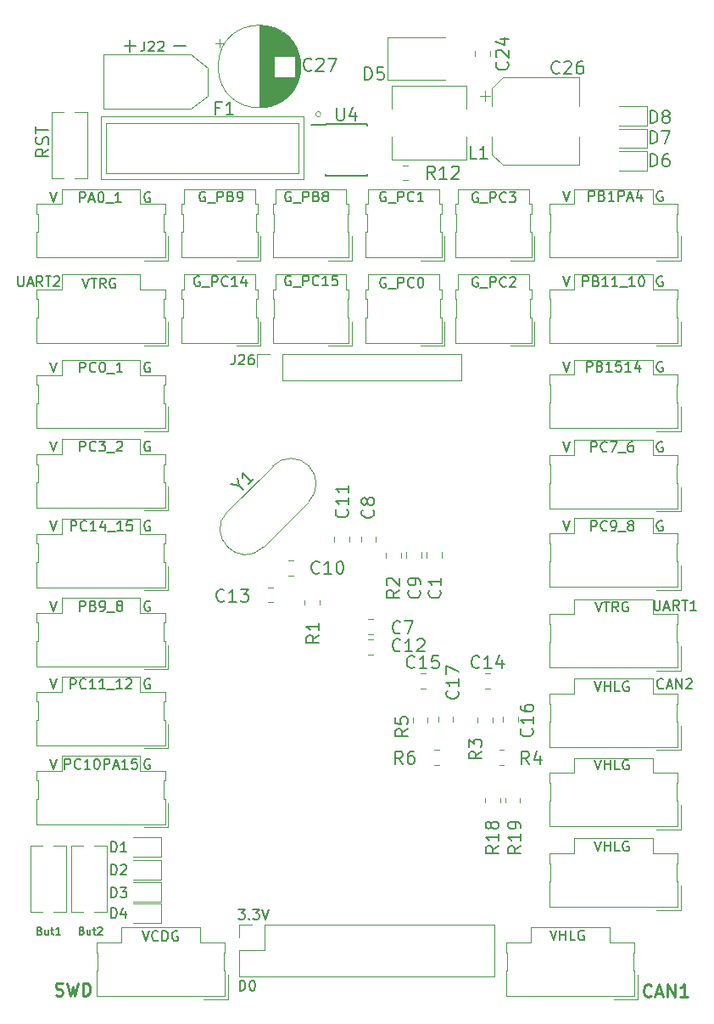
<source format=gto>
G04 #@! TF.GenerationSoftware,KiCad,Pcbnew,(5.1.10)-1*
G04 #@! TF.CreationDate,2021-09-30T10:00:51+08:00*
G04 #@! TF.ProjectId,internal_mainboard_V2.2,696e7465-726e-4616-9c5f-6d61696e626f,rev?*
G04 #@! TF.SameCoordinates,Original*
G04 #@! TF.FileFunction,Legend,Top*
G04 #@! TF.FilePolarity,Positive*
%FSLAX46Y46*%
G04 Gerber Fmt 4.6, Leading zero omitted, Abs format (unit mm)*
G04 Created by KiCad (PCBNEW (5.1.10)-1) date 2021-09-30 10:00:51*
%MOMM*%
%LPD*%
G01*
G04 APERTURE LIST*
%ADD10C,0.149860*%
%ADD11C,0.150000*%
%ADD12C,0.177800*%
%ADD13C,0.120000*%
%ADD14C,0.203200*%
%ADD15C,0.127000*%
%ADD16C,0.254000*%
%ADD17C,1.740000*%
%ADD18R,1.700000X1.700000*%
%ADD19O,1.700000X1.700000*%
%ADD20C,1.500000*%
%ADD21C,3.200000*%
%ADD22R,2.600000X3.100000*%
%ADD23R,1.550000X0.600000*%
%ADD24R,1.120000X2.160000*%
%ADD25R,1.500000X2.200000*%
%ADD26R,3.800000X3.800000*%
%ADD27C,3.800000*%
%ADD28O,8.000000X3.800000*%
%ADD29R,2.500000X2.300000*%
%ADD30R,1.600000X1.600000*%
%ADD31C,1.600000*%
G04 APERTURE END LIST*
D10*
X213166960Y-116670182D02*
X213502240Y-117676022D01*
X213837520Y-116670182D01*
X214747565Y-117580228D02*
X214699668Y-117628125D01*
X214555977Y-117676022D01*
X214460182Y-117676022D01*
X214316491Y-117628125D01*
X214220697Y-117532331D01*
X214172800Y-117436537D01*
X214124902Y-117244948D01*
X214124902Y-117101257D01*
X214172800Y-116909668D01*
X214220697Y-116813874D01*
X214316491Y-116718080D01*
X214460182Y-116670182D01*
X214555977Y-116670182D01*
X214699668Y-116718080D01*
X214747565Y-116765977D01*
X215178640Y-117676022D02*
X215178640Y-116670182D01*
X215418125Y-116670182D01*
X215561817Y-116718080D01*
X215657611Y-116813874D01*
X215705508Y-116909668D01*
X215753405Y-117101257D01*
X215753405Y-117244948D01*
X215705508Y-117436537D01*
X215657611Y-117532331D01*
X215561817Y-117628125D01*
X215418125Y-117676022D01*
X215178640Y-117676022D01*
X216711348Y-116718080D02*
X216615554Y-116670182D01*
X216471862Y-116670182D01*
X216328171Y-116718080D01*
X216232377Y-116813874D01*
X216184480Y-116909668D01*
X216136582Y-117101257D01*
X216136582Y-117244948D01*
X216184480Y-117436537D01*
X216232377Y-117532331D01*
X216328171Y-117628125D01*
X216471862Y-117676022D01*
X216567657Y-117676022D01*
X216711348Y-117628125D01*
X216759245Y-117580228D01*
X216759245Y-117244948D01*
X216567657Y-117244948D01*
X255182611Y-75779914D02*
X255517045Y-76783214D01*
X255851478Y-75779914D01*
X265120059Y-75827691D02*
X265024507Y-75779914D01*
X264881178Y-75779914D01*
X264737850Y-75827691D01*
X264642297Y-75923243D01*
X264594521Y-76018795D01*
X264546745Y-76209900D01*
X264546745Y-76353229D01*
X264594521Y-76544333D01*
X264642297Y-76639886D01*
X264737850Y-76735438D01*
X264881178Y-76783214D01*
X264976730Y-76783214D01*
X265120059Y-76735438D01*
X265167835Y-76687662D01*
X265167835Y-76353229D01*
X264976730Y-76353229D01*
X255182611Y-67903573D02*
X255517045Y-68906873D01*
X255851478Y-67903573D01*
X265120059Y-67951350D02*
X265024507Y-67903573D01*
X264881178Y-67903573D01*
X264737850Y-67951350D01*
X264642297Y-68046902D01*
X264594521Y-68142454D01*
X264546745Y-68333559D01*
X264546745Y-68476888D01*
X264594521Y-68667992D01*
X264642297Y-68763545D01*
X264737850Y-68859097D01*
X264881178Y-68906873D01*
X264976730Y-68906873D01*
X265120059Y-68859097D01*
X265167835Y-68811321D01*
X265167835Y-68476888D01*
X264976730Y-68476888D01*
X255182611Y-59902573D02*
X255517045Y-60905873D01*
X255851478Y-59902573D01*
X265120059Y-59950350D02*
X265024507Y-59902573D01*
X264881178Y-59902573D01*
X264737850Y-59950350D01*
X264642297Y-60045902D01*
X264594521Y-60141454D01*
X264546745Y-60332559D01*
X264546745Y-60475888D01*
X264594521Y-60666992D01*
X264642297Y-60762545D01*
X264737850Y-60858097D01*
X264881178Y-60905873D01*
X264976730Y-60905873D01*
X265120059Y-60858097D01*
X265167835Y-60810321D01*
X265167835Y-60475888D01*
X264976730Y-60475888D01*
X255182611Y-51393573D02*
X255517045Y-52396873D01*
X255851478Y-51393573D01*
X265120059Y-51441350D02*
X265024507Y-51393573D01*
X264881178Y-51393573D01*
X264737850Y-51441350D01*
X264642297Y-51536902D01*
X264594521Y-51632454D01*
X264546745Y-51823559D01*
X264546745Y-51966888D01*
X264594521Y-52157992D01*
X264642297Y-52253545D01*
X264737850Y-52349097D01*
X264881178Y-52396873D01*
X264976730Y-52396873D01*
X265120059Y-52349097D01*
X265167835Y-52301321D01*
X265167835Y-51966888D01*
X264976730Y-51966888D01*
X255182611Y-42884573D02*
X255517045Y-43887873D01*
X255851478Y-42884573D01*
X265120059Y-42932350D02*
X265024507Y-42884573D01*
X264881178Y-42884573D01*
X264737850Y-42932350D01*
X264642297Y-43027902D01*
X264594521Y-43123454D01*
X264546745Y-43314559D01*
X264546745Y-43457888D01*
X264594521Y-43648992D01*
X264642297Y-43744545D01*
X264737850Y-43840097D01*
X264881178Y-43887873D01*
X264976730Y-43887873D01*
X265120059Y-43840097D01*
X265167835Y-43792321D01*
X265167835Y-43457888D01*
X264976730Y-43457888D01*
X204001611Y-43011573D02*
X204336045Y-44014873D01*
X204670478Y-43011573D01*
X213939059Y-43059350D02*
X213843507Y-43011573D01*
X213700178Y-43011573D01*
X213556850Y-43059350D01*
X213461297Y-43154902D01*
X213413521Y-43250454D01*
X213365745Y-43441559D01*
X213365745Y-43584888D01*
X213413521Y-43775992D01*
X213461297Y-43871545D01*
X213556850Y-43967097D01*
X213700178Y-44014873D01*
X213795730Y-44014873D01*
X213939059Y-43967097D01*
X213986835Y-43919321D01*
X213986835Y-43584888D01*
X213795730Y-43584888D01*
X204001611Y-59968414D02*
X204336045Y-60971714D01*
X204670478Y-59968414D01*
X213939059Y-60016191D02*
X213843507Y-59968414D01*
X213700178Y-59968414D01*
X213556850Y-60016191D01*
X213461297Y-60111743D01*
X213413521Y-60207295D01*
X213365745Y-60398400D01*
X213365745Y-60541729D01*
X213413521Y-60732833D01*
X213461297Y-60828386D01*
X213556850Y-60923938D01*
X213700178Y-60971714D01*
X213795730Y-60971714D01*
X213939059Y-60923938D01*
X213986835Y-60876162D01*
X213986835Y-60541729D01*
X213795730Y-60541729D01*
X204001611Y-67842414D02*
X204336045Y-68845714D01*
X204670478Y-67842414D01*
X213939059Y-67890191D02*
X213843507Y-67842414D01*
X213700178Y-67842414D01*
X213556850Y-67890191D01*
X213461297Y-67985743D01*
X213413521Y-68081295D01*
X213365745Y-68272400D01*
X213365745Y-68415729D01*
X213413521Y-68606833D01*
X213461297Y-68702386D01*
X213556850Y-68797938D01*
X213700178Y-68845714D01*
X213795730Y-68845714D01*
X213939059Y-68797938D01*
X213986835Y-68750162D01*
X213986835Y-68415729D01*
X213795730Y-68415729D01*
X204001611Y-99528914D02*
X204336045Y-100532214D01*
X204670478Y-99528914D01*
X213939059Y-99576691D02*
X213843507Y-99528914D01*
X213700178Y-99528914D01*
X213556850Y-99576691D01*
X213461297Y-99672243D01*
X213413521Y-99767795D01*
X213365745Y-99958900D01*
X213365745Y-100102229D01*
X213413521Y-100293333D01*
X213461297Y-100388886D01*
X213556850Y-100484438D01*
X213700178Y-100532214D01*
X213795730Y-100532214D01*
X213939059Y-100484438D01*
X213986835Y-100436662D01*
X213986835Y-100102229D01*
X213795730Y-100102229D01*
X204001611Y-91525573D02*
X204336045Y-92528873D01*
X204670478Y-91525573D01*
X213939059Y-91573350D02*
X213843507Y-91525573D01*
X213700178Y-91525573D01*
X213556850Y-91573350D01*
X213461297Y-91668902D01*
X213413521Y-91764454D01*
X213365745Y-91955559D01*
X213365745Y-92098888D01*
X213413521Y-92289992D01*
X213461297Y-92385545D01*
X213556850Y-92481097D01*
X213700178Y-92528873D01*
X213795730Y-92528873D01*
X213939059Y-92481097D01*
X213986835Y-92433321D01*
X213986835Y-92098888D01*
X213795730Y-92098888D01*
X204001611Y-83780914D02*
X204336045Y-84784214D01*
X204670478Y-83780914D01*
X213939059Y-83828691D02*
X213843507Y-83780914D01*
X213700178Y-83780914D01*
X213556850Y-83828691D01*
X213461297Y-83924243D01*
X213413521Y-84019795D01*
X213365745Y-84210900D01*
X213365745Y-84354229D01*
X213413521Y-84545333D01*
X213461297Y-84640886D01*
X213556850Y-84736438D01*
X213700178Y-84784214D01*
X213795730Y-84784214D01*
X213939059Y-84736438D01*
X213986835Y-84688662D01*
X213986835Y-84354229D01*
X213795730Y-84354229D01*
X204001611Y-75777573D02*
X204336045Y-76780873D01*
X204670478Y-75777573D01*
X213939059Y-75825350D02*
X213843507Y-75777573D01*
X213700178Y-75777573D01*
X213556850Y-75825350D01*
X213461297Y-75920902D01*
X213413521Y-76016454D01*
X213365745Y-76207559D01*
X213365745Y-76350888D01*
X213413521Y-76541992D01*
X213461297Y-76637545D01*
X213556850Y-76733097D01*
X213700178Y-76780873D01*
X213795730Y-76780873D01*
X213939059Y-76733097D01*
X213986835Y-76685321D01*
X213986835Y-76350888D01*
X213795730Y-76350888D01*
D11*
X253889095Y-116609880D02*
X254222428Y-117609880D01*
X254555761Y-116609880D01*
X254889095Y-117609880D02*
X254889095Y-116609880D01*
X254889095Y-117086071D02*
X255460523Y-117086071D01*
X255460523Y-117609880D02*
X255460523Y-116609880D01*
X256412904Y-117609880D02*
X255936714Y-117609880D01*
X255936714Y-116609880D01*
X257270047Y-116657500D02*
X257174809Y-116609880D01*
X257031952Y-116609880D01*
X256889095Y-116657500D01*
X256793857Y-116752738D01*
X256746238Y-116847976D01*
X256698619Y-117038452D01*
X256698619Y-117181309D01*
X256746238Y-117371785D01*
X256793857Y-117467023D01*
X256889095Y-117562261D01*
X257031952Y-117609880D01*
X257127190Y-117609880D01*
X257270047Y-117562261D01*
X257317666Y-117514642D01*
X257317666Y-117181309D01*
X257127190Y-117181309D01*
X258334095Y-107719880D02*
X258667428Y-108719880D01*
X259000761Y-107719880D01*
X259334095Y-108719880D02*
X259334095Y-107719880D01*
X259334095Y-108196071D02*
X259905523Y-108196071D01*
X259905523Y-108719880D02*
X259905523Y-107719880D01*
X260857904Y-108719880D02*
X260381714Y-108719880D01*
X260381714Y-107719880D01*
X261715047Y-107767500D02*
X261619809Y-107719880D01*
X261476952Y-107719880D01*
X261334095Y-107767500D01*
X261238857Y-107862738D01*
X261191238Y-107957976D01*
X261143619Y-108148452D01*
X261143619Y-108291309D01*
X261191238Y-108481785D01*
X261238857Y-108577023D01*
X261334095Y-108672261D01*
X261476952Y-108719880D01*
X261572190Y-108719880D01*
X261715047Y-108672261D01*
X261762666Y-108624642D01*
X261762666Y-108291309D01*
X261572190Y-108291309D01*
X258334095Y-99591880D02*
X258667428Y-100591880D01*
X259000761Y-99591880D01*
X259334095Y-100591880D02*
X259334095Y-99591880D01*
X259334095Y-100068071D02*
X259905523Y-100068071D01*
X259905523Y-100591880D02*
X259905523Y-99591880D01*
X260857904Y-100591880D02*
X260381714Y-100591880D01*
X260381714Y-99591880D01*
X261715047Y-99639500D02*
X261619809Y-99591880D01*
X261476952Y-99591880D01*
X261334095Y-99639500D01*
X261238857Y-99734738D01*
X261191238Y-99829976D01*
X261143619Y-100020452D01*
X261143619Y-100163309D01*
X261191238Y-100353785D01*
X261238857Y-100449023D01*
X261334095Y-100544261D01*
X261476952Y-100591880D01*
X261572190Y-100591880D01*
X261715047Y-100544261D01*
X261762666Y-100496642D01*
X261762666Y-100163309D01*
X261572190Y-100163309D01*
X258334095Y-91781380D02*
X258667428Y-92781380D01*
X259000761Y-91781380D01*
X259334095Y-92781380D02*
X259334095Y-91781380D01*
X259334095Y-92257571D02*
X259905523Y-92257571D01*
X259905523Y-92781380D02*
X259905523Y-91781380D01*
X260857904Y-92781380D02*
X260381714Y-92781380D01*
X260381714Y-91781380D01*
X261715047Y-91829000D02*
X261619809Y-91781380D01*
X261476952Y-91781380D01*
X261334095Y-91829000D01*
X261238857Y-91924238D01*
X261191238Y-92019476D01*
X261143619Y-92209952D01*
X261143619Y-92352809D01*
X261191238Y-92543285D01*
X261238857Y-92638523D01*
X261334095Y-92733761D01*
X261476952Y-92781380D01*
X261572190Y-92781380D01*
X261715047Y-92733761D01*
X261762666Y-92686142D01*
X261762666Y-92352809D01*
X261572190Y-92352809D01*
X258381714Y-83843880D02*
X258715047Y-84843880D01*
X259048380Y-83843880D01*
X259238857Y-83843880D02*
X259810285Y-83843880D01*
X259524571Y-84843880D02*
X259524571Y-83843880D01*
X260715047Y-84843880D02*
X260381714Y-84367690D01*
X260143619Y-84843880D02*
X260143619Y-83843880D01*
X260524571Y-83843880D01*
X260619809Y-83891500D01*
X260667428Y-83939119D01*
X260715047Y-84034357D01*
X260715047Y-84177214D01*
X260667428Y-84272452D01*
X260619809Y-84320071D01*
X260524571Y-84367690D01*
X260143619Y-84367690D01*
X261667428Y-83891500D02*
X261572190Y-83843880D01*
X261429333Y-83843880D01*
X261286476Y-83891500D01*
X261191238Y-83986738D01*
X261143619Y-84081976D01*
X261096000Y-84272452D01*
X261096000Y-84415309D01*
X261143619Y-84605785D01*
X261191238Y-84701023D01*
X261286476Y-84796261D01*
X261429333Y-84843880D01*
X261524571Y-84843880D01*
X261667428Y-84796261D01*
X261715047Y-84748642D01*
X261715047Y-84415309D01*
X261524571Y-84415309D01*
D10*
X207216828Y-51591028D02*
X207547028Y-52581628D01*
X207877228Y-51591028D01*
X208065914Y-51591028D02*
X208631971Y-51591028D01*
X208348942Y-52581628D02*
X208348942Y-51591028D01*
X209528228Y-52581628D02*
X209198028Y-52109914D01*
X208962171Y-52581628D02*
X208962171Y-51591028D01*
X209339542Y-51591028D01*
X209433885Y-51638200D01*
X209481057Y-51685371D01*
X209528228Y-51779714D01*
X209528228Y-51921228D01*
X209481057Y-52015571D01*
X209433885Y-52062742D01*
X209339542Y-52109914D01*
X208962171Y-52109914D01*
X210471657Y-51638200D02*
X210377314Y-51591028D01*
X210235800Y-51591028D01*
X210094285Y-51638200D01*
X209999942Y-51732542D01*
X209952771Y-51826885D01*
X209905600Y-52015571D01*
X209905600Y-52157085D01*
X209952771Y-52345771D01*
X209999942Y-52440114D01*
X210094285Y-52534457D01*
X210235800Y-52581628D01*
X210330142Y-52581628D01*
X210471657Y-52534457D01*
X210518828Y-52487285D01*
X210518828Y-52157085D01*
X210330142Y-52157085D01*
D12*
X222897095Y-122633619D02*
X222897095Y-121617619D01*
X223139000Y-121617619D01*
X223284142Y-121666000D01*
X223380904Y-121762761D01*
X223429285Y-121859523D01*
X223477666Y-122053047D01*
X223477666Y-122198190D01*
X223429285Y-122391714D01*
X223380904Y-122488476D01*
X223284142Y-122585238D01*
X223139000Y-122633619D01*
X222897095Y-122633619D01*
X224106619Y-121617619D02*
X224203380Y-121617619D01*
X224300142Y-121666000D01*
X224348523Y-121714380D01*
X224396904Y-121811142D01*
X224445285Y-122004666D01*
X224445285Y-122246571D01*
X224396904Y-122440095D01*
X224348523Y-122536857D01*
X224300142Y-122585238D01*
X224203380Y-122633619D01*
X224106619Y-122633619D01*
X224009857Y-122585238D01*
X223961476Y-122536857D01*
X223913095Y-122440095D01*
X223864714Y-122246571D01*
X223864714Y-122004666D01*
X223913095Y-121811142D01*
X223961476Y-121714380D01*
X224009857Y-121666000D01*
X224106619Y-121617619D01*
X222782190Y-114505619D02*
X223411142Y-114505619D01*
X223072476Y-114892666D01*
X223217619Y-114892666D01*
X223314380Y-114941047D01*
X223362761Y-114989428D01*
X223411142Y-115086190D01*
X223411142Y-115328095D01*
X223362761Y-115424857D01*
X223314380Y-115473238D01*
X223217619Y-115521619D01*
X222927333Y-115521619D01*
X222830571Y-115473238D01*
X222782190Y-115424857D01*
X223846571Y-115424857D02*
X223894952Y-115473238D01*
X223846571Y-115521619D01*
X223798190Y-115473238D01*
X223846571Y-115424857D01*
X223846571Y-115521619D01*
X224233619Y-114505619D02*
X224862571Y-114505619D01*
X224523904Y-114892666D01*
X224669047Y-114892666D01*
X224765809Y-114941047D01*
X224814190Y-114989428D01*
X224862571Y-115086190D01*
X224862571Y-115328095D01*
X224814190Y-115424857D01*
X224765809Y-115473238D01*
X224669047Y-115521619D01*
X224378761Y-115521619D01*
X224282000Y-115473238D01*
X224233619Y-115424857D01*
X225152857Y-114505619D02*
X225491523Y-115521619D01*
X225830190Y-114505619D01*
D13*
X215462000Y-98164000D02*
X215462000Y-95634000D01*
X215462000Y-95634000D02*
X215332000Y-95634000D01*
X215332000Y-95634000D02*
X215332000Y-93824000D01*
X215332000Y-93824000D02*
X215462000Y-93824000D01*
X215462000Y-93824000D02*
X215462000Y-92844000D01*
X215462000Y-92844000D02*
X212962000Y-92844000D01*
X212962000Y-92844000D02*
X212962000Y-91344000D01*
X212962000Y-91344000D02*
X205122000Y-91344000D01*
X205122000Y-91344000D02*
X205122000Y-92844000D01*
X205122000Y-92844000D02*
X202622000Y-92844000D01*
X202622000Y-92844000D02*
X202622000Y-93824000D01*
X202622000Y-93824000D02*
X202752000Y-93824000D01*
X202752000Y-93824000D02*
X202752000Y-95634000D01*
X202752000Y-95634000D02*
X202622000Y-95634000D01*
X202622000Y-95634000D02*
X202622000Y-98164000D01*
X202622000Y-98164000D02*
X215462000Y-98164000D01*
X215762000Y-96054000D02*
X215762000Y-98464000D01*
X215762000Y-98464000D02*
X213352000Y-98464000D01*
X225001000Y-58332000D02*
X222591000Y-58332000D01*
X225001000Y-55922000D02*
X225001000Y-58332000D01*
X217101000Y-58032000D02*
X224701000Y-58032000D01*
X217101000Y-55502000D02*
X217101000Y-58032000D01*
X217231000Y-55502000D02*
X217101000Y-55502000D01*
X217231000Y-53692000D02*
X217231000Y-55502000D01*
X217101000Y-53692000D02*
X217231000Y-53692000D01*
X217101000Y-52712000D02*
X217101000Y-53692000D01*
X217361000Y-52712000D02*
X217101000Y-52712000D01*
X217361000Y-51212000D02*
X217361000Y-52712000D01*
X224441000Y-51212000D02*
X217361000Y-51212000D01*
X224441000Y-52712000D02*
X224441000Y-51212000D01*
X224701000Y-52712000D02*
X224441000Y-52712000D01*
X224701000Y-53692000D02*
X224701000Y-52712000D01*
X224571000Y-53692000D02*
X224701000Y-53692000D01*
X224571000Y-55502000D02*
X224571000Y-53692000D01*
X224701000Y-55502000D02*
X224571000Y-55502000D01*
X224701000Y-58032000D02*
X224701000Y-55502000D01*
X252337000Y-58332000D02*
X249927000Y-58332000D01*
X252337000Y-55922000D02*
X252337000Y-58332000D01*
X244437000Y-58032000D02*
X252037000Y-58032000D01*
X244437000Y-55502000D02*
X244437000Y-58032000D01*
X244567000Y-55502000D02*
X244437000Y-55502000D01*
X244567000Y-53692000D02*
X244567000Y-55502000D01*
X244437000Y-53692000D02*
X244567000Y-53692000D01*
X244437000Y-52712000D02*
X244437000Y-53692000D01*
X244697000Y-52712000D02*
X244437000Y-52712000D01*
X244697000Y-51212000D02*
X244697000Y-52712000D01*
X251777000Y-51212000D02*
X244697000Y-51212000D01*
X251777000Y-52712000D02*
X251777000Y-51212000D01*
X252037000Y-52712000D02*
X251777000Y-52712000D01*
X252037000Y-53692000D02*
X252037000Y-52712000D01*
X251907000Y-53692000D02*
X252037000Y-53692000D01*
X251907000Y-55502000D02*
X251907000Y-53692000D01*
X252037000Y-55502000D02*
X251907000Y-55502000D01*
X252037000Y-58032000D02*
X252037000Y-55502000D01*
X252337000Y-49823000D02*
X249927000Y-49823000D01*
X252337000Y-47413000D02*
X252337000Y-49823000D01*
X244437000Y-49523000D02*
X252037000Y-49523000D01*
X244437000Y-46993000D02*
X244437000Y-49523000D01*
X244567000Y-46993000D02*
X244437000Y-46993000D01*
X244567000Y-45183000D02*
X244567000Y-46993000D01*
X244437000Y-45183000D02*
X244567000Y-45183000D01*
X244437000Y-44203000D02*
X244437000Y-45183000D01*
X244697000Y-44203000D02*
X244437000Y-44203000D01*
X244697000Y-42703000D02*
X244697000Y-44203000D01*
X251777000Y-42703000D02*
X244697000Y-42703000D01*
X251777000Y-44203000D02*
X251777000Y-42703000D01*
X252037000Y-44203000D02*
X251777000Y-44203000D01*
X252037000Y-45183000D02*
X252037000Y-44203000D01*
X251907000Y-45183000D02*
X252037000Y-45183000D01*
X251907000Y-46993000D02*
X251907000Y-45183000D01*
X252037000Y-46993000D02*
X251907000Y-46993000D01*
X252037000Y-49523000D02*
X252037000Y-46993000D01*
X266643000Y-90424935D02*
X266643000Y-87894935D01*
X266643000Y-87894935D02*
X266513000Y-87894935D01*
X266513000Y-87894935D02*
X266513000Y-86084935D01*
X266513000Y-86084935D02*
X266643000Y-86084935D01*
X266643000Y-86084935D02*
X266643000Y-85104935D01*
X266643000Y-85104935D02*
X264143000Y-85104935D01*
X264143000Y-85104935D02*
X264143000Y-83604935D01*
X264143000Y-83604935D02*
X256303000Y-83604935D01*
X256303000Y-83604935D02*
X256303000Y-85104935D01*
X256303000Y-85104935D02*
X253803000Y-85104935D01*
X253803000Y-85104935D02*
X253803000Y-86084935D01*
X253803000Y-86084935D02*
X253933000Y-86084935D01*
X253933000Y-86084935D02*
X253933000Y-87894935D01*
X253933000Y-87894935D02*
X253803000Y-87894935D01*
X253803000Y-87894935D02*
X253803000Y-90424935D01*
X253803000Y-90424935D02*
X266643000Y-90424935D01*
X266943000Y-88314935D02*
X266943000Y-90724935D01*
X266943000Y-90724935D02*
X264533000Y-90724935D01*
X266643000Y-82352500D02*
X266643000Y-79822500D01*
X266643000Y-79822500D02*
X266513000Y-79822500D01*
X266513000Y-79822500D02*
X266513000Y-78012500D01*
X266513000Y-78012500D02*
X266643000Y-78012500D01*
X266643000Y-78012500D02*
X266643000Y-77032500D01*
X266643000Y-77032500D02*
X264143000Y-77032500D01*
X264143000Y-77032500D02*
X264143000Y-75532500D01*
X264143000Y-75532500D02*
X256303000Y-75532500D01*
X256303000Y-75532500D02*
X256303000Y-77032500D01*
X256303000Y-77032500D02*
X253803000Y-77032500D01*
X253803000Y-77032500D02*
X253803000Y-78012500D01*
X253803000Y-78012500D02*
X253933000Y-78012500D01*
X253933000Y-78012500D02*
X253933000Y-79822500D01*
X253933000Y-79822500D02*
X253803000Y-79822500D01*
X253803000Y-79822500D02*
X253803000Y-82352500D01*
X253803000Y-82352500D02*
X266643000Y-82352500D01*
X266943000Y-80242500D02*
X266943000Y-82652500D01*
X266943000Y-82652500D02*
X264533000Y-82652500D01*
X266643000Y-106252309D02*
X266643000Y-103722309D01*
X266643000Y-103722309D02*
X266513000Y-103722309D01*
X266513000Y-103722309D02*
X266513000Y-101912309D01*
X266513000Y-101912309D02*
X266643000Y-101912309D01*
X266643000Y-101912309D02*
X266643000Y-100932309D01*
X266643000Y-100932309D02*
X264143000Y-100932309D01*
X264143000Y-100932309D02*
X264143000Y-99432309D01*
X264143000Y-99432309D02*
X256303000Y-99432309D01*
X256303000Y-99432309D02*
X256303000Y-100932309D01*
X256303000Y-100932309D02*
X253803000Y-100932309D01*
X253803000Y-100932309D02*
X253803000Y-101912309D01*
X253803000Y-101912309D02*
X253933000Y-101912309D01*
X253933000Y-101912309D02*
X253933000Y-103722309D01*
X253933000Y-103722309D02*
X253803000Y-103722309D01*
X253803000Y-103722309D02*
X253803000Y-106252309D01*
X253803000Y-106252309D02*
X266643000Y-106252309D01*
X266943000Y-104142309D02*
X266943000Y-106552309D01*
X266943000Y-106552309D02*
X264533000Y-106552309D01*
X222825000Y-121218000D02*
X222825000Y-118618000D01*
X222825000Y-121218000D02*
X248345000Y-121218000D01*
X248345000Y-121218000D02*
X248345000Y-116018000D01*
X225425000Y-116018000D02*
X248345000Y-116018000D01*
X225425000Y-118618000D02*
X225425000Y-116018000D01*
X222825000Y-118618000D02*
X225425000Y-118618000D01*
X222825000Y-116018000D02*
X224155000Y-116018000D01*
X222825000Y-117348000D02*
X222825000Y-116018000D01*
X248896000Y-103859064D02*
X248896000Y-103404936D01*
X247426000Y-103859064D02*
X247426000Y-103404936D01*
X242811064Y-98642500D02*
X242356936Y-98642500D01*
X242811064Y-100112500D02*
X242356936Y-100112500D01*
X215462000Y-58032000D02*
X215462000Y-55502000D01*
X215462000Y-55502000D02*
X215332000Y-55502000D01*
X215332000Y-55502000D02*
X215332000Y-53692000D01*
X215332000Y-53692000D02*
X215462000Y-53692000D01*
X215462000Y-53692000D02*
X215462000Y-52712000D01*
X215462000Y-52712000D02*
X212962000Y-52712000D01*
X212962000Y-52712000D02*
X212962000Y-51212000D01*
X212962000Y-51212000D02*
X205122000Y-51212000D01*
X205122000Y-51212000D02*
X205122000Y-52712000D01*
X205122000Y-52712000D02*
X202622000Y-52712000D01*
X202622000Y-52712000D02*
X202622000Y-53692000D01*
X202622000Y-53692000D02*
X202752000Y-53692000D01*
X202752000Y-53692000D02*
X202752000Y-55502000D01*
X202752000Y-55502000D02*
X202622000Y-55502000D01*
X202622000Y-55502000D02*
X202622000Y-58032000D01*
X202622000Y-58032000D02*
X215462000Y-58032000D01*
X215762000Y-55922000D02*
X215762000Y-58332000D01*
X215762000Y-58332000D02*
X213352000Y-58332000D01*
X221705154Y-74824957D02*
X226230638Y-70299473D01*
X225276043Y-78395846D02*
X229801527Y-73870362D01*
X225276044Y-78395845D02*
G75*
G02*
X221705154Y-74824957I-1785445J1785444D01*
G01*
X229801526Y-73870363D02*
G75*
G03*
X226230638Y-70299473I-1785444J1785445D01*
G01*
D11*
X231478000Y-36271000D02*
X230078000Y-36271000D01*
X231478000Y-41371000D02*
X235628000Y-41371000D01*
X231478000Y-36221000D02*
X235628000Y-36221000D01*
X231478000Y-41371000D02*
X231478000Y-41226000D01*
X235628000Y-41371000D02*
X235628000Y-41226000D01*
X235628000Y-36221000D02*
X235628000Y-36366000D01*
X231478000Y-36221000D02*
X231478000Y-36271000D01*
D13*
X231013000Y-35240000D02*
G75*
G03*
X231013000Y-35240000I-254000J0D01*
G01*
X206438500Y-34988500D02*
X207708500Y-34988500D01*
X207708500Y-34988500D02*
X207708500Y-41592500D01*
X207708500Y-41592500D02*
X204152500Y-41592500D01*
X204152500Y-41592500D02*
X204152500Y-34988500D01*
X204152500Y-34988500D02*
X206438500Y-34988500D01*
X208407000Y-108204000D02*
X209677000Y-108204000D01*
X209677000Y-108204000D02*
X209677000Y-114808000D01*
X209677000Y-114808000D02*
X206121000Y-114808000D01*
X206121000Y-114808000D02*
X206121000Y-108204000D01*
X206121000Y-108204000D02*
X208407000Y-108204000D01*
X204279500Y-108204000D02*
X205549500Y-108204000D01*
X205549500Y-108204000D02*
X205549500Y-114808000D01*
X205549500Y-114808000D02*
X201993500Y-114808000D01*
X201993500Y-114808000D02*
X201993500Y-108204000D01*
X201993500Y-108204000D02*
X204279500Y-108204000D01*
X250896000Y-103859064D02*
X250896000Y-103404936D01*
X249426000Y-103859064D02*
X249426000Y-103404936D01*
X239685064Y-40366000D02*
X239230936Y-40366000D01*
X239685064Y-41836000D02*
X239230936Y-41836000D01*
X240184000Y-95413936D02*
X240184000Y-95868064D01*
X241654000Y-95413936D02*
X241654000Y-95868064D01*
X249288064Y-98642500D02*
X248833936Y-98642500D01*
X249288064Y-100112500D02*
X248833936Y-100112500D01*
X246661000Y-95413936D02*
X246661000Y-95868064D01*
X248131000Y-95413936D02*
X248131000Y-95868064D01*
X237517000Y-78982436D02*
X237517000Y-79436564D01*
X238987000Y-78982436D02*
X238987000Y-79436564D01*
X229411000Y-83688936D02*
X229411000Y-84143064D01*
X230881000Y-83688936D02*
X230881000Y-84143064D01*
X245508000Y-32391000D02*
X245508000Y-34691000D01*
X238108000Y-32391000D02*
X245508000Y-32391000D01*
X238108000Y-34691000D02*
X238108000Y-32391000D01*
X238108000Y-39791000D02*
X238108000Y-37491000D01*
X245508000Y-39791000D02*
X238108000Y-39791000D01*
X245508000Y-37491000D02*
X245508000Y-39791000D01*
X225001000Y-49823000D02*
X222591000Y-49823000D01*
X225001000Y-47413000D02*
X225001000Y-49823000D01*
X217101000Y-49523000D02*
X224701000Y-49523000D01*
X217101000Y-46993000D02*
X217101000Y-49523000D01*
X217231000Y-46993000D02*
X217101000Y-46993000D01*
X217231000Y-45183000D02*
X217231000Y-46993000D01*
X217101000Y-45183000D02*
X217231000Y-45183000D01*
X217101000Y-44203000D02*
X217101000Y-45183000D01*
X217361000Y-44203000D02*
X217101000Y-44203000D01*
X217361000Y-42703000D02*
X217361000Y-44203000D01*
X224441000Y-42703000D02*
X217361000Y-42703000D01*
X224441000Y-44203000D02*
X224441000Y-42703000D01*
X224701000Y-44203000D02*
X224441000Y-44203000D01*
X224701000Y-45183000D02*
X224701000Y-44203000D01*
X224571000Y-45183000D02*
X224701000Y-45183000D01*
X224571000Y-46993000D02*
X224571000Y-45183000D01*
X224701000Y-46993000D02*
X224571000Y-46993000D01*
X224701000Y-49523000D02*
X224701000Y-46993000D01*
X234113000Y-49823000D02*
X231703000Y-49823000D01*
X234113000Y-47413000D02*
X234113000Y-49823000D01*
X226213000Y-49523000D02*
X233813000Y-49523000D01*
X226213000Y-46993000D02*
X226213000Y-49523000D01*
X226343000Y-46993000D02*
X226213000Y-46993000D01*
X226343000Y-45183000D02*
X226343000Y-46993000D01*
X226213000Y-45183000D02*
X226343000Y-45183000D01*
X226213000Y-44203000D02*
X226213000Y-45183000D01*
X226473000Y-44203000D02*
X226213000Y-44203000D01*
X226473000Y-42703000D02*
X226473000Y-44203000D01*
X233553000Y-42703000D02*
X226473000Y-42703000D01*
X233553000Y-44203000D02*
X233553000Y-42703000D01*
X233813000Y-44203000D02*
X233553000Y-44203000D01*
X233813000Y-45183000D02*
X233813000Y-44203000D01*
X233683000Y-45183000D02*
X233813000Y-45183000D01*
X233683000Y-46993000D02*
X233683000Y-45183000D01*
X233813000Y-46993000D02*
X233683000Y-46993000D01*
X233813000Y-49523000D02*
X233813000Y-46993000D01*
X227203000Y-61782000D02*
X227203000Y-59122000D01*
X227203000Y-61782000D02*
X245043000Y-61782000D01*
X245043000Y-61782000D02*
X245043000Y-59122000D01*
X227203000Y-59122000D02*
X245043000Y-59122000D01*
X224603000Y-59122000D02*
X225933000Y-59122000D01*
X224603000Y-60452000D02*
X224603000Y-59122000D01*
X221431000Y-123168000D02*
X221431000Y-120638000D01*
X221431000Y-120638000D02*
X221301000Y-120638000D01*
X221301000Y-120638000D02*
X221301000Y-118828000D01*
X221301000Y-118828000D02*
X221431000Y-118828000D01*
X221431000Y-118828000D02*
X221431000Y-117848000D01*
X221431000Y-117848000D02*
X218931000Y-117848000D01*
X218931000Y-117848000D02*
X218931000Y-116348000D01*
X218931000Y-116348000D02*
X211091000Y-116348000D01*
X211091000Y-116348000D02*
X211091000Y-117848000D01*
X211091000Y-117848000D02*
X208591000Y-117848000D01*
X208591000Y-117848000D02*
X208591000Y-118828000D01*
X208591000Y-118828000D02*
X208721000Y-118828000D01*
X208721000Y-118828000D02*
X208721000Y-120638000D01*
X208721000Y-120638000D02*
X208591000Y-120638000D01*
X208591000Y-120638000D02*
X208591000Y-123168000D01*
X208591000Y-123168000D02*
X221431000Y-123168000D01*
X221731000Y-121058000D02*
X221731000Y-123468000D01*
X221731000Y-123468000D02*
X219321000Y-123468000D01*
X218053000Y-34714000D02*
X209333000Y-34714000D01*
X209333000Y-34714000D02*
X209333000Y-29294000D01*
X218053000Y-29294000D02*
X209333000Y-29294000D01*
X219753000Y-33414000D02*
X218053000Y-34714000D01*
X219753000Y-30594000D02*
X218053000Y-29294000D01*
X219753000Y-33414000D02*
X219753000Y-30594000D01*
X234113000Y-58332000D02*
X231703000Y-58332000D01*
X234113000Y-55922000D02*
X234113000Y-58332000D01*
X226213000Y-58032000D02*
X233813000Y-58032000D01*
X226213000Y-55502000D02*
X226213000Y-58032000D01*
X226343000Y-55502000D02*
X226213000Y-55502000D01*
X226343000Y-53692000D02*
X226343000Y-55502000D01*
X226213000Y-53692000D02*
X226343000Y-53692000D01*
X226213000Y-52712000D02*
X226213000Y-53692000D01*
X226473000Y-52712000D02*
X226213000Y-52712000D01*
X226473000Y-51212000D02*
X226473000Y-52712000D01*
X233553000Y-51212000D02*
X226473000Y-51212000D01*
X233553000Y-52712000D02*
X233553000Y-51212000D01*
X233813000Y-52712000D02*
X233553000Y-52712000D01*
X233813000Y-53692000D02*
X233813000Y-52712000D01*
X233683000Y-53692000D02*
X233813000Y-53692000D01*
X233683000Y-55502000D02*
X233683000Y-53692000D01*
X233813000Y-55502000D02*
X233683000Y-55502000D01*
X233813000Y-58032000D02*
X233813000Y-55502000D01*
X215462000Y-106038000D02*
X215462000Y-103508000D01*
X215462000Y-103508000D02*
X215332000Y-103508000D01*
X215332000Y-103508000D02*
X215332000Y-101698000D01*
X215332000Y-101698000D02*
X215462000Y-101698000D01*
X215462000Y-101698000D02*
X215462000Y-100718000D01*
X215462000Y-100718000D02*
X212962000Y-100718000D01*
X212962000Y-100718000D02*
X212962000Y-99218000D01*
X212962000Y-99218000D02*
X205122000Y-99218000D01*
X205122000Y-99218000D02*
X205122000Y-100718000D01*
X205122000Y-100718000D02*
X202622000Y-100718000D01*
X202622000Y-100718000D02*
X202622000Y-101698000D01*
X202622000Y-101698000D02*
X202752000Y-101698000D01*
X202752000Y-101698000D02*
X202752000Y-103508000D01*
X202752000Y-103508000D02*
X202622000Y-103508000D01*
X202622000Y-103508000D02*
X202622000Y-106038000D01*
X202622000Y-106038000D02*
X215462000Y-106038000D01*
X215762000Y-103928000D02*
X215762000Y-106338000D01*
X215762000Y-106338000D02*
X213352000Y-106338000D01*
X215462000Y-49523000D02*
X215462000Y-46993000D01*
X215462000Y-46993000D02*
X215332000Y-46993000D01*
X215332000Y-46993000D02*
X215332000Y-45183000D01*
X215332000Y-45183000D02*
X215462000Y-45183000D01*
X215462000Y-45183000D02*
X215462000Y-44203000D01*
X215462000Y-44203000D02*
X212962000Y-44203000D01*
X212962000Y-44203000D02*
X212962000Y-42703000D01*
X212962000Y-42703000D02*
X205122000Y-42703000D01*
X205122000Y-42703000D02*
X205122000Y-44203000D01*
X205122000Y-44203000D02*
X202622000Y-44203000D01*
X202622000Y-44203000D02*
X202622000Y-45183000D01*
X202622000Y-45183000D02*
X202752000Y-45183000D01*
X202752000Y-45183000D02*
X202752000Y-46993000D01*
X202752000Y-46993000D02*
X202622000Y-46993000D01*
X202622000Y-46993000D02*
X202622000Y-49523000D01*
X202622000Y-49523000D02*
X215462000Y-49523000D01*
X215762000Y-47413000D02*
X215762000Y-49823000D01*
X215762000Y-49823000D02*
X213352000Y-49823000D01*
X243368000Y-49823000D02*
X240958000Y-49823000D01*
X243368000Y-47413000D02*
X243368000Y-49823000D01*
X235468000Y-49523000D02*
X243068000Y-49523000D01*
X235468000Y-46993000D02*
X235468000Y-49523000D01*
X235598000Y-46993000D02*
X235468000Y-46993000D01*
X235598000Y-45183000D02*
X235598000Y-46993000D01*
X235468000Y-45183000D02*
X235598000Y-45183000D01*
X235468000Y-44203000D02*
X235468000Y-45183000D01*
X235728000Y-44203000D02*
X235468000Y-44203000D01*
X235728000Y-42703000D02*
X235728000Y-44203000D01*
X242808000Y-42703000D02*
X235728000Y-42703000D01*
X242808000Y-44203000D02*
X242808000Y-42703000D01*
X243068000Y-44203000D02*
X242808000Y-44203000D01*
X243068000Y-45183000D02*
X243068000Y-44203000D01*
X242938000Y-45183000D02*
X243068000Y-45183000D01*
X242938000Y-46993000D02*
X242938000Y-45183000D01*
X243068000Y-46993000D02*
X242938000Y-46993000D01*
X243068000Y-49523000D02*
X243068000Y-46993000D01*
X243368000Y-58332000D02*
X240958000Y-58332000D01*
X243368000Y-55922000D02*
X243368000Y-58332000D01*
X235468000Y-58032000D02*
X243068000Y-58032000D01*
X235468000Y-55502000D02*
X235468000Y-58032000D01*
X235598000Y-55502000D02*
X235468000Y-55502000D01*
X235598000Y-53692000D02*
X235598000Y-55502000D01*
X235468000Y-53692000D02*
X235598000Y-53692000D01*
X235468000Y-52712000D02*
X235468000Y-53692000D01*
X235728000Y-52712000D02*
X235468000Y-52712000D01*
X235728000Y-51212000D02*
X235728000Y-52712000D01*
X242808000Y-51212000D02*
X235728000Y-51212000D01*
X242808000Y-52712000D02*
X242808000Y-51212000D01*
X243068000Y-52712000D02*
X242808000Y-52712000D01*
X243068000Y-53692000D02*
X243068000Y-52712000D01*
X242938000Y-53692000D02*
X243068000Y-53692000D01*
X242938000Y-55502000D02*
X242938000Y-53692000D01*
X243068000Y-55502000D02*
X242938000Y-55502000D01*
X243068000Y-58032000D02*
X243068000Y-55502000D01*
X266643000Y-66541000D02*
X266643000Y-64011000D01*
X266643000Y-64011000D02*
X266513000Y-64011000D01*
X266513000Y-64011000D02*
X266513000Y-62201000D01*
X266513000Y-62201000D02*
X266643000Y-62201000D01*
X266643000Y-62201000D02*
X266643000Y-61221000D01*
X266643000Y-61221000D02*
X264143000Y-61221000D01*
X264143000Y-61221000D02*
X264143000Y-59721000D01*
X264143000Y-59721000D02*
X256303000Y-59721000D01*
X256303000Y-59721000D02*
X256303000Y-61221000D01*
X256303000Y-61221000D02*
X253803000Y-61221000D01*
X253803000Y-61221000D02*
X253803000Y-62201000D01*
X253803000Y-62201000D02*
X253933000Y-62201000D01*
X253933000Y-62201000D02*
X253933000Y-64011000D01*
X253933000Y-64011000D02*
X253803000Y-64011000D01*
X253803000Y-64011000D02*
X253803000Y-66541000D01*
X253803000Y-66541000D02*
X266643000Y-66541000D01*
X266943000Y-64431000D02*
X266943000Y-66841000D01*
X266943000Y-66841000D02*
X264533000Y-66841000D01*
X266643000Y-74542000D02*
X266643000Y-72012000D01*
X266643000Y-72012000D02*
X266513000Y-72012000D01*
X266513000Y-72012000D02*
X266513000Y-70202000D01*
X266513000Y-70202000D02*
X266643000Y-70202000D01*
X266643000Y-70202000D02*
X266643000Y-69222000D01*
X266643000Y-69222000D02*
X264143000Y-69222000D01*
X264143000Y-69222000D02*
X264143000Y-67722000D01*
X264143000Y-67722000D02*
X256303000Y-67722000D01*
X256303000Y-67722000D02*
X256303000Y-69222000D01*
X256303000Y-69222000D02*
X253803000Y-69222000D01*
X253803000Y-69222000D02*
X253803000Y-70202000D01*
X253803000Y-70202000D02*
X253933000Y-70202000D01*
X253933000Y-70202000D02*
X253933000Y-72012000D01*
X253933000Y-72012000D02*
X253803000Y-72012000D01*
X253803000Y-72012000D02*
X253803000Y-74542000D01*
X253803000Y-74542000D02*
X266643000Y-74542000D01*
X266943000Y-72432000D02*
X266943000Y-74842000D01*
X266943000Y-74842000D02*
X264533000Y-74842000D01*
X215462000Y-74470561D02*
X215462000Y-71940561D01*
X215462000Y-71940561D02*
X215332000Y-71940561D01*
X215332000Y-71940561D02*
X215332000Y-70130561D01*
X215332000Y-70130561D02*
X215462000Y-70130561D01*
X215462000Y-70130561D02*
X215462000Y-69150561D01*
X215462000Y-69150561D02*
X212962000Y-69150561D01*
X212962000Y-69150561D02*
X212962000Y-67650561D01*
X212962000Y-67650561D02*
X205122000Y-67650561D01*
X205122000Y-67650561D02*
X205122000Y-69150561D01*
X205122000Y-69150561D02*
X202622000Y-69150561D01*
X202622000Y-69150561D02*
X202622000Y-70130561D01*
X202622000Y-70130561D02*
X202752000Y-70130561D01*
X202752000Y-70130561D02*
X202752000Y-71940561D01*
X202752000Y-71940561D02*
X202622000Y-71940561D01*
X202622000Y-71940561D02*
X202622000Y-74470561D01*
X202622000Y-74470561D02*
X215462000Y-74470561D01*
X215762000Y-72360561D02*
X215762000Y-74770561D01*
X215762000Y-74770561D02*
X213352000Y-74770561D01*
X215462000Y-66556874D02*
X215462000Y-64026874D01*
X215462000Y-64026874D02*
X215332000Y-64026874D01*
X215332000Y-64026874D02*
X215332000Y-62216874D01*
X215332000Y-62216874D02*
X215462000Y-62216874D01*
X215462000Y-62216874D02*
X215462000Y-61236874D01*
X215462000Y-61236874D02*
X212962000Y-61236874D01*
X212962000Y-61236874D02*
X212962000Y-59736874D01*
X212962000Y-59736874D02*
X205122000Y-59736874D01*
X205122000Y-59736874D02*
X205122000Y-61236874D01*
X205122000Y-61236874D02*
X202622000Y-61236874D01*
X202622000Y-61236874D02*
X202622000Y-62216874D01*
X202622000Y-62216874D02*
X202752000Y-62216874D01*
X202752000Y-62216874D02*
X202752000Y-64026874D01*
X202752000Y-64026874D02*
X202622000Y-64026874D01*
X202622000Y-64026874D02*
X202622000Y-66556874D01*
X202622000Y-66556874D02*
X215462000Y-66556874D01*
X215762000Y-64446874D02*
X215762000Y-66856874D01*
X215762000Y-66856874D02*
X213352000Y-66856874D01*
X266643000Y-114278000D02*
X266643000Y-111748000D01*
X266643000Y-111748000D02*
X266513000Y-111748000D01*
X266513000Y-111748000D02*
X266513000Y-109938000D01*
X266513000Y-109938000D02*
X266643000Y-109938000D01*
X266643000Y-109938000D02*
X266643000Y-108958000D01*
X266643000Y-108958000D02*
X264143000Y-108958000D01*
X264143000Y-108958000D02*
X264143000Y-107458000D01*
X264143000Y-107458000D02*
X256303000Y-107458000D01*
X256303000Y-107458000D02*
X256303000Y-108958000D01*
X256303000Y-108958000D02*
X253803000Y-108958000D01*
X253803000Y-108958000D02*
X253803000Y-109938000D01*
X253803000Y-109938000D02*
X253933000Y-109938000D01*
X253933000Y-109938000D02*
X253933000Y-111748000D01*
X253933000Y-111748000D02*
X253803000Y-111748000D01*
X253803000Y-111748000D02*
X253803000Y-114278000D01*
X253803000Y-114278000D02*
X266643000Y-114278000D01*
X266943000Y-112168000D02*
X266943000Y-114578000D01*
X266943000Y-114578000D02*
X264533000Y-114578000D01*
X266643000Y-49523000D02*
X266643000Y-46993000D01*
X266643000Y-46993000D02*
X266513000Y-46993000D01*
X266513000Y-46993000D02*
X266513000Y-45183000D01*
X266513000Y-45183000D02*
X266643000Y-45183000D01*
X266643000Y-45183000D02*
X266643000Y-44203000D01*
X266643000Y-44203000D02*
X264143000Y-44203000D01*
X264143000Y-44203000D02*
X264143000Y-42703000D01*
X264143000Y-42703000D02*
X256303000Y-42703000D01*
X256303000Y-42703000D02*
X256303000Y-44203000D01*
X256303000Y-44203000D02*
X253803000Y-44203000D01*
X253803000Y-44203000D02*
X253803000Y-45183000D01*
X253803000Y-45183000D02*
X253933000Y-45183000D01*
X253933000Y-45183000D02*
X253933000Y-46993000D01*
X253933000Y-46993000D02*
X253803000Y-46993000D01*
X253803000Y-46993000D02*
X253803000Y-49523000D01*
X253803000Y-49523000D02*
X266643000Y-49523000D01*
X266943000Y-47413000D02*
X266943000Y-49823000D01*
X266943000Y-49823000D02*
X264533000Y-49823000D01*
X266643000Y-58032000D02*
X266643000Y-55502000D01*
X266643000Y-55502000D02*
X266513000Y-55502000D01*
X266513000Y-55502000D02*
X266513000Y-53692000D01*
X266513000Y-53692000D02*
X266643000Y-53692000D01*
X266643000Y-53692000D02*
X266643000Y-52712000D01*
X266643000Y-52712000D02*
X264143000Y-52712000D01*
X264143000Y-52712000D02*
X264143000Y-51212000D01*
X264143000Y-51212000D02*
X256303000Y-51212000D01*
X256303000Y-51212000D02*
X256303000Y-52712000D01*
X256303000Y-52712000D02*
X253803000Y-52712000D01*
X253803000Y-52712000D02*
X253803000Y-53692000D01*
X253803000Y-53692000D02*
X253933000Y-53692000D01*
X253933000Y-53692000D02*
X253933000Y-55502000D01*
X253933000Y-55502000D02*
X253803000Y-55502000D01*
X253803000Y-55502000D02*
X253803000Y-58032000D01*
X253803000Y-58032000D02*
X266643000Y-58032000D01*
X266943000Y-55922000D02*
X266943000Y-58332000D01*
X266943000Y-58332000D02*
X264533000Y-58332000D01*
X266643000Y-98338622D02*
X266643000Y-95808622D01*
X266643000Y-95808622D02*
X266513000Y-95808622D01*
X266513000Y-95808622D02*
X266513000Y-93998622D01*
X266513000Y-93998622D02*
X266643000Y-93998622D01*
X266643000Y-93998622D02*
X266643000Y-93018622D01*
X266643000Y-93018622D02*
X264143000Y-93018622D01*
X264143000Y-93018622D02*
X264143000Y-91518622D01*
X264143000Y-91518622D02*
X256303000Y-91518622D01*
X256303000Y-91518622D02*
X256303000Y-93018622D01*
X256303000Y-93018622D02*
X253803000Y-93018622D01*
X253803000Y-93018622D02*
X253803000Y-93998622D01*
X253803000Y-93998622D02*
X253933000Y-93998622D01*
X253933000Y-93998622D02*
X253933000Y-95808622D01*
X253933000Y-95808622D02*
X253803000Y-95808622D01*
X253803000Y-95808622D02*
X253803000Y-98338622D01*
X253803000Y-98338622D02*
X266643000Y-98338622D01*
X266943000Y-96228622D02*
X266943000Y-98638622D01*
X266943000Y-98638622D02*
X264533000Y-98638622D01*
X215462000Y-90290000D02*
X215462000Y-87760000D01*
X215462000Y-87760000D02*
X215332000Y-87760000D01*
X215332000Y-87760000D02*
X215332000Y-85950000D01*
X215332000Y-85950000D02*
X215462000Y-85950000D01*
X215462000Y-85950000D02*
X215462000Y-84970000D01*
X215462000Y-84970000D02*
X212962000Y-84970000D01*
X212962000Y-84970000D02*
X212962000Y-83470000D01*
X212962000Y-83470000D02*
X205122000Y-83470000D01*
X205122000Y-83470000D02*
X205122000Y-84970000D01*
X205122000Y-84970000D02*
X202622000Y-84970000D01*
X202622000Y-84970000D02*
X202622000Y-85950000D01*
X202622000Y-85950000D02*
X202752000Y-85950000D01*
X202752000Y-85950000D02*
X202752000Y-87760000D01*
X202752000Y-87760000D02*
X202622000Y-87760000D01*
X202622000Y-87760000D02*
X202622000Y-90290000D01*
X202622000Y-90290000D02*
X215462000Y-90290000D01*
X215762000Y-88180000D02*
X215762000Y-90590000D01*
X215762000Y-90590000D02*
X213352000Y-90590000D01*
X262347000Y-123168000D02*
X262347000Y-120638000D01*
X262347000Y-120638000D02*
X262217000Y-120638000D01*
X262217000Y-120638000D02*
X262217000Y-118828000D01*
X262217000Y-118828000D02*
X262347000Y-118828000D01*
X262347000Y-118828000D02*
X262347000Y-117848000D01*
X262347000Y-117848000D02*
X259847000Y-117848000D01*
X259847000Y-117848000D02*
X259847000Y-116348000D01*
X259847000Y-116348000D02*
X252007000Y-116348000D01*
X252007000Y-116348000D02*
X252007000Y-117848000D01*
X252007000Y-117848000D02*
X249507000Y-117848000D01*
X249507000Y-117848000D02*
X249507000Y-118828000D01*
X249507000Y-118828000D02*
X249637000Y-118828000D01*
X249637000Y-118828000D02*
X249637000Y-120638000D01*
X249637000Y-120638000D02*
X249507000Y-120638000D01*
X249507000Y-120638000D02*
X249507000Y-123168000D01*
X249507000Y-123168000D02*
X262347000Y-123168000D01*
X262647000Y-121058000D02*
X262647000Y-123468000D01*
X262647000Y-123468000D02*
X260237000Y-123468000D01*
X215462000Y-82416000D02*
X215462000Y-79886000D01*
X215462000Y-79886000D02*
X215332000Y-79886000D01*
X215332000Y-79886000D02*
X215332000Y-78076000D01*
X215332000Y-78076000D02*
X215462000Y-78076000D01*
X215462000Y-78076000D02*
X215462000Y-77096000D01*
X215462000Y-77096000D02*
X212962000Y-77096000D01*
X212962000Y-77096000D02*
X212962000Y-75596000D01*
X212962000Y-75596000D02*
X205122000Y-75596000D01*
X205122000Y-75596000D02*
X205122000Y-77096000D01*
X205122000Y-77096000D02*
X202622000Y-77096000D01*
X202622000Y-77096000D02*
X202622000Y-78076000D01*
X202622000Y-78076000D02*
X202752000Y-78076000D01*
X202752000Y-78076000D02*
X202752000Y-79886000D01*
X202752000Y-79886000D02*
X202622000Y-79886000D01*
X202622000Y-79886000D02*
X202622000Y-82416000D01*
X202622000Y-82416000D02*
X215462000Y-82416000D01*
X215762000Y-80306000D02*
X215762000Y-82716000D01*
X215762000Y-82716000D02*
X213352000Y-82716000D01*
X209553000Y-36108000D02*
X228753000Y-36108000D01*
X228753000Y-36108000D02*
X228753000Y-41108000D01*
X228753000Y-41108000D02*
X209553000Y-41108000D01*
X209553000Y-41108000D02*
X209553000Y-36108000D01*
X209033000Y-35488000D02*
X229273000Y-35488000D01*
X209033000Y-35488000D02*
X209033000Y-41728000D01*
X229273000Y-41728000D02*
X229273000Y-35488000D01*
X229273000Y-41728000D02*
X209033000Y-41728000D01*
X263607000Y-34473000D02*
X260747000Y-34473000D01*
X263607000Y-36393000D02*
X263607000Y-34473000D01*
X260747000Y-36393000D02*
X263607000Y-36393000D01*
X263607000Y-36695500D02*
X260747000Y-36695500D01*
X263607000Y-38615500D02*
X263607000Y-36695500D01*
X260747000Y-38615500D02*
X263607000Y-38615500D01*
X263607000Y-38918000D02*
X260747000Y-38918000D01*
X263607000Y-40838000D02*
X263607000Y-38918000D01*
X260747000Y-40838000D02*
X263607000Y-40838000D01*
X237708000Y-27535000D02*
X237708000Y-31835000D01*
X237708000Y-31835000D02*
X243408000Y-31835000D01*
X237708000Y-27535000D02*
X243408000Y-27535000D01*
X215093000Y-113975000D02*
X212233000Y-113975000D01*
X215093000Y-115895000D02*
X215093000Y-113975000D01*
X212233000Y-115895000D02*
X215093000Y-115895000D01*
X215093000Y-111816000D02*
X212233000Y-111816000D01*
X215093000Y-113736000D02*
X215093000Y-111816000D01*
X212233000Y-113736000D02*
X215093000Y-113736000D01*
X215093000Y-109657000D02*
X212233000Y-109657000D01*
X215093000Y-111577000D02*
X215093000Y-109657000D01*
X212233000Y-111577000D02*
X215093000Y-111577000D01*
X215093000Y-107371000D02*
X212233000Y-107371000D01*
X215093000Y-109291000D02*
X215093000Y-107371000D01*
X212233000Y-109291000D02*
X215093000Y-109291000D01*
X220867302Y-27765000D02*
X220867302Y-28565000D01*
X220467302Y-28165000D02*
X221267302Y-28165000D01*
X228958000Y-29947000D02*
X228958000Y-31013000D01*
X228918000Y-29712000D02*
X228918000Y-31248000D01*
X228878000Y-29532000D02*
X228878000Y-31428000D01*
X228838000Y-29382000D02*
X228838000Y-31578000D01*
X228798000Y-29251000D02*
X228798000Y-31709000D01*
X228758000Y-29134000D02*
X228758000Y-31826000D01*
X228718000Y-29027000D02*
X228718000Y-31933000D01*
X228678000Y-28928000D02*
X228678000Y-32032000D01*
X228638000Y-28835000D02*
X228638000Y-32125000D01*
X228598000Y-28749000D02*
X228598000Y-32211000D01*
X228558000Y-28667000D02*
X228558000Y-32293000D01*
X228518000Y-28590000D02*
X228518000Y-32370000D01*
X228478000Y-28516000D02*
X228478000Y-32444000D01*
X228438000Y-28446000D02*
X228438000Y-32514000D01*
X228398000Y-31520000D02*
X228398000Y-32582000D01*
X228398000Y-28378000D02*
X228398000Y-29440000D01*
X228358000Y-31520000D02*
X228358000Y-32646000D01*
X228358000Y-28314000D02*
X228358000Y-29440000D01*
X228318000Y-31520000D02*
X228318000Y-32708000D01*
X228318000Y-28252000D02*
X228318000Y-29440000D01*
X228278000Y-31520000D02*
X228278000Y-32767000D01*
X228278000Y-28193000D02*
X228278000Y-29440000D01*
X228238000Y-31520000D02*
X228238000Y-32825000D01*
X228238000Y-28135000D02*
X228238000Y-29440000D01*
X228198000Y-31520000D02*
X228198000Y-32880000D01*
X228198000Y-28080000D02*
X228198000Y-29440000D01*
X228158000Y-31520000D02*
X228158000Y-32934000D01*
X228158000Y-28026000D02*
X228158000Y-29440000D01*
X228118000Y-31520000D02*
X228118000Y-32985000D01*
X228118000Y-27975000D02*
X228118000Y-29440000D01*
X228078000Y-31520000D02*
X228078000Y-33036000D01*
X228078000Y-27924000D02*
X228078000Y-29440000D01*
X228038000Y-31520000D02*
X228038000Y-33084000D01*
X228038000Y-27876000D02*
X228038000Y-29440000D01*
X227998000Y-31520000D02*
X227998000Y-33131000D01*
X227998000Y-27829000D02*
X227998000Y-29440000D01*
X227958000Y-31520000D02*
X227958000Y-33177000D01*
X227958000Y-27783000D02*
X227958000Y-29440000D01*
X227918000Y-31520000D02*
X227918000Y-33221000D01*
X227918000Y-27739000D02*
X227918000Y-29440000D01*
X227878000Y-31520000D02*
X227878000Y-33264000D01*
X227878000Y-27696000D02*
X227878000Y-29440000D01*
X227838000Y-31520000D02*
X227838000Y-33306000D01*
X227838000Y-27654000D02*
X227838000Y-29440000D01*
X227798000Y-31520000D02*
X227798000Y-33347000D01*
X227798000Y-27613000D02*
X227798000Y-29440000D01*
X227758000Y-31520000D02*
X227758000Y-33387000D01*
X227758000Y-27573000D02*
X227758000Y-29440000D01*
X227718000Y-31520000D02*
X227718000Y-33425000D01*
X227718000Y-27535000D02*
X227718000Y-29440000D01*
X227678000Y-31520000D02*
X227678000Y-33463000D01*
X227678000Y-27497000D02*
X227678000Y-29440000D01*
X227638000Y-31520000D02*
X227638000Y-33499000D01*
X227638000Y-27461000D02*
X227638000Y-29440000D01*
X227598000Y-31520000D02*
X227598000Y-33535000D01*
X227598000Y-27425000D02*
X227598000Y-29440000D01*
X227558000Y-31520000D02*
X227558000Y-33570000D01*
X227558000Y-27390000D02*
X227558000Y-29440000D01*
X227518000Y-31520000D02*
X227518000Y-33604000D01*
X227518000Y-27356000D02*
X227518000Y-29440000D01*
X227478000Y-31520000D02*
X227478000Y-33636000D01*
X227478000Y-27324000D02*
X227478000Y-29440000D01*
X227438000Y-31520000D02*
X227438000Y-33669000D01*
X227438000Y-27291000D02*
X227438000Y-29440000D01*
X227398000Y-31520000D02*
X227398000Y-33700000D01*
X227398000Y-27260000D02*
X227398000Y-29440000D01*
X227358000Y-31520000D02*
X227358000Y-33730000D01*
X227358000Y-27230000D02*
X227358000Y-29440000D01*
X227318000Y-31520000D02*
X227318000Y-33760000D01*
X227318000Y-27200000D02*
X227318000Y-29440000D01*
X227278000Y-31520000D02*
X227278000Y-33789000D01*
X227278000Y-27171000D02*
X227278000Y-29440000D01*
X227238000Y-31520000D02*
X227238000Y-33818000D01*
X227238000Y-27142000D02*
X227238000Y-29440000D01*
X227198000Y-31520000D02*
X227198000Y-33845000D01*
X227198000Y-27115000D02*
X227198000Y-29440000D01*
X227158000Y-31520000D02*
X227158000Y-33872000D01*
X227158000Y-27088000D02*
X227158000Y-29440000D01*
X227118000Y-31520000D02*
X227118000Y-33898000D01*
X227118000Y-27062000D02*
X227118000Y-29440000D01*
X227078000Y-31520000D02*
X227078000Y-33924000D01*
X227078000Y-27036000D02*
X227078000Y-29440000D01*
X227038000Y-31520000D02*
X227038000Y-33949000D01*
X227038000Y-27011000D02*
X227038000Y-29440000D01*
X226998000Y-31520000D02*
X226998000Y-33973000D01*
X226998000Y-26987000D02*
X226998000Y-29440000D01*
X226958000Y-31520000D02*
X226958000Y-33997000D01*
X226958000Y-26963000D02*
X226958000Y-29440000D01*
X226918000Y-31520000D02*
X226918000Y-34020000D01*
X226918000Y-26940000D02*
X226918000Y-29440000D01*
X226878000Y-31520000D02*
X226878000Y-34042000D01*
X226878000Y-26918000D02*
X226878000Y-29440000D01*
X226838000Y-31520000D02*
X226838000Y-34064000D01*
X226838000Y-26896000D02*
X226838000Y-29440000D01*
X226798000Y-31520000D02*
X226798000Y-34086000D01*
X226798000Y-26874000D02*
X226798000Y-29440000D01*
X226758000Y-31520000D02*
X226758000Y-34107000D01*
X226758000Y-26853000D02*
X226758000Y-29440000D01*
X226718000Y-31520000D02*
X226718000Y-34127000D01*
X226718000Y-26833000D02*
X226718000Y-29440000D01*
X226678000Y-31520000D02*
X226678000Y-34146000D01*
X226678000Y-26814000D02*
X226678000Y-29440000D01*
X226638000Y-31520000D02*
X226638000Y-34166000D01*
X226638000Y-26794000D02*
X226638000Y-29440000D01*
X226598000Y-31520000D02*
X226598000Y-34184000D01*
X226598000Y-26776000D02*
X226598000Y-29440000D01*
X226558000Y-31520000D02*
X226558000Y-34202000D01*
X226558000Y-26758000D02*
X226558000Y-29440000D01*
X226518000Y-31520000D02*
X226518000Y-34220000D01*
X226518000Y-26740000D02*
X226518000Y-29440000D01*
X226478000Y-31520000D02*
X226478000Y-34237000D01*
X226478000Y-26723000D02*
X226478000Y-29440000D01*
X226438000Y-31520000D02*
X226438000Y-34254000D01*
X226438000Y-26706000D02*
X226438000Y-29440000D01*
X226398000Y-31520000D02*
X226398000Y-34270000D01*
X226398000Y-26690000D02*
X226398000Y-29440000D01*
X226358000Y-31520000D02*
X226358000Y-34285000D01*
X226358000Y-26675000D02*
X226358000Y-29440000D01*
X226318000Y-26659000D02*
X226318000Y-34301000D01*
X226278000Y-26645000D02*
X226278000Y-34315000D01*
X226238000Y-26630000D02*
X226238000Y-34330000D01*
X226198000Y-26617000D02*
X226198000Y-34343000D01*
X226158000Y-26603000D02*
X226158000Y-34357000D01*
X226118000Y-26591000D02*
X226118000Y-34369000D01*
X226078000Y-26578000D02*
X226078000Y-34382000D01*
X226038000Y-26566000D02*
X226038000Y-34394000D01*
X225998000Y-26555000D02*
X225998000Y-34405000D01*
X225958000Y-26544000D02*
X225958000Y-34416000D01*
X225918000Y-26533000D02*
X225918000Y-34427000D01*
X225878000Y-26523000D02*
X225878000Y-34437000D01*
X225838000Y-26513000D02*
X225838000Y-34447000D01*
X225798000Y-26504000D02*
X225798000Y-34456000D01*
X225758000Y-26495000D02*
X225758000Y-34465000D01*
X225718000Y-26486000D02*
X225718000Y-34474000D01*
X225678000Y-26478000D02*
X225678000Y-34482000D01*
X225638000Y-26470000D02*
X225638000Y-34490000D01*
X225598000Y-26463000D02*
X225598000Y-34497000D01*
X225557000Y-26456000D02*
X225557000Y-34504000D01*
X225517000Y-26450000D02*
X225517000Y-34510000D01*
X225477000Y-26443000D02*
X225477000Y-34517000D01*
X225437000Y-26438000D02*
X225437000Y-34522000D01*
X225397000Y-26432000D02*
X225397000Y-34528000D01*
X225357000Y-26428000D02*
X225357000Y-34532000D01*
X225317000Y-26423000D02*
X225317000Y-34537000D01*
X225277000Y-26419000D02*
X225277000Y-34541000D01*
X225237000Y-26415000D02*
X225237000Y-34545000D01*
X225197000Y-26412000D02*
X225197000Y-34548000D01*
X225157000Y-26409000D02*
X225157000Y-34551000D01*
X225117000Y-26406000D02*
X225117000Y-34554000D01*
X225077000Y-26404000D02*
X225077000Y-34556000D01*
X225037000Y-26403000D02*
X225037000Y-34557000D01*
X224997000Y-26401000D02*
X224997000Y-34559000D01*
X224957000Y-26400000D02*
X224957000Y-34560000D01*
X224917000Y-26400000D02*
X224917000Y-34560000D01*
X224877000Y-26400000D02*
X224877000Y-34560000D01*
X228997000Y-30480000D02*
G75*
G03*
X228997000Y-30480000I-4120000J0D01*
G01*
X256836000Y-40301000D02*
X256836000Y-37451000D01*
X256836000Y-31581000D02*
X256836000Y-34431000D01*
X249180437Y-31581000D02*
X256836000Y-31581000D01*
X249180437Y-40301000D02*
X256836000Y-40301000D01*
X248116000Y-39236563D02*
X248116000Y-37451000D01*
X248116000Y-32645437D02*
X248116000Y-34431000D01*
X248116000Y-32645437D02*
X249180437Y-31581000D01*
X248116000Y-39236563D02*
X249180437Y-40301000D01*
X246876000Y-33431000D02*
X247876000Y-33431000D01*
X247376000Y-32931000D02*
X247376000Y-33931000D01*
X246407000Y-29471252D02*
X246407000Y-28948748D01*
X247877000Y-29471252D02*
X247877000Y-28948748D01*
X244194000Y-95329748D02*
X244194000Y-95852252D01*
X242724000Y-95329748D02*
X242724000Y-95852252D01*
X250671000Y-95329748D02*
X250671000Y-95852252D01*
X249201000Y-95329748D02*
X249201000Y-95852252D01*
X240933748Y-91022500D02*
X241456252Y-91022500D01*
X240933748Y-92492500D02*
X241456252Y-92492500D01*
X247388748Y-91022500D02*
X247911252Y-91022500D01*
X247388748Y-92492500D02*
X247911252Y-92492500D01*
X226216252Y-83905000D02*
X225693748Y-83905000D01*
X226216252Y-82435000D02*
X225693748Y-82435000D01*
X236249252Y-89112000D02*
X235726748Y-89112000D01*
X236249252Y-87642000D02*
X235726748Y-87642000D01*
X233843500Y-77335748D02*
X233843500Y-77858252D01*
X232373500Y-77335748D02*
X232373500Y-77858252D01*
X228291252Y-81238000D02*
X227768748Y-81238000D01*
X228291252Y-79768000D02*
X227768748Y-79768000D01*
X239549000Y-79445752D02*
X239549000Y-78923248D01*
X241019000Y-79445752D02*
X241019000Y-78923248D01*
X236510500Y-77335748D02*
X236510500Y-77858252D01*
X235040500Y-77335748D02*
X235040500Y-77858252D01*
X235726748Y-85610000D02*
X236249252Y-85610000D01*
X235726748Y-87080000D02*
X236249252Y-87080000D01*
X243051000Y-78923248D02*
X243051000Y-79445752D01*
X241581000Y-78923248D02*
X241581000Y-79445752D01*
D11*
X205994380Y-92529849D02*
X205994380Y-91529849D01*
X206375333Y-91529849D01*
X206470571Y-91577469D01*
X206518190Y-91625088D01*
X206565809Y-91720326D01*
X206565809Y-91863183D01*
X206518190Y-91958421D01*
X206470571Y-92006040D01*
X206375333Y-92053659D01*
X205994380Y-92053659D01*
X207565809Y-92434611D02*
X207518190Y-92482230D01*
X207375333Y-92529849D01*
X207280095Y-92529849D01*
X207137238Y-92482230D01*
X207042000Y-92386992D01*
X206994380Y-92291754D01*
X206946761Y-92101278D01*
X206946761Y-91958421D01*
X206994380Y-91767945D01*
X207042000Y-91672707D01*
X207137238Y-91577469D01*
X207280095Y-91529849D01*
X207375333Y-91529849D01*
X207518190Y-91577469D01*
X207565809Y-91625088D01*
X208518190Y-92529849D02*
X207946761Y-92529849D01*
X208232476Y-92529849D02*
X208232476Y-91529849D01*
X208137238Y-91672707D01*
X208042000Y-91767945D01*
X207946761Y-91815564D01*
X209470571Y-92529849D02*
X208899142Y-92529849D01*
X209184857Y-92529849D02*
X209184857Y-91529849D01*
X209089619Y-91672707D01*
X208994380Y-91767945D01*
X208899142Y-91815564D01*
X209661047Y-92625088D02*
X210422952Y-92625088D01*
X211184857Y-92529849D02*
X210613428Y-92529849D01*
X210899142Y-92529849D02*
X210899142Y-91529849D01*
X210803904Y-91672707D01*
X210708666Y-91767945D01*
X210613428Y-91815564D01*
X211565809Y-91625088D02*
X211613428Y-91577469D01*
X211708666Y-91529849D01*
X211946761Y-91529849D01*
X212042000Y-91577469D01*
X212089619Y-91625088D01*
X212137238Y-91720326D01*
X212137238Y-91815564D01*
X212089619Y-91958421D01*
X211518190Y-92529849D01*
X212137238Y-92529849D01*
X218908571Y-51443000D02*
X218813333Y-51395380D01*
X218670476Y-51395380D01*
X218527619Y-51443000D01*
X218432380Y-51538238D01*
X218384761Y-51633476D01*
X218337142Y-51823952D01*
X218337142Y-51966809D01*
X218384761Y-52157285D01*
X218432380Y-52252523D01*
X218527619Y-52347761D01*
X218670476Y-52395380D01*
X218765714Y-52395380D01*
X218908571Y-52347761D01*
X218956190Y-52300142D01*
X218956190Y-51966809D01*
X218765714Y-51966809D01*
X219146666Y-52490619D02*
X219908571Y-52490619D01*
X220146666Y-52395380D02*
X220146666Y-51395380D01*
X220527619Y-51395380D01*
X220622857Y-51443000D01*
X220670476Y-51490619D01*
X220718095Y-51585857D01*
X220718095Y-51728714D01*
X220670476Y-51823952D01*
X220622857Y-51871571D01*
X220527619Y-51919190D01*
X220146666Y-51919190D01*
X221718095Y-52300142D02*
X221670476Y-52347761D01*
X221527619Y-52395380D01*
X221432380Y-52395380D01*
X221289523Y-52347761D01*
X221194285Y-52252523D01*
X221146666Y-52157285D01*
X221099047Y-51966809D01*
X221099047Y-51823952D01*
X221146666Y-51633476D01*
X221194285Y-51538238D01*
X221289523Y-51443000D01*
X221432380Y-51395380D01*
X221527619Y-51395380D01*
X221670476Y-51443000D01*
X221718095Y-51490619D01*
X222670476Y-52395380D02*
X222099047Y-52395380D01*
X222384761Y-52395380D02*
X222384761Y-51395380D01*
X222289523Y-51538238D01*
X222194285Y-51633476D01*
X222099047Y-51681095D01*
X223527619Y-51728714D02*
X223527619Y-52395380D01*
X223289523Y-51347761D02*
X223051428Y-52062047D01*
X223670476Y-52062047D01*
X246689761Y-51506500D02*
X246594523Y-51458880D01*
X246451666Y-51458880D01*
X246308809Y-51506500D01*
X246213571Y-51601738D01*
X246165952Y-51696976D01*
X246118333Y-51887452D01*
X246118333Y-52030309D01*
X246165952Y-52220785D01*
X246213571Y-52316023D01*
X246308809Y-52411261D01*
X246451666Y-52458880D01*
X246546904Y-52458880D01*
X246689761Y-52411261D01*
X246737380Y-52363642D01*
X246737380Y-52030309D01*
X246546904Y-52030309D01*
X246927857Y-52554119D02*
X247689761Y-52554119D01*
X247927857Y-52458880D02*
X247927857Y-51458880D01*
X248308809Y-51458880D01*
X248404047Y-51506500D01*
X248451666Y-51554119D01*
X248499285Y-51649357D01*
X248499285Y-51792214D01*
X248451666Y-51887452D01*
X248404047Y-51935071D01*
X248308809Y-51982690D01*
X247927857Y-51982690D01*
X249499285Y-52363642D02*
X249451666Y-52411261D01*
X249308809Y-52458880D01*
X249213571Y-52458880D01*
X249070714Y-52411261D01*
X248975476Y-52316023D01*
X248927857Y-52220785D01*
X248880238Y-52030309D01*
X248880238Y-51887452D01*
X248927857Y-51696976D01*
X248975476Y-51601738D01*
X249070714Y-51506500D01*
X249213571Y-51458880D01*
X249308809Y-51458880D01*
X249451666Y-51506500D01*
X249499285Y-51554119D01*
X249880238Y-51554119D02*
X249927857Y-51506500D01*
X250023095Y-51458880D01*
X250261190Y-51458880D01*
X250356428Y-51506500D01*
X250404047Y-51554119D01*
X250451666Y-51649357D01*
X250451666Y-51744595D01*
X250404047Y-51887452D01*
X249832619Y-52458880D01*
X250451666Y-52458880D01*
X246689761Y-43061000D02*
X246594523Y-43013380D01*
X246451666Y-43013380D01*
X246308809Y-43061000D01*
X246213571Y-43156238D01*
X246165952Y-43251476D01*
X246118333Y-43441952D01*
X246118333Y-43584809D01*
X246165952Y-43775285D01*
X246213571Y-43870523D01*
X246308809Y-43965761D01*
X246451666Y-44013380D01*
X246546904Y-44013380D01*
X246689761Y-43965761D01*
X246737380Y-43918142D01*
X246737380Y-43584809D01*
X246546904Y-43584809D01*
X246927857Y-44108619D02*
X247689761Y-44108619D01*
X247927857Y-44013380D02*
X247927857Y-43013380D01*
X248308809Y-43013380D01*
X248404047Y-43061000D01*
X248451666Y-43108619D01*
X248499285Y-43203857D01*
X248499285Y-43346714D01*
X248451666Y-43441952D01*
X248404047Y-43489571D01*
X248308809Y-43537190D01*
X247927857Y-43537190D01*
X249499285Y-43918142D02*
X249451666Y-43965761D01*
X249308809Y-44013380D01*
X249213571Y-44013380D01*
X249070714Y-43965761D01*
X248975476Y-43870523D01*
X248927857Y-43775285D01*
X248880238Y-43584809D01*
X248880238Y-43441952D01*
X248927857Y-43251476D01*
X248975476Y-43156238D01*
X249070714Y-43061000D01*
X249213571Y-43013380D01*
X249308809Y-43013380D01*
X249451666Y-43061000D01*
X249499285Y-43108619D01*
X249832619Y-43013380D02*
X250451666Y-43013380D01*
X250118333Y-43394333D01*
X250261190Y-43394333D01*
X250356428Y-43441952D01*
X250404047Y-43489571D01*
X250451666Y-43584809D01*
X250451666Y-43822904D01*
X250404047Y-43918142D01*
X250356428Y-43965761D01*
X250261190Y-44013380D01*
X249975476Y-44013380D01*
X249880238Y-43965761D01*
X249832619Y-43918142D01*
X264311071Y-83716880D02*
X264311071Y-84526404D01*
X264358690Y-84621642D01*
X264406309Y-84669261D01*
X264501547Y-84716880D01*
X264692023Y-84716880D01*
X264787261Y-84669261D01*
X264834880Y-84621642D01*
X264882500Y-84526404D01*
X264882500Y-83716880D01*
X265311071Y-84431166D02*
X265787261Y-84431166D01*
X265215833Y-84716880D02*
X265549166Y-83716880D01*
X265882500Y-84716880D01*
X266787261Y-84716880D02*
X266453928Y-84240690D01*
X266215833Y-84716880D02*
X266215833Y-83716880D01*
X266596785Y-83716880D01*
X266692023Y-83764500D01*
X266739642Y-83812119D01*
X266787261Y-83907357D01*
X266787261Y-84050214D01*
X266739642Y-84145452D01*
X266692023Y-84193071D01*
X266596785Y-84240690D01*
X266215833Y-84240690D01*
X267072976Y-83716880D02*
X267644404Y-83716880D01*
X267358690Y-84716880D02*
X267358690Y-83716880D01*
X268501547Y-84716880D02*
X267930119Y-84716880D01*
X268215833Y-84716880D02*
X268215833Y-83716880D01*
X268120595Y-83859738D01*
X268025357Y-83954976D01*
X267930119Y-84002595D01*
X258000761Y-76779380D02*
X258000761Y-75779380D01*
X258381714Y-75779380D01*
X258476952Y-75827000D01*
X258524571Y-75874619D01*
X258572190Y-75969857D01*
X258572190Y-76112714D01*
X258524571Y-76207952D01*
X258476952Y-76255571D01*
X258381714Y-76303190D01*
X258000761Y-76303190D01*
X259572190Y-76684142D02*
X259524571Y-76731761D01*
X259381714Y-76779380D01*
X259286476Y-76779380D01*
X259143619Y-76731761D01*
X259048380Y-76636523D01*
X259000761Y-76541285D01*
X258953142Y-76350809D01*
X258953142Y-76207952D01*
X259000761Y-76017476D01*
X259048380Y-75922238D01*
X259143619Y-75827000D01*
X259286476Y-75779380D01*
X259381714Y-75779380D01*
X259524571Y-75827000D01*
X259572190Y-75874619D01*
X260048380Y-76779380D02*
X260238857Y-76779380D01*
X260334095Y-76731761D01*
X260381714Y-76684142D01*
X260476952Y-76541285D01*
X260524571Y-76350809D01*
X260524571Y-75969857D01*
X260476952Y-75874619D01*
X260429333Y-75827000D01*
X260334095Y-75779380D01*
X260143619Y-75779380D01*
X260048380Y-75827000D01*
X260000761Y-75874619D01*
X259953142Y-75969857D01*
X259953142Y-76207952D01*
X260000761Y-76303190D01*
X260048380Y-76350809D01*
X260143619Y-76398428D01*
X260334095Y-76398428D01*
X260429333Y-76350809D01*
X260476952Y-76303190D01*
X260524571Y-76207952D01*
X260715047Y-76874619D02*
X261476952Y-76874619D01*
X261857904Y-76207952D02*
X261762666Y-76160333D01*
X261715047Y-76112714D01*
X261667428Y-76017476D01*
X261667428Y-75969857D01*
X261715047Y-75874619D01*
X261762666Y-75827000D01*
X261857904Y-75779380D01*
X262048380Y-75779380D01*
X262143619Y-75827000D01*
X262191238Y-75874619D01*
X262238857Y-75969857D01*
X262238857Y-76017476D01*
X262191238Y-76112714D01*
X262143619Y-76160333D01*
X262048380Y-76207952D01*
X261857904Y-76207952D01*
X261762666Y-76255571D01*
X261715047Y-76303190D01*
X261667428Y-76398428D01*
X261667428Y-76588904D01*
X261715047Y-76684142D01*
X261762666Y-76731761D01*
X261857904Y-76779380D01*
X262048380Y-76779380D01*
X262143619Y-76731761D01*
X262191238Y-76684142D01*
X262238857Y-76588904D01*
X262238857Y-76398428D01*
X262191238Y-76303190D01*
X262143619Y-76255571D01*
X262048380Y-76207952D01*
D14*
X248732523Y-108194928D02*
X248127761Y-108618261D01*
X248732523Y-108920642D02*
X247462523Y-108920642D01*
X247462523Y-108436833D01*
X247523000Y-108315880D01*
X247583476Y-108255404D01*
X247704428Y-108194928D01*
X247885857Y-108194928D01*
X248006809Y-108255404D01*
X248067285Y-108315880D01*
X248127761Y-108436833D01*
X248127761Y-108920642D01*
X248732523Y-106985404D02*
X248732523Y-107711119D01*
X248732523Y-107348261D02*
X247462523Y-107348261D01*
X247643952Y-107469214D01*
X247764904Y-107590166D01*
X247825380Y-107711119D01*
X248006809Y-106259690D02*
X247946333Y-106380642D01*
X247885857Y-106441119D01*
X247764904Y-106501595D01*
X247704428Y-106501595D01*
X247583476Y-106441119D01*
X247523000Y-106380642D01*
X247462523Y-106259690D01*
X247462523Y-106017785D01*
X247523000Y-105896833D01*
X247583476Y-105836357D01*
X247704428Y-105775880D01*
X247764904Y-105775880D01*
X247885857Y-105836357D01*
X247946333Y-105896833D01*
X248006809Y-106017785D01*
X248006809Y-106259690D01*
X248067285Y-106380642D01*
X248127761Y-106441119D01*
X248248714Y-106501595D01*
X248490619Y-106501595D01*
X248611571Y-106441119D01*
X248672047Y-106380642D01*
X248732523Y-106259690D01*
X248732523Y-106017785D01*
X248672047Y-105896833D01*
X248611571Y-105836357D01*
X248490619Y-105775880D01*
X248248714Y-105775880D01*
X248127761Y-105836357D01*
X248067285Y-105896833D01*
X248006809Y-106017785D01*
X239183333Y-100030523D02*
X238760000Y-99425761D01*
X238457619Y-100030523D02*
X238457619Y-98760523D01*
X238941428Y-98760523D01*
X239062380Y-98821000D01*
X239122857Y-98881476D01*
X239183333Y-99002428D01*
X239183333Y-99183857D01*
X239122857Y-99304809D01*
X239062380Y-99365285D01*
X238941428Y-99425761D01*
X238457619Y-99425761D01*
X240271904Y-98760523D02*
X240030000Y-98760523D01*
X239909047Y-98821000D01*
X239848571Y-98881476D01*
X239727619Y-99062904D01*
X239667142Y-99304809D01*
X239667142Y-99788619D01*
X239727619Y-99909571D01*
X239788095Y-99970047D01*
X239909047Y-100030523D01*
X240150952Y-100030523D01*
X240271904Y-99970047D01*
X240332380Y-99909571D01*
X240392857Y-99788619D01*
X240392857Y-99486238D01*
X240332380Y-99365285D01*
X240271904Y-99304809D01*
X240150952Y-99244333D01*
X239909047Y-99244333D01*
X239788095Y-99304809D01*
X239727619Y-99365285D01*
X239667142Y-99486238D01*
D11*
X200747571Y-51395380D02*
X200747571Y-52204904D01*
X200795190Y-52300142D01*
X200842809Y-52347761D01*
X200938047Y-52395380D01*
X201128523Y-52395380D01*
X201223761Y-52347761D01*
X201271380Y-52300142D01*
X201319000Y-52204904D01*
X201319000Y-51395380D01*
X201747571Y-52109666D02*
X202223761Y-52109666D01*
X201652333Y-52395380D02*
X201985666Y-51395380D01*
X202319000Y-52395380D01*
X203223761Y-52395380D02*
X202890428Y-51919190D01*
X202652333Y-52395380D02*
X202652333Y-51395380D01*
X203033285Y-51395380D01*
X203128523Y-51443000D01*
X203176142Y-51490619D01*
X203223761Y-51585857D01*
X203223761Y-51728714D01*
X203176142Y-51823952D01*
X203128523Y-51871571D01*
X203033285Y-51919190D01*
X202652333Y-51919190D01*
X203509476Y-51395380D02*
X204080904Y-51395380D01*
X203795190Y-52395380D02*
X203795190Y-51395380D01*
X204366619Y-51490619D02*
X204414238Y-51443000D01*
X204509476Y-51395380D01*
X204747571Y-51395380D01*
X204842809Y-51443000D01*
X204890428Y-51490619D01*
X204938047Y-51585857D01*
X204938047Y-51681095D01*
X204890428Y-51823952D01*
X204319000Y-52395380D01*
X204938047Y-52395380D01*
D14*
X222811776Y-72261357D02*
X223239407Y-72688988D01*
X222042039Y-72090305D02*
X222811776Y-72261357D01*
X222640723Y-71491621D01*
X224308485Y-71619910D02*
X223795328Y-72133068D01*
X224051906Y-71876489D02*
X223153881Y-70978463D01*
X223196644Y-71192279D01*
X223196644Y-71363332D01*
X223153881Y-71491621D01*
X232585380Y-34600523D02*
X232585380Y-35628619D01*
X232645857Y-35749571D01*
X232706333Y-35810047D01*
X232827285Y-35870523D01*
X233069190Y-35870523D01*
X233190142Y-35810047D01*
X233250619Y-35749571D01*
X233311095Y-35628619D01*
X233311095Y-34600523D01*
X234460142Y-35023857D02*
X234460142Y-35870523D01*
X234157761Y-34540047D02*
X233855380Y-35447190D01*
X234641571Y-35447190D01*
X203838023Y-38731976D02*
X203233261Y-39155309D01*
X203838023Y-39457690D02*
X202568023Y-39457690D01*
X202568023Y-38973880D01*
X202628500Y-38852928D01*
X202688976Y-38792452D01*
X202809928Y-38731976D01*
X202991357Y-38731976D01*
X203112309Y-38792452D01*
X203172785Y-38852928D01*
X203233261Y-38973880D01*
X203233261Y-39457690D01*
X203777547Y-38248166D02*
X203838023Y-38066738D01*
X203838023Y-37764357D01*
X203777547Y-37643404D01*
X203717071Y-37582928D01*
X203596119Y-37522452D01*
X203475166Y-37522452D01*
X203354214Y-37582928D01*
X203293738Y-37643404D01*
X203233261Y-37764357D01*
X203172785Y-38006261D01*
X203112309Y-38127214D01*
X203051833Y-38187690D01*
X202930880Y-38248166D01*
X202809928Y-38248166D01*
X202688976Y-38187690D01*
X202628500Y-38127214D01*
X202568023Y-38006261D01*
X202568023Y-37703880D01*
X202628500Y-37522452D01*
X202568023Y-37159595D02*
X202568023Y-36433880D01*
X203838023Y-36796738D02*
X202568023Y-36796738D01*
D15*
X207155142Y-116658571D02*
X207264000Y-116694857D01*
X207300285Y-116731142D01*
X207336571Y-116803714D01*
X207336571Y-116912571D01*
X207300285Y-116985142D01*
X207264000Y-117021428D01*
X207191428Y-117057714D01*
X206901142Y-117057714D01*
X206901142Y-116295714D01*
X207155142Y-116295714D01*
X207227714Y-116332000D01*
X207264000Y-116368285D01*
X207300285Y-116440857D01*
X207300285Y-116513428D01*
X207264000Y-116586000D01*
X207227714Y-116622285D01*
X207155142Y-116658571D01*
X206901142Y-116658571D01*
X207989714Y-116549714D02*
X207989714Y-117057714D01*
X207663142Y-116549714D02*
X207663142Y-116948857D01*
X207699428Y-117021428D01*
X207772000Y-117057714D01*
X207880857Y-117057714D01*
X207953428Y-117021428D01*
X207989714Y-116985142D01*
X208243714Y-116549714D02*
X208534000Y-116549714D01*
X208352571Y-116295714D02*
X208352571Y-116948857D01*
X208388857Y-117021428D01*
X208461428Y-117057714D01*
X208534000Y-117057714D01*
X208751714Y-116368285D02*
X208788000Y-116332000D01*
X208860571Y-116295714D01*
X209042000Y-116295714D01*
X209114571Y-116332000D01*
X209150857Y-116368285D01*
X209187142Y-116440857D01*
X209187142Y-116513428D01*
X209150857Y-116622285D01*
X208715428Y-117057714D01*
X209187142Y-117057714D01*
X202964142Y-116658571D02*
X203073000Y-116694857D01*
X203109285Y-116731142D01*
X203145571Y-116803714D01*
X203145571Y-116912571D01*
X203109285Y-116985142D01*
X203073000Y-117021428D01*
X203000428Y-117057714D01*
X202710142Y-117057714D01*
X202710142Y-116295714D01*
X202964142Y-116295714D01*
X203036714Y-116332000D01*
X203073000Y-116368285D01*
X203109285Y-116440857D01*
X203109285Y-116513428D01*
X203073000Y-116586000D01*
X203036714Y-116622285D01*
X202964142Y-116658571D01*
X202710142Y-116658571D01*
X203798714Y-116549714D02*
X203798714Y-117057714D01*
X203472142Y-116549714D02*
X203472142Y-116948857D01*
X203508428Y-117021428D01*
X203581000Y-117057714D01*
X203689857Y-117057714D01*
X203762428Y-117021428D01*
X203798714Y-116985142D01*
X204052714Y-116549714D02*
X204343000Y-116549714D01*
X204161571Y-116295714D02*
X204161571Y-116948857D01*
X204197857Y-117021428D01*
X204270428Y-117057714D01*
X204343000Y-117057714D01*
X204996142Y-117057714D02*
X204560714Y-117057714D01*
X204778428Y-117057714D02*
X204778428Y-116295714D01*
X204705857Y-116404571D01*
X204633285Y-116477142D01*
X204560714Y-116513428D01*
D14*
X250969023Y-108194928D02*
X250364261Y-108618261D01*
X250969023Y-108920642D02*
X249699023Y-108920642D01*
X249699023Y-108436833D01*
X249759500Y-108315880D01*
X249819976Y-108255404D01*
X249940928Y-108194928D01*
X250122357Y-108194928D01*
X250243309Y-108255404D01*
X250303785Y-108315880D01*
X250364261Y-108436833D01*
X250364261Y-108920642D01*
X250969023Y-106985404D02*
X250969023Y-107711119D01*
X250969023Y-107348261D02*
X249699023Y-107348261D01*
X249880452Y-107469214D01*
X250001404Y-107590166D01*
X250061880Y-107711119D01*
X250969023Y-106380642D02*
X250969023Y-106138738D01*
X250908547Y-106017785D01*
X250848071Y-105957309D01*
X250666642Y-105836357D01*
X250424738Y-105775880D01*
X249940928Y-105775880D01*
X249819976Y-105836357D01*
X249759500Y-105896833D01*
X249699023Y-106017785D01*
X249699023Y-106259690D01*
X249759500Y-106380642D01*
X249819976Y-106441119D01*
X249940928Y-106501595D01*
X250243309Y-106501595D01*
X250364261Y-106441119D01*
X250424738Y-106380642D01*
X250485214Y-106259690D01*
X250485214Y-106017785D01*
X250424738Y-105896833D01*
X250364261Y-105836357D01*
X250243309Y-105775880D01*
X242388571Y-41675523D02*
X241965238Y-41070761D01*
X241662857Y-41675523D02*
X241662857Y-40405523D01*
X242146666Y-40405523D01*
X242267619Y-40466000D01*
X242328095Y-40526476D01*
X242388571Y-40647428D01*
X242388571Y-40828857D01*
X242328095Y-40949809D01*
X242267619Y-41010285D01*
X242146666Y-41070761D01*
X241662857Y-41070761D01*
X243598095Y-41675523D02*
X242872380Y-41675523D01*
X243235238Y-41675523D02*
X243235238Y-40405523D01*
X243114285Y-40586952D01*
X242993333Y-40707904D01*
X242872380Y-40768380D01*
X244081904Y-40526476D02*
X244142380Y-40466000D01*
X244263333Y-40405523D01*
X244565714Y-40405523D01*
X244686666Y-40466000D01*
X244747142Y-40526476D01*
X244807619Y-40647428D01*
X244807619Y-40768380D01*
X244747142Y-40949809D01*
X244021428Y-41675523D01*
X244807619Y-41675523D01*
X239715523Y-96536685D02*
X239110761Y-96960019D01*
X239715523Y-97262399D02*
X238445523Y-97262399D01*
X238445523Y-96778590D01*
X238506000Y-96657638D01*
X238566476Y-96597161D01*
X238687428Y-96536685D01*
X238868857Y-96536685D01*
X238989809Y-96597161D01*
X239050285Y-96657638D01*
X239110761Y-96778590D01*
X239110761Y-97262399D01*
X238445523Y-95387638D02*
X238445523Y-95992399D01*
X239050285Y-96052876D01*
X238989809Y-95992399D01*
X238929333Y-95871447D01*
X238929333Y-95569066D01*
X238989809Y-95448114D01*
X239050285Y-95387638D01*
X239171238Y-95327161D01*
X239473619Y-95327161D01*
X239594571Y-95387638D01*
X239655047Y-95448114D01*
X239715523Y-95569066D01*
X239715523Y-95871447D01*
X239655047Y-95992399D01*
X239594571Y-96052876D01*
X251797833Y-100030523D02*
X251374500Y-99425761D01*
X251072119Y-100030523D02*
X251072119Y-98760523D01*
X251555928Y-98760523D01*
X251676880Y-98821000D01*
X251737357Y-98881476D01*
X251797833Y-99002428D01*
X251797833Y-99183857D01*
X251737357Y-99304809D01*
X251676880Y-99365285D01*
X251555928Y-99425761D01*
X251072119Y-99425761D01*
X252886404Y-99183857D02*
X252886404Y-100030523D01*
X252584023Y-98700047D02*
X252281642Y-99607190D01*
X253067833Y-99607190D01*
X247059523Y-98763666D02*
X246454761Y-99187000D01*
X247059523Y-99489380D02*
X245789523Y-99489380D01*
X245789523Y-99005571D01*
X245850000Y-98884619D01*
X245910476Y-98824142D01*
X246031428Y-98763666D01*
X246212857Y-98763666D01*
X246333809Y-98824142D01*
X246394285Y-98884619D01*
X246454761Y-99005571D01*
X246454761Y-99489380D01*
X245789523Y-98340333D02*
X245789523Y-97554142D01*
X246273333Y-97977476D01*
X246273333Y-97796047D01*
X246333809Y-97675095D01*
X246394285Y-97614619D01*
X246515238Y-97554142D01*
X246817619Y-97554142D01*
X246938571Y-97614619D01*
X246999047Y-97675095D01*
X247059523Y-97796047D01*
X247059523Y-98158904D01*
X246999047Y-98279857D01*
X246938571Y-98340333D01*
X238826523Y-82698166D02*
X238221761Y-83121500D01*
X238826523Y-83423880D02*
X237556523Y-83423880D01*
X237556523Y-82940071D01*
X237617000Y-82819119D01*
X237677476Y-82758642D01*
X237798428Y-82698166D01*
X237979857Y-82698166D01*
X238100809Y-82758642D01*
X238161285Y-82819119D01*
X238221761Y-82940071D01*
X238221761Y-83423880D01*
X237677476Y-82214357D02*
X237617000Y-82153880D01*
X237556523Y-82032928D01*
X237556523Y-81730547D01*
X237617000Y-81609595D01*
X237677476Y-81549119D01*
X237798428Y-81488642D01*
X237919380Y-81488642D01*
X238100809Y-81549119D01*
X238826523Y-82274833D01*
X238826523Y-81488642D01*
X230847523Y-87191666D02*
X230242761Y-87615000D01*
X230847523Y-87917380D02*
X229577523Y-87917380D01*
X229577523Y-87433571D01*
X229638000Y-87312619D01*
X229698476Y-87252142D01*
X229819428Y-87191666D01*
X230000857Y-87191666D01*
X230121809Y-87252142D01*
X230182285Y-87312619D01*
X230242761Y-87433571D01*
X230242761Y-87917380D01*
X230847523Y-85982142D02*
X230847523Y-86707857D01*
X230847523Y-86345000D02*
X229577523Y-86345000D01*
X229758952Y-86465952D01*
X229879904Y-86586904D01*
X229940380Y-86707857D01*
X246549333Y-39690523D02*
X245944571Y-39690523D01*
X245944571Y-38420523D01*
X247637904Y-39690523D02*
X246912190Y-39690523D01*
X247275047Y-39690523D02*
X247275047Y-38420523D01*
X247154095Y-38601952D01*
X247033142Y-38722904D01*
X246912190Y-38783380D01*
D11*
X219448261Y-42997500D02*
X219353023Y-42949880D01*
X219210166Y-42949880D01*
X219067309Y-42997500D01*
X218972071Y-43092738D01*
X218924452Y-43187976D01*
X218876833Y-43378452D01*
X218876833Y-43521309D01*
X218924452Y-43711785D01*
X218972071Y-43807023D01*
X219067309Y-43902261D01*
X219210166Y-43949880D01*
X219305404Y-43949880D01*
X219448261Y-43902261D01*
X219495880Y-43854642D01*
X219495880Y-43521309D01*
X219305404Y-43521309D01*
X219686357Y-44045119D02*
X220448261Y-44045119D01*
X220686357Y-43949880D02*
X220686357Y-42949880D01*
X221067309Y-42949880D01*
X221162547Y-42997500D01*
X221210166Y-43045119D01*
X221257785Y-43140357D01*
X221257785Y-43283214D01*
X221210166Y-43378452D01*
X221162547Y-43426071D01*
X221067309Y-43473690D01*
X220686357Y-43473690D01*
X222019690Y-43426071D02*
X222162547Y-43473690D01*
X222210166Y-43521309D01*
X222257785Y-43616547D01*
X222257785Y-43759404D01*
X222210166Y-43854642D01*
X222162547Y-43902261D01*
X222067309Y-43949880D01*
X221686357Y-43949880D01*
X221686357Y-42949880D01*
X222019690Y-42949880D01*
X222114928Y-42997500D01*
X222162547Y-43045119D01*
X222210166Y-43140357D01*
X222210166Y-43235595D01*
X222162547Y-43330833D01*
X222114928Y-43378452D01*
X222019690Y-43426071D01*
X221686357Y-43426071D01*
X222733976Y-43949880D02*
X222924452Y-43949880D01*
X223019690Y-43902261D01*
X223067309Y-43854642D01*
X223162547Y-43711785D01*
X223210166Y-43521309D01*
X223210166Y-43140357D01*
X223162547Y-43045119D01*
X223114928Y-42997500D01*
X223019690Y-42949880D01*
X222829214Y-42949880D01*
X222733976Y-42997500D01*
X222686357Y-43045119D01*
X222638738Y-43140357D01*
X222638738Y-43378452D01*
X222686357Y-43473690D01*
X222733976Y-43521309D01*
X222829214Y-43568928D01*
X223019690Y-43568928D01*
X223114928Y-43521309D01*
X223162547Y-43473690D01*
X223210166Y-43378452D01*
X227989070Y-42997500D02*
X227893832Y-42949880D01*
X227750975Y-42949880D01*
X227608118Y-42997500D01*
X227512880Y-43092738D01*
X227465261Y-43187976D01*
X227417642Y-43378452D01*
X227417642Y-43521309D01*
X227465261Y-43711785D01*
X227512880Y-43807023D01*
X227608118Y-43902261D01*
X227750975Y-43949880D01*
X227846213Y-43949880D01*
X227989070Y-43902261D01*
X228036689Y-43854642D01*
X228036689Y-43521309D01*
X227846213Y-43521309D01*
X228227166Y-44045119D02*
X228989070Y-44045119D01*
X229227166Y-43949880D02*
X229227166Y-42949880D01*
X229608118Y-42949880D01*
X229703356Y-42997500D01*
X229750975Y-43045119D01*
X229798594Y-43140357D01*
X229798594Y-43283214D01*
X229750975Y-43378452D01*
X229703356Y-43426071D01*
X229608118Y-43473690D01*
X229227166Y-43473690D01*
X230560499Y-43426071D02*
X230703356Y-43473690D01*
X230750975Y-43521309D01*
X230798594Y-43616547D01*
X230798594Y-43759404D01*
X230750975Y-43854642D01*
X230703356Y-43902261D01*
X230608118Y-43949880D01*
X230227166Y-43949880D01*
X230227166Y-42949880D01*
X230560499Y-42949880D01*
X230655737Y-42997500D01*
X230703356Y-43045119D01*
X230750975Y-43140357D01*
X230750975Y-43235595D01*
X230703356Y-43330833D01*
X230655737Y-43378452D01*
X230560499Y-43426071D01*
X230227166Y-43426071D01*
X231370023Y-43378452D02*
X231274785Y-43330833D01*
X231227166Y-43283214D01*
X231179547Y-43187976D01*
X231179547Y-43140357D01*
X231227166Y-43045119D01*
X231274785Y-42997500D01*
X231370023Y-42949880D01*
X231560499Y-42949880D01*
X231655737Y-42997500D01*
X231703356Y-43045119D01*
X231750975Y-43140357D01*
X231750975Y-43187976D01*
X231703356Y-43283214D01*
X231655737Y-43330833D01*
X231560499Y-43378452D01*
X231370023Y-43378452D01*
X231274785Y-43426071D01*
X231227166Y-43473690D01*
X231179547Y-43568928D01*
X231179547Y-43759404D01*
X231227166Y-43854642D01*
X231274785Y-43902261D01*
X231370023Y-43949880D01*
X231560499Y-43949880D01*
X231655737Y-43902261D01*
X231703356Y-43854642D01*
X231750975Y-43759404D01*
X231750975Y-43568928D01*
X231703356Y-43473690D01*
X231655737Y-43426071D01*
X231560499Y-43378452D01*
X222392976Y-59205880D02*
X222392976Y-59920166D01*
X222345357Y-60063023D01*
X222250119Y-60158261D01*
X222107261Y-60205880D01*
X222012023Y-60205880D01*
X222821547Y-59301119D02*
X222869166Y-59253500D01*
X222964404Y-59205880D01*
X223202500Y-59205880D01*
X223297738Y-59253500D01*
X223345357Y-59301119D01*
X223392976Y-59396357D01*
X223392976Y-59491595D01*
X223345357Y-59634452D01*
X222773928Y-60205880D01*
X223392976Y-60205880D01*
X224250119Y-59205880D02*
X224059642Y-59205880D01*
X223964404Y-59253500D01*
X223916785Y-59301119D01*
X223821547Y-59443976D01*
X223773928Y-59634452D01*
X223773928Y-60015404D01*
X223821547Y-60110642D01*
X223869166Y-60158261D01*
X223964404Y-60205880D01*
X224154880Y-60205880D01*
X224250119Y-60158261D01*
X224297738Y-60110642D01*
X224345357Y-60015404D01*
X224345357Y-59777309D01*
X224297738Y-59682071D01*
X224250119Y-59634452D01*
X224154880Y-59586833D01*
X223964404Y-59586833D01*
X223869166Y-59634452D01*
X223821547Y-59682071D01*
X223773928Y-59777309D01*
D16*
X204524428Y-123069047D02*
X204705857Y-123129523D01*
X205008238Y-123129523D01*
X205129190Y-123069047D01*
X205189666Y-123008571D01*
X205250142Y-122887619D01*
X205250142Y-122766666D01*
X205189666Y-122645714D01*
X205129190Y-122585238D01*
X205008238Y-122524761D01*
X204766333Y-122464285D01*
X204645380Y-122403809D01*
X204584904Y-122343333D01*
X204524428Y-122222380D01*
X204524428Y-122101428D01*
X204584904Y-121980476D01*
X204645380Y-121920000D01*
X204766333Y-121859523D01*
X205068714Y-121859523D01*
X205250142Y-121920000D01*
X205673476Y-121859523D02*
X205975857Y-123129523D01*
X206217761Y-122222380D01*
X206459666Y-123129523D01*
X206762047Y-121859523D01*
X207245857Y-123129523D02*
X207245857Y-121859523D01*
X207548238Y-121859523D01*
X207729666Y-121920000D01*
X207850619Y-122040952D01*
X207911095Y-122161904D01*
X207971571Y-122403809D01*
X207971571Y-122585238D01*
X207911095Y-122827142D01*
X207850619Y-122948095D01*
X207729666Y-123069047D01*
X207548238Y-123129523D01*
X207245857Y-123129523D01*
D11*
X213375976Y-27963880D02*
X213375976Y-28678166D01*
X213328357Y-28821023D01*
X213233119Y-28916261D01*
X213090261Y-28963880D01*
X212995023Y-28963880D01*
X213804547Y-28059119D02*
X213852166Y-28011500D01*
X213947404Y-27963880D01*
X214185500Y-27963880D01*
X214280738Y-28011500D01*
X214328357Y-28059119D01*
X214375976Y-28154357D01*
X214375976Y-28249595D01*
X214328357Y-28392452D01*
X213756928Y-28963880D01*
X214375976Y-28963880D01*
X214756928Y-28059119D02*
X214804547Y-28011500D01*
X214899785Y-27963880D01*
X215137880Y-27963880D01*
X215233119Y-28011500D01*
X215280738Y-28059119D01*
X215328357Y-28154357D01*
X215328357Y-28249595D01*
X215280738Y-28392452D01*
X214709309Y-28963880D01*
X215328357Y-28963880D01*
X211391571Y-28428142D02*
X212534428Y-28428142D01*
X211963000Y-28999571D02*
X211963000Y-27856714D01*
X216344571Y-28428142D02*
X217487428Y-28428142D01*
X227989071Y-51379500D02*
X227893833Y-51331880D01*
X227750976Y-51331880D01*
X227608119Y-51379500D01*
X227512880Y-51474738D01*
X227465261Y-51569976D01*
X227417642Y-51760452D01*
X227417642Y-51903309D01*
X227465261Y-52093785D01*
X227512880Y-52189023D01*
X227608119Y-52284261D01*
X227750976Y-52331880D01*
X227846214Y-52331880D01*
X227989071Y-52284261D01*
X228036690Y-52236642D01*
X228036690Y-51903309D01*
X227846214Y-51903309D01*
X228227166Y-52427119D02*
X228989071Y-52427119D01*
X229227166Y-52331880D02*
X229227166Y-51331880D01*
X229608119Y-51331880D01*
X229703357Y-51379500D01*
X229750976Y-51427119D01*
X229798595Y-51522357D01*
X229798595Y-51665214D01*
X229750976Y-51760452D01*
X229703357Y-51808071D01*
X229608119Y-51855690D01*
X229227166Y-51855690D01*
X230798595Y-52236642D02*
X230750976Y-52284261D01*
X230608119Y-52331880D01*
X230512880Y-52331880D01*
X230370023Y-52284261D01*
X230274785Y-52189023D01*
X230227166Y-52093785D01*
X230179547Y-51903309D01*
X230179547Y-51760452D01*
X230227166Y-51569976D01*
X230274785Y-51474738D01*
X230370023Y-51379500D01*
X230512880Y-51331880D01*
X230608119Y-51331880D01*
X230750976Y-51379500D01*
X230798595Y-51427119D01*
X231750976Y-52331880D02*
X231179547Y-52331880D01*
X231465261Y-52331880D02*
X231465261Y-51331880D01*
X231370023Y-51474738D01*
X231274785Y-51569976D01*
X231179547Y-51617595D01*
X232655738Y-51331880D02*
X232179547Y-51331880D01*
X232131928Y-51808071D01*
X232179547Y-51760452D01*
X232274785Y-51712833D01*
X232512880Y-51712833D01*
X232608119Y-51760452D01*
X232655738Y-51808071D01*
X232703357Y-51903309D01*
X232703357Y-52141404D01*
X232655738Y-52236642D01*
X232608119Y-52284261D01*
X232512880Y-52331880D01*
X232274785Y-52331880D01*
X232179547Y-52284261D01*
X232131928Y-52236642D01*
X205446761Y-100528380D02*
X205446761Y-99528380D01*
X205827714Y-99528380D01*
X205922952Y-99576000D01*
X205970571Y-99623619D01*
X206018190Y-99718857D01*
X206018190Y-99861714D01*
X205970571Y-99956952D01*
X205922952Y-100004571D01*
X205827714Y-100052190D01*
X205446761Y-100052190D01*
X207018190Y-100433142D02*
X206970571Y-100480761D01*
X206827714Y-100528380D01*
X206732476Y-100528380D01*
X206589619Y-100480761D01*
X206494380Y-100385523D01*
X206446761Y-100290285D01*
X206399142Y-100099809D01*
X206399142Y-99956952D01*
X206446761Y-99766476D01*
X206494380Y-99671238D01*
X206589619Y-99576000D01*
X206732476Y-99528380D01*
X206827714Y-99528380D01*
X206970571Y-99576000D01*
X207018190Y-99623619D01*
X207970571Y-100528380D02*
X207399142Y-100528380D01*
X207684857Y-100528380D02*
X207684857Y-99528380D01*
X207589619Y-99671238D01*
X207494380Y-99766476D01*
X207399142Y-99814095D01*
X208589619Y-99528380D02*
X208684857Y-99528380D01*
X208780095Y-99576000D01*
X208827714Y-99623619D01*
X208875333Y-99718857D01*
X208922952Y-99909333D01*
X208922952Y-100147428D01*
X208875333Y-100337904D01*
X208827714Y-100433142D01*
X208780095Y-100480761D01*
X208684857Y-100528380D01*
X208589619Y-100528380D01*
X208494380Y-100480761D01*
X208446761Y-100433142D01*
X208399142Y-100337904D01*
X208351523Y-100147428D01*
X208351523Y-99909333D01*
X208399142Y-99718857D01*
X208446761Y-99623619D01*
X208494380Y-99576000D01*
X208589619Y-99528380D01*
X209351523Y-100528380D02*
X209351523Y-99528380D01*
X209732476Y-99528380D01*
X209827714Y-99576000D01*
X209875333Y-99623619D01*
X209922952Y-99718857D01*
X209922952Y-99861714D01*
X209875333Y-99956952D01*
X209827714Y-100004571D01*
X209732476Y-100052190D01*
X209351523Y-100052190D01*
X210303904Y-100242666D02*
X210780095Y-100242666D01*
X210208666Y-100528380D02*
X210542000Y-99528380D01*
X210875333Y-100528380D01*
X211732476Y-100528380D02*
X211161047Y-100528380D01*
X211446761Y-100528380D02*
X211446761Y-99528380D01*
X211351523Y-99671238D01*
X211256285Y-99766476D01*
X211161047Y-99814095D01*
X212637238Y-99528380D02*
X212161047Y-99528380D01*
X212113428Y-100004571D01*
X212161047Y-99956952D01*
X212256285Y-99909333D01*
X212494380Y-99909333D01*
X212589619Y-99956952D01*
X212637238Y-100004571D01*
X212684857Y-100099809D01*
X212684857Y-100337904D01*
X212637238Y-100433142D01*
X212589619Y-100480761D01*
X212494380Y-100528380D01*
X212256285Y-100528380D01*
X212161047Y-100480761D01*
X212113428Y-100433142D01*
X206954690Y-44015849D02*
X206954690Y-43015849D01*
X207335642Y-43015849D01*
X207430880Y-43063469D01*
X207478500Y-43111088D01*
X207526119Y-43206326D01*
X207526119Y-43349183D01*
X207478500Y-43444421D01*
X207430880Y-43492040D01*
X207335642Y-43539659D01*
X206954690Y-43539659D01*
X207907071Y-43730135D02*
X208383261Y-43730135D01*
X207811833Y-44015849D02*
X208145166Y-43015849D01*
X208478500Y-44015849D01*
X209002309Y-43015849D02*
X209097547Y-43015849D01*
X209192785Y-43063469D01*
X209240404Y-43111088D01*
X209288023Y-43206326D01*
X209335642Y-43396802D01*
X209335642Y-43634897D01*
X209288023Y-43825373D01*
X209240404Y-43920611D01*
X209192785Y-43968230D01*
X209097547Y-44015849D01*
X209002309Y-44015849D01*
X208907071Y-43968230D01*
X208859452Y-43920611D01*
X208811833Y-43825373D01*
X208764214Y-43634897D01*
X208764214Y-43396802D01*
X208811833Y-43206326D01*
X208859452Y-43111088D01*
X208907071Y-43063469D01*
X209002309Y-43015849D01*
X209526119Y-44111088D02*
X210288023Y-44111088D01*
X211049928Y-44015849D02*
X210478500Y-44015849D01*
X210764214Y-44015849D02*
X210764214Y-43015849D01*
X210668976Y-43158707D01*
X210573738Y-43253945D01*
X210478500Y-43301564D01*
X237482261Y-42997500D02*
X237387023Y-42949880D01*
X237244166Y-42949880D01*
X237101309Y-42997500D01*
X237006071Y-43092738D01*
X236958452Y-43187976D01*
X236910833Y-43378452D01*
X236910833Y-43521309D01*
X236958452Y-43711785D01*
X237006071Y-43807023D01*
X237101309Y-43902261D01*
X237244166Y-43949880D01*
X237339404Y-43949880D01*
X237482261Y-43902261D01*
X237529880Y-43854642D01*
X237529880Y-43521309D01*
X237339404Y-43521309D01*
X237720357Y-44045119D02*
X238482261Y-44045119D01*
X238720357Y-43949880D02*
X238720357Y-42949880D01*
X239101309Y-42949880D01*
X239196547Y-42997500D01*
X239244166Y-43045119D01*
X239291785Y-43140357D01*
X239291785Y-43283214D01*
X239244166Y-43378452D01*
X239196547Y-43426071D01*
X239101309Y-43473690D01*
X238720357Y-43473690D01*
X240291785Y-43854642D02*
X240244166Y-43902261D01*
X240101309Y-43949880D01*
X240006071Y-43949880D01*
X239863214Y-43902261D01*
X239767976Y-43807023D01*
X239720357Y-43711785D01*
X239672738Y-43521309D01*
X239672738Y-43378452D01*
X239720357Y-43187976D01*
X239767976Y-43092738D01*
X239863214Y-42997500D01*
X240006071Y-42949880D01*
X240101309Y-42949880D01*
X240244166Y-42997500D01*
X240291785Y-43045119D01*
X241244166Y-43949880D02*
X240672738Y-43949880D01*
X240958452Y-43949880D02*
X240958452Y-42949880D01*
X240863214Y-43092738D01*
X240767976Y-43187976D01*
X240672738Y-43235595D01*
X237482261Y-51570000D02*
X237387023Y-51522380D01*
X237244166Y-51522380D01*
X237101309Y-51570000D01*
X237006071Y-51665238D01*
X236958452Y-51760476D01*
X236910833Y-51950952D01*
X236910833Y-52093809D01*
X236958452Y-52284285D01*
X237006071Y-52379523D01*
X237101309Y-52474761D01*
X237244166Y-52522380D01*
X237339404Y-52522380D01*
X237482261Y-52474761D01*
X237529880Y-52427142D01*
X237529880Y-52093809D01*
X237339404Y-52093809D01*
X237720357Y-52617619D02*
X238482261Y-52617619D01*
X238720357Y-52522380D02*
X238720357Y-51522380D01*
X239101309Y-51522380D01*
X239196547Y-51570000D01*
X239244166Y-51617619D01*
X239291785Y-51712857D01*
X239291785Y-51855714D01*
X239244166Y-51950952D01*
X239196547Y-51998571D01*
X239101309Y-52046190D01*
X238720357Y-52046190D01*
X240291785Y-52427142D02*
X240244166Y-52474761D01*
X240101309Y-52522380D01*
X240006071Y-52522380D01*
X239863214Y-52474761D01*
X239767976Y-52379523D01*
X239720357Y-52284285D01*
X239672738Y-52093809D01*
X239672738Y-51950952D01*
X239720357Y-51760476D01*
X239767976Y-51665238D01*
X239863214Y-51570000D01*
X240006071Y-51522380D01*
X240101309Y-51522380D01*
X240244166Y-51570000D01*
X240291785Y-51617619D01*
X240910833Y-51522380D02*
X241006071Y-51522380D01*
X241101309Y-51570000D01*
X241148928Y-51617619D01*
X241196547Y-51712857D01*
X241244166Y-51903333D01*
X241244166Y-52141428D01*
X241196547Y-52331904D01*
X241148928Y-52427142D01*
X241101309Y-52474761D01*
X241006071Y-52522380D01*
X240910833Y-52522380D01*
X240815595Y-52474761D01*
X240767976Y-52427142D01*
X240720357Y-52331904D01*
X240672738Y-52141428D01*
X240672738Y-51903333D01*
X240720357Y-51712857D01*
X240767976Y-51617619D01*
X240815595Y-51570000D01*
X240910833Y-51522380D01*
X257556333Y-60902039D02*
X257556333Y-59902039D01*
X257937285Y-59902039D01*
X258032523Y-59949659D01*
X258080142Y-59997278D01*
X258127761Y-60092516D01*
X258127761Y-60235373D01*
X258080142Y-60330611D01*
X258032523Y-60378230D01*
X257937285Y-60425849D01*
X257556333Y-60425849D01*
X258889666Y-60378230D02*
X259032523Y-60425849D01*
X259080142Y-60473468D01*
X259127761Y-60568706D01*
X259127761Y-60711563D01*
X259080142Y-60806801D01*
X259032523Y-60854420D01*
X258937285Y-60902039D01*
X258556333Y-60902039D01*
X258556333Y-59902039D01*
X258889666Y-59902039D01*
X258984904Y-59949659D01*
X259032523Y-59997278D01*
X259080142Y-60092516D01*
X259080142Y-60187754D01*
X259032523Y-60282992D01*
X258984904Y-60330611D01*
X258889666Y-60378230D01*
X258556333Y-60378230D01*
X260080142Y-60902039D02*
X259508714Y-60902039D01*
X259794428Y-60902039D02*
X259794428Y-59902039D01*
X259699190Y-60044897D01*
X259603952Y-60140135D01*
X259508714Y-60187754D01*
X260984904Y-59902039D02*
X260508714Y-59902039D01*
X260461095Y-60378230D01*
X260508714Y-60330611D01*
X260603952Y-60282992D01*
X260842047Y-60282992D01*
X260937285Y-60330611D01*
X260984904Y-60378230D01*
X261032523Y-60473468D01*
X261032523Y-60711563D01*
X260984904Y-60806801D01*
X260937285Y-60854420D01*
X260842047Y-60902039D01*
X260603952Y-60902039D01*
X260508714Y-60854420D01*
X260461095Y-60806801D01*
X261984904Y-60902039D02*
X261413476Y-60902039D01*
X261699190Y-60902039D02*
X261699190Y-59902039D01*
X261603952Y-60044897D01*
X261508714Y-60140135D01*
X261413476Y-60187754D01*
X262842047Y-60235373D02*
X262842047Y-60902039D01*
X262603952Y-59854420D02*
X262365857Y-60568706D01*
X262984904Y-60568706D01*
X258000761Y-68903039D02*
X258000761Y-67903039D01*
X258381714Y-67903039D01*
X258476952Y-67950659D01*
X258524571Y-67998278D01*
X258572190Y-68093516D01*
X258572190Y-68236373D01*
X258524571Y-68331611D01*
X258476952Y-68379230D01*
X258381714Y-68426849D01*
X258000761Y-68426849D01*
X259572190Y-68807801D02*
X259524571Y-68855420D01*
X259381714Y-68903039D01*
X259286476Y-68903039D01*
X259143619Y-68855420D01*
X259048380Y-68760182D01*
X259000761Y-68664944D01*
X258953142Y-68474468D01*
X258953142Y-68331611D01*
X259000761Y-68141135D01*
X259048380Y-68045897D01*
X259143619Y-67950659D01*
X259286476Y-67903039D01*
X259381714Y-67903039D01*
X259524571Y-67950659D01*
X259572190Y-67998278D01*
X259905523Y-67903039D02*
X260572190Y-67903039D01*
X260143619Y-68903039D01*
X260715047Y-68998278D02*
X261476952Y-68998278D01*
X262143619Y-67903039D02*
X261953142Y-67903039D01*
X261857904Y-67950659D01*
X261810285Y-67998278D01*
X261715047Y-68141135D01*
X261667428Y-68331611D01*
X261667428Y-68712563D01*
X261715047Y-68807801D01*
X261762666Y-68855420D01*
X261857904Y-68903039D01*
X262048380Y-68903039D01*
X262143619Y-68855420D01*
X262191238Y-68807801D01*
X262238857Y-68712563D01*
X262238857Y-68474468D01*
X262191238Y-68379230D01*
X262143619Y-68331611D01*
X262048380Y-68283992D01*
X261857904Y-68283992D01*
X261762666Y-68331611D01*
X261715047Y-68379230D01*
X261667428Y-68474468D01*
X206954689Y-68841880D02*
X206954689Y-67841880D01*
X207335642Y-67841880D01*
X207430880Y-67889500D01*
X207478499Y-67937119D01*
X207526118Y-68032357D01*
X207526118Y-68175214D01*
X207478499Y-68270452D01*
X207430880Y-68318071D01*
X207335642Y-68365690D01*
X206954689Y-68365690D01*
X208526118Y-68746642D02*
X208478499Y-68794261D01*
X208335642Y-68841880D01*
X208240404Y-68841880D01*
X208097547Y-68794261D01*
X208002308Y-68699023D01*
X207954689Y-68603785D01*
X207907070Y-68413309D01*
X207907070Y-68270452D01*
X207954689Y-68079976D01*
X208002308Y-67984738D01*
X208097547Y-67889500D01*
X208240404Y-67841880D01*
X208335642Y-67841880D01*
X208478499Y-67889500D01*
X208526118Y-67937119D01*
X208859451Y-67841880D02*
X209478499Y-67841880D01*
X209145166Y-68222833D01*
X209288023Y-68222833D01*
X209383261Y-68270452D01*
X209430880Y-68318071D01*
X209478499Y-68413309D01*
X209478499Y-68651404D01*
X209430880Y-68746642D01*
X209383261Y-68794261D01*
X209288023Y-68841880D01*
X209002308Y-68841880D01*
X208907070Y-68794261D01*
X208859451Y-68746642D01*
X209668975Y-68937119D02*
X210430880Y-68937119D01*
X210621356Y-67937119D02*
X210668975Y-67889500D01*
X210764213Y-67841880D01*
X211002308Y-67841880D01*
X211097547Y-67889500D01*
X211145166Y-67937119D01*
X211192785Y-68032357D01*
X211192785Y-68127595D01*
X211145166Y-68270452D01*
X210573737Y-68841880D01*
X211192785Y-68841880D01*
X206954689Y-60967880D02*
X206954689Y-59967880D01*
X207335642Y-59967880D01*
X207430880Y-60015500D01*
X207478499Y-60063119D01*
X207526118Y-60158357D01*
X207526118Y-60301214D01*
X207478499Y-60396452D01*
X207430880Y-60444071D01*
X207335642Y-60491690D01*
X206954689Y-60491690D01*
X208526118Y-60872642D02*
X208478499Y-60920261D01*
X208335642Y-60967880D01*
X208240404Y-60967880D01*
X208097547Y-60920261D01*
X208002308Y-60825023D01*
X207954689Y-60729785D01*
X207907070Y-60539309D01*
X207907070Y-60396452D01*
X207954689Y-60205976D01*
X208002308Y-60110738D01*
X208097547Y-60015500D01*
X208240404Y-59967880D01*
X208335642Y-59967880D01*
X208478499Y-60015500D01*
X208526118Y-60063119D01*
X209145166Y-59967880D02*
X209240404Y-59967880D01*
X209335642Y-60015500D01*
X209383261Y-60063119D01*
X209430880Y-60158357D01*
X209478499Y-60348833D01*
X209478499Y-60586928D01*
X209430880Y-60777404D01*
X209383261Y-60872642D01*
X209335642Y-60920261D01*
X209240404Y-60967880D01*
X209145166Y-60967880D01*
X209049928Y-60920261D01*
X209002308Y-60872642D01*
X208954689Y-60777404D01*
X208907070Y-60586928D01*
X208907070Y-60348833D01*
X208954689Y-60158357D01*
X209002308Y-60063119D01*
X209049928Y-60015500D01*
X209145166Y-59967880D01*
X209668975Y-61063119D02*
X210430880Y-61063119D01*
X211192785Y-60967880D02*
X210621356Y-60967880D01*
X210907070Y-60967880D02*
X210907070Y-59967880D01*
X210811832Y-60110738D01*
X210716594Y-60205976D01*
X210621356Y-60253595D01*
X257770642Y-43884039D02*
X257770642Y-42884039D01*
X258151595Y-42884039D01*
X258246833Y-42931659D01*
X258294452Y-42979278D01*
X258342071Y-43074516D01*
X258342071Y-43217373D01*
X258294452Y-43312611D01*
X258246833Y-43360230D01*
X258151595Y-43407849D01*
X257770642Y-43407849D01*
X259103976Y-43360230D02*
X259246833Y-43407849D01*
X259294452Y-43455468D01*
X259342071Y-43550706D01*
X259342071Y-43693563D01*
X259294452Y-43788801D01*
X259246833Y-43836420D01*
X259151595Y-43884039D01*
X258770642Y-43884039D01*
X258770642Y-42884039D01*
X259103976Y-42884039D01*
X259199214Y-42931659D01*
X259246833Y-42979278D01*
X259294452Y-43074516D01*
X259294452Y-43169754D01*
X259246833Y-43264992D01*
X259199214Y-43312611D01*
X259103976Y-43360230D01*
X258770642Y-43360230D01*
X260294452Y-43884039D02*
X259723023Y-43884039D01*
X260008738Y-43884039D02*
X260008738Y-42884039D01*
X259913500Y-43026897D01*
X259818261Y-43122135D01*
X259723023Y-43169754D01*
X260723023Y-43884039D02*
X260723023Y-42884039D01*
X261103976Y-42884039D01*
X261199214Y-42931659D01*
X261246833Y-42979278D01*
X261294452Y-43074516D01*
X261294452Y-43217373D01*
X261246833Y-43312611D01*
X261199214Y-43360230D01*
X261103976Y-43407849D01*
X260723023Y-43407849D01*
X261675404Y-43598325D02*
X262151595Y-43598325D01*
X261580166Y-43884039D02*
X261913500Y-42884039D01*
X262246833Y-43884039D01*
X263008738Y-43217373D02*
X263008738Y-43884039D01*
X262770642Y-42836420D02*
X262532547Y-43550706D01*
X263151595Y-43550706D01*
X257175380Y-52393039D02*
X257175380Y-51393039D01*
X257556333Y-51393039D01*
X257651571Y-51440659D01*
X257699190Y-51488278D01*
X257746809Y-51583516D01*
X257746809Y-51726373D01*
X257699190Y-51821611D01*
X257651571Y-51869230D01*
X257556333Y-51916849D01*
X257175380Y-51916849D01*
X258508714Y-51869230D02*
X258651571Y-51916849D01*
X258699190Y-51964468D01*
X258746809Y-52059706D01*
X258746809Y-52202563D01*
X258699190Y-52297801D01*
X258651571Y-52345420D01*
X258556333Y-52393039D01*
X258175380Y-52393039D01*
X258175380Y-51393039D01*
X258508714Y-51393039D01*
X258603952Y-51440659D01*
X258651571Y-51488278D01*
X258699190Y-51583516D01*
X258699190Y-51678754D01*
X258651571Y-51773992D01*
X258603952Y-51821611D01*
X258508714Y-51869230D01*
X258175380Y-51869230D01*
X259699190Y-52393039D02*
X259127761Y-52393039D01*
X259413476Y-52393039D02*
X259413476Y-51393039D01*
X259318238Y-51535897D01*
X259223000Y-51631135D01*
X259127761Y-51678754D01*
X260651571Y-52393039D02*
X260080142Y-52393039D01*
X260365857Y-52393039D02*
X260365857Y-51393039D01*
X260270619Y-51535897D01*
X260175380Y-51631135D01*
X260080142Y-51678754D01*
X260842047Y-52488278D02*
X261603952Y-52488278D01*
X262365857Y-52393039D02*
X261794428Y-52393039D01*
X262080142Y-52393039D02*
X262080142Y-51393039D01*
X261984904Y-51535897D01*
X261889666Y-51631135D01*
X261794428Y-51678754D01*
X262984904Y-51393039D02*
X263080142Y-51393039D01*
X263175380Y-51440659D01*
X263223000Y-51488278D01*
X263270619Y-51583516D01*
X263318238Y-51773992D01*
X263318238Y-52012087D01*
X263270619Y-52202563D01*
X263223000Y-52297801D01*
X263175380Y-52345420D01*
X263080142Y-52393039D01*
X262984904Y-52393039D01*
X262889666Y-52345420D01*
X262842047Y-52297801D01*
X262794428Y-52202563D01*
X262746809Y-52012087D01*
X262746809Y-51773992D01*
X262794428Y-51583516D01*
X262842047Y-51488278D01*
X262889666Y-51440659D01*
X262984904Y-51393039D01*
X265199952Y-92432142D02*
X265152333Y-92479761D01*
X265009476Y-92527380D01*
X264914238Y-92527380D01*
X264771380Y-92479761D01*
X264676142Y-92384523D01*
X264628523Y-92289285D01*
X264580904Y-92098809D01*
X264580904Y-91955952D01*
X264628523Y-91765476D01*
X264676142Y-91670238D01*
X264771380Y-91575000D01*
X264914238Y-91527380D01*
X265009476Y-91527380D01*
X265152333Y-91575000D01*
X265199952Y-91622619D01*
X265580904Y-92241666D02*
X266057095Y-92241666D01*
X265485666Y-92527380D02*
X265819000Y-91527380D01*
X266152333Y-92527380D01*
X266485666Y-92527380D02*
X266485666Y-91527380D01*
X267057095Y-92527380D01*
X267057095Y-91527380D01*
X267485666Y-91622619D02*
X267533285Y-91575000D01*
X267628523Y-91527380D01*
X267866619Y-91527380D01*
X267961857Y-91575000D01*
X268009476Y-91622619D01*
X268057095Y-91717857D01*
X268057095Y-91813095D01*
X268009476Y-91955952D01*
X267438047Y-92527380D01*
X268057095Y-92527380D01*
X206954689Y-84780380D02*
X206954689Y-83780380D01*
X207335642Y-83780380D01*
X207430880Y-83828000D01*
X207478499Y-83875619D01*
X207526118Y-83970857D01*
X207526118Y-84113714D01*
X207478499Y-84208952D01*
X207430880Y-84256571D01*
X207335642Y-84304190D01*
X206954689Y-84304190D01*
X208288023Y-84256571D02*
X208430880Y-84304190D01*
X208478499Y-84351809D01*
X208526118Y-84447047D01*
X208526118Y-84589904D01*
X208478499Y-84685142D01*
X208430880Y-84732761D01*
X208335642Y-84780380D01*
X207954689Y-84780380D01*
X207954689Y-83780380D01*
X208288023Y-83780380D01*
X208383261Y-83828000D01*
X208430880Y-83875619D01*
X208478499Y-83970857D01*
X208478499Y-84066095D01*
X208430880Y-84161333D01*
X208383261Y-84208952D01*
X208288023Y-84256571D01*
X207954689Y-84256571D01*
X209002308Y-84780380D02*
X209192785Y-84780380D01*
X209288023Y-84732761D01*
X209335642Y-84685142D01*
X209430880Y-84542285D01*
X209478499Y-84351809D01*
X209478499Y-83970857D01*
X209430880Y-83875619D01*
X209383261Y-83828000D01*
X209288023Y-83780380D01*
X209097547Y-83780380D01*
X209002308Y-83828000D01*
X208954689Y-83875619D01*
X208907070Y-83970857D01*
X208907070Y-84208952D01*
X208954689Y-84304190D01*
X209002308Y-84351809D01*
X209097547Y-84399428D01*
X209288023Y-84399428D01*
X209383261Y-84351809D01*
X209430880Y-84304190D01*
X209478499Y-84208952D01*
X209668975Y-84875619D02*
X210430880Y-84875619D01*
X210811832Y-84208952D02*
X210716594Y-84161333D01*
X210668975Y-84113714D01*
X210621356Y-84018476D01*
X210621356Y-83970857D01*
X210668975Y-83875619D01*
X210716594Y-83828000D01*
X210811832Y-83780380D01*
X211002308Y-83780380D01*
X211097547Y-83828000D01*
X211145166Y-83875619D01*
X211192785Y-83970857D01*
X211192785Y-84018476D01*
X211145166Y-84113714D01*
X211097547Y-84161333D01*
X211002308Y-84208952D01*
X210811832Y-84208952D01*
X210716594Y-84256571D01*
X210668975Y-84304190D01*
X210621356Y-84399428D01*
X210621356Y-84589904D01*
X210668975Y-84685142D01*
X210716594Y-84732761D01*
X210811832Y-84780380D01*
X211002308Y-84780380D01*
X211097547Y-84732761D01*
X211145166Y-84685142D01*
X211192785Y-84589904D01*
X211192785Y-84399428D01*
X211145166Y-84304190D01*
X211097547Y-84256571D01*
X211002308Y-84208952D01*
D16*
X264008809Y-123135571D02*
X263948333Y-123196047D01*
X263766904Y-123256523D01*
X263645952Y-123256523D01*
X263464523Y-123196047D01*
X263343571Y-123075095D01*
X263283095Y-122954142D01*
X263222619Y-122712238D01*
X263222619Y-122530809D01*
X263283095Y-122288904D01*
X263343571Y-122167952D01*
X263464523Y-122047000D01*
X263645952Y-121986523D01*
X263766904Y-121986523D01*
X263948333Y-122047000D01*
X264008809Y-122107476D01*
X264492619Y-122893666D02*
X265097380Y-122893666D01*
X264371666Y-123256523D02*
X264795000Y-121986523D01*
X265218333Y-123256523D01*
X265641666Y-123256523D02*
X265641666Y-121986523D01*
X266367380Y-123256523D01*
X266367380Y-121986523D01*
X267637380Y-123256523D02*
X266911666Y-123256523D01*
X267274523Y-123256523D02*
X267274523Y-121986523D01*
X267153571Y-122167952D01*
X267032619Y-122288904D01*
X266911666Y-122349380D01*
D11*
X206057761Y-76777039D02*
X206057761Y-75777039D01*
X206438714Y-75777039D01*
X206533952Y-75824659D01*
X206581571Y-75872278D01*
X206629190Y-75967516D01*
X206629190Y-76110373D01*
X206581571Y-76205611D01*
X206533952Y-76253230D01*
X206438714Y-76300849D01*
X206057761Y-76300849D01*
X207629190Y-76681801D02*
X207581571Y-76729420D01*
X207438714Y-76777039D01*
X207343476Y-76777039D01*
X207200619Y-76729420D01*
X207105381Y-76634182D01*
X207057761Y-76538944D01*
X207010142Y-76348468D01*
X207010142Y-76205611D01*
X207057761Y-76015135D01*
X207105381Y-75919897D01*
X207200619Y-75824659D01*
X207343476Y-75777039D01*
X207438714Y-75777039D01*
X207581571Y-75824659D01*
X207629190Y-75872278D01*
X208581571Y-76777039D02*
X208010142Y-76777039D01*
X208295857Y-76777039D02*
X208295857Y-75777039D01*
X208200619Y-75919897D01*
X208105381Y-76015135D01*
X208010142Y-76062754D01*
X209438714Y-76110373D02*
X209438714Y-76777039D01*
X209200619Y-75729420D02*
X208962523Y-76443706D01*
X209581571Y-76443706D01*
X209724428Y-76872278D02*
X210486333Y-76872278D01*
X211248238Y-76777039D02*
X210676809Y-76777039D01*
X210962523Y-76777039D02*
X210962523Y-75777039D01*
X210867285Y-75919897D01*
X210772047Y-76015135D01*
X210676809Y-76062754D01*
X212153000Y-75777039D02*
X211676809Y-75777039D01*
X211629190Y-76253230D01*
X211676809Y-76205611D01*
X211772047Y-76157992D01*
X212010142Y-76157992D01*
X212105381Y-76205611D01*
X212153000Y-76253230D01*
X212200619Y-76348468D01*
X212200619Y-76586563D01*
X212153000Y-76681801D01*
X212105381Y-76729420D01*
X212010142Y-76777039D01*
X211772047Y-76777039D01*
X211676809Y-76729420D01*
X211629190Y-76681801D01*
D14*
X220937666Y-34580285D02*
X220514333Y-34580285D01*
X220514333Y-35245523D02*
X220514333Y-33975523D01*
X221119095Y-33975523D01*
X222268142Y-35245523D02*
X221542428Y-35245523D01*
X221905285Y-35245523D02*
X221905285Y-33975523D01*
X221784333Y-34156952D01*
X221663380Y-34277904D01*
X221542428Y-34338380D01*
X263887857Y-36134523D02*
X263887857Y-34864523D01*
X264190238Y-34864523D01*
X264371666Y-34925000D01*
X264492618Y-35045952D01*
X264553095Y-35166904D01*
X264613571Y-35408809D01*
X264613571Y-35590238D01*
X264553095Y-35832142D01*
X264492618Y-35953095D01*
X264371666Y-36074047D01*
X264190238Y-36134523D01*
X263887857Y-36134523D01*
X265339285Y-35408809D02*
X265218333Y-35348333D01*
X265157857Y-35287857D01*
X265097380Y-35166904D01*
X265097380Y-35106428D01*
X265157857Y-34985476D01*
X265218333Y-34925000D01*
X265339285Y-34864523D01*
X265581190Y-34864523D01*
X265702142Y-34925000D01*
X265762618Y-34985476D01*
X265823095Y-35106428D01*
X265823095Y-35166904D01*
X265762618Y-35287857D01*
X265702142Y-35348333D01*
X265581190Y-35408809D01*
X265339285Y-35408809D01*
X265218333Y-35469285D01*
X265157857Y-35529761D01*
X265097380Y-35650714D01*
X265097380Y-35892619D01*
X265157857Y-36013571D01*
X265218333Y-36074047D01*
X265339285Y-36134523D01*
X265581190Y-36134523D01*
X265702142Y-36074047D01*
X265762618Y-36013571D01*
X265823095Y-35892619D01*
X265823095Y-35650714D01*
X265762618Y-35529761D01*
X265702142Y-35469285D01*
X265581190Y-35408809D01*
X263887857Y-38166523D02*
X263887857Y-36896523D01*
X264190238Y-36896523D01*
X264371666Y-36957000D01*
X264492618Y-37077952D01*
X264553095Y-37198904D01*
X264613571Y-37440809D01*
X264613571Y-37622238D01*
X264553095Y-37864142D01*
X264492618Y-37985095D01*
X264371666Y-38106047D01*
X264190238Y-38166523D01*
X263887857Y-38166523D01*
X265036904Y-36896523D02*
X265883571Y-36896523D01*
X265339285Y-38166523D01*
X263887857Y-40452523D02*
X263887857Y-39182523D01*
X264190238Y-39182523D01*
X264371666Y-39243000D01*
X264492618Y-39363952D01*
X264553095Y-39484904D01*
X264613571Y-39726809D01*
X264613571Y-39908238D01*
X264553095Y-40150142D01*
X264492618Y-40271095D01*
X264371666Y-40392047D01*
X264190238Y-40452523D01*
X263887857Y-40452523D01*
X265702142Y-39182523D02*
X265460238Y-39182523D01*
X265339285Y-39243000D01*
X265278809Y-39303476D01*
X265157857Y-39484904D01*
X265097380Y-39726809D01*
X265097380Y-40210619D01*
X265157857Y-40331571D01*
X265218333Y-40392047D01*
X265339285Y-40452523D01*
X265581190Y-40452523D01*
X265702142Y-40392047D01*
X265762618Y-40331571D01*
X265823095Y-40210619D01*
X265823095Y-39908238D01*
X265762618Y-39787285D01*
X265702142Y-39726809D01*
X265581190Y-39666333D01*
X265339285Y-39666333D01*
X265218333Y-39726809D01*
X265157857Y-39787285D01*
X265097380Y-39908238D01*
X235409619Y-31816523D02*
X235409619Y-30546523D01*
X235712000Y-30546523D01*
X235893428Y-30607000D01*
X236014380Y-30727952D01*
X236074857Y-30848904D01*
X236135333Y-31090809D01*
X236135333Y-31272238D01*
X236074857Y-31514142D01*
X236014380Y-31635095D01*
X235893428Y-31756047D01*
X235712000Y-31816523D01*
X235409619Y-31816523D01*
X237284380Y-30546523D02*
X236679619Y-30546523D01*
X236619142Y-31151285D01*
X236679619Y-31090809D01*
X236800571Y-31030333D01*
X237102952Y-31030333D01*
X237223904Y-31090809D01*
X237284380Y-31151285D01*
X237344857Y-31272238D01*
X237344857Y-31574619D01*
X237284380Y-31695571D01*
X237223904Y-31756047D01*
X237102952Y-31816523D01*
X236800571Y-31816523D01*
X236679619Y-31756047D01*
X236619142Y-31695571D01*
D11*
X210081904Y-115387380D02*
X210081904Y-114387380D01*
X210320000Y-114387380D01*
X210462857Y-114435000D01*
X210558095Y-114530238D01*
X210605714Y-114625476D01*
X210653333Y-114815952D01*
X210653333Y-114958809D01*
X210605714Y-115149285D01*
X210558095Y-115244523D01*
X210462857Y-115339761D01*
X210320000Y-115387380D01*
X210081904Y-115387380D01*
X211510476Y-114720714D02*
X211510476Y-115387380D01*
X211272380Y-114339761D02*
X211034285Y-115054047D01*
X211653333Y-115054047D01*
X210081904Y-113335047D02*
X210081904Y-112335047D01*
X210320000Y-112335047D01*
X210462857Y-112382667D01*
X210558095Y-112477905D01*
X210605714Y-112573143D01*
X210653333Y-112763619D01*
X210653333Y-112906476D01*
X210605714Y-113096952D01*
X210558095Y-113192190D01*
X210462857Y-113287428D01*
X210320000Y-113335047D01*
X210081904Y-113335047D01*
X210986666Y-112335047D02*
X211605714Y-112335047D01*
X211272380Y-112716000D01*
X211415238Y-112716000D01*
X211510476Y-112763619D01*
X211558095Y-112811238D01*
X211605714Y-112906476D01*
X211605714Y-113144571D01*
X211558095Y-113239809D01*
X211510476Y-113287428D01*
X211415238Y-113335047D01*
X211129523Y-113335047D01*
X211034285Y-113287428D01*
X210986666Y-113239809D01*
X210081904Y-111069380D02*
X210081904Y-110069380D01*
X210320000Y-110069380D01*
X210462857Y-110117000D01*
X210558095Y-110212238D01*
X210605714Y-110307476D01*
X210653333Y-110497952D01*
X210653333Y-110640809D01*
X210605714Y-110831285D01*
X210558095Y-110926523D01*
X210462857Y-111021761D01*
X210320000Y-111069380D01*
X210081904Y-111069380D01*
X211034285Y-110164619D02*
X211081904Y-110117000D01*
X211177142Y-110069380D01*
X211415238Y-110069380D01*
X211510476Y-110117000D01*
X211558095Y-110164619D01*
X211605714Y-110259857D01*
X211605714Y-110355095D01*
X211558095Y-110497952D01*
X210986666Y-111069380D01*
X211605714Y-111069380D01*
X210081904Y-108783380D02*
X210081904Y-107783380D01*
X210320000Y-107783380D01*
X210462857Y-107831000D01*
X210558095Y-107926238D01*
X210605714Y-108021476D01*
X210653333Y-108211952D01*
X210653333Y-108354809D01*
X210605714Y-108545285D01*
X210558095Y-108640523D01*
X210462857Y-108735761D01*
X210320000Y-108783380D01*
X210081904Y-108783380D01*
X211605714Y-108783380D02*
X211034285Y-108783380D01*
X211320000Y-108783380D02*
X211320000Y-107783380D01*
X211224761Y-107926238D01*
X211129523Y-108021476D01*
X211034285Y-108069095D01*
D14*
X230069571Y-30806571D02*
X230009095Y-30867047D01*
X229827666Y-30927523D01*
X229706714Y-30927523D01*
X229525285Y-30867047D01*
X229404333Y-30746095D01*
X229343857Y-30625142D01*
X229283380Y-30383238D01*
X229283380Y-30201809D01*
X229343857Y-29959904D01*
X229404333Y-29838952D01*
X229525285Y-29718000D01*
X229706714Y-29657523D01*
X229827666Y-29657523D01*
X230009095Y-29718000D01*
X230069571Y-29778476D01*
X230553380Y-29778476D02*
X230613857Y-29718000D01*
X230734809Y-29657523D01*
X231037190Y-29657523D01*
X231158142Y-29718000D01*
X231218619Y-29778476D01*
X231279095Y-29899428D01*
X231279095Y-30020380D01*
X231218619Y-30201809D01*
X230492904Y-30927523D01*
X231279095Y-30927523D01*
X231702428Y-29657523D02*
X232549095Y-29657523D01*
X232004809Y-30927523D01*
X254834571Y-31094571D02*
X254774095Y-31155047D01*
X254592666Y-31215523D01*
X254471714Y-31215523D01*
X254290285Y-31155047D01*
X254169333Y-31034095D01*
X254108857Y-30913142D01*
X254048380Y-30671238D01*
X254048380Y-30489809D01*
X254108857Y-30247904D01*
X254169333Y-30126952D01*
X254290285Y-30006000D01*
X254471714Y-29945523D01*
X254592666Y-29945523D01*
X254774095Y-30006000D01*
X254834571Y-30066476D01*
X255318380Y-30066476D02*
X255378857Y-30006000D01*
X255499809Y-29945523D01*
X255802190Y-29945523D01*
X255923142Y-30006000D01*
X255983619Y-30066476D01*
X256044095Y-30187428D01*
X256044095Y-30308380D01*
X255983619Y-30489809D01*
X255257904Y-31215523D01*
X256044095Y-31215523D01*
X257132666Y-29945523D02*
X256890761Y-29945523D01*
X256769809Y-30006000D01*
X256709333Y-30066476D01*
X256588380Y-30247904D01*
X256527904Y-30489809D01*
X256527904Y-30973619D01*
X256588380Y-31094571D01*
X256648857Y-31155047D01*
X256769809Y-31215523D01*
X257011714Y-31215523D01*
X257132666Y-31155047D01*
X257193142Y-31094571D01*
X257253619Y-30973619D01*
X257253619Y-30671238D01*
X257193142Y-30550285D01*
X257132666Y-30489809D01*
X257011714Y-30429333D01*
X256769809Y-30429333D01*
X256648857Y-30489809D01*
X256588380Y-30550285D01*
X256527904Y-30671238D01*
X249627571Y-30026428D02*
X249688047Y-30086904D01*
X249748523Y-30268333D01*
X249748523Y-30389285D01*
X249688047Y-30570714D01*
X249567095Y-30691666D01*
X249446142Y-30752142D01*
X249204238Y-30812619D01*
X249022809Y-30812619D01*
X248780904Y-30752142D01*
X248659952Y-30691666D01*
X248539000Y-30570714D01*
X248478523Y-30389285D01*
X248478523Y-30268333D01*
X248539000Y-30086904D01*
X248599476Y-30026428D01*
X248599476Y-29542619D02*
X248539000Y-29482142D01*
X248478523Y-29361190D01*
X248478523Y-29058809D01*
X248539000Y-28937857D01*
X248599476Y-28877380D01*
X248720428Y-28816904D01*
X248841380Y-28816904D01*
X249022809Y-28877380D01*
X249748523Y-29603095D01*
X249748523Y-28816904D01*
X248901857Y-27728333D02*
X249748523Y-27728333D01*
X248418047Y-28030714D02*
X249325190Y-28333095D01*
X249325190Y-27546904D01*
X244674571Y-92739428D02*
X244735047Y-92799904D01*
X244795523Y-92981333D01*
X244795523Y-93102285D01*
X244735047Y-93283714D01*
X244614095Y-93404666D01*
X244493142Y-93465142D01*
X244251238Y-93525619D01*
X244069809Y-93525619D01*
X243827904Y-93465142D01*
X243706952Y-93404666D01*
X243586000Y-93283714D01*
X243525523Y-93102285D01*
X243525523Y-92981333D01*
X243586000Y-92799904D01*
X243646476Y-92739428D01*
X244795523Y-91529904D02*
X244795523Y-92255619D01*
X244795523Y-91892761D02*
X243525523Y-91892761D01*
X243706952Y-92013714D01*
X243827904Y-92134666D01*
X243888380Y-92255619D01*
X243525523Y-91106571D02*
X243525523Y-90259904D01*
X244795523Y-90804190D01*
X252069571Y-96511685D02*
X252130047Y-96572161D01*
X252190523Y-96753590D01*
X252190523Y-96874542D01*
X252130047Y-97055971D01*
X252009095Y-97176923D01*
X251888142Y-97237399D01*
X251646238Y-97297876D01*
X251464809Y-97297876D01*
X251222904Y-97237399D01*
X251101952Y-97176923D01*
X250981000Y-97055971D01*
X250920523Y-96874542D01*
X250920523Y-96753590D01*
X250981000Y-96572161D01*
X251041476Y-96511685D01*
X252190523Y-95302161D02*
X252190523Y-96027876D01*
X252190523Y-95665018D02*
X250920523Y-95665018D01*
X251101952Y-95785971D01*
X251222904Y-95906923D01*
X251283380Y-96027876D01*
X250920523Y-94213590D02*
X250920523Y-94455495D01*
X250981000Y-94576447D01*
X251041476Y-94636923D01*
X251222904Y-94757876D01*
X251464809Y-94818352D01*
X251948619Y-94818352D01*
X252069571Y-94757876D01*
X252130047Y-94697399D01*
X252190523Y-94576447D01*
X252190523Y-94334542D01*
X252130047Y-94213590D01*
X252069571Y-94153114D01*
X251948619Y-94092637D01*
X251646238Y-94092637D01*
X251525285Y-94153114D01*
X251464809Y-94213590D01*
X251404333Y-94334542D01*
X251404333Y-94576447D01*
X251464809Y-94697399D01*
X251525285Y-94757876D01*
X251646238Y-94818352D01*
X240378571Y-90369571D02*
X240318095Y-90430047D01*
X240136666Y-90490523D01*
X240015714Y-90490523D01*
X239834285Y-90430047D01*
X239713333Y-90309095D01*
X239652857Y-90188142D01*
X239592380Y-89946238D01*
X239592380Y-89764809D01*
X239652857Y-89522904D01*
X239713333Y-89401952D01*
X239834285Y-89281000D01*
X240015714Y-89220523D01*
X240136666Y-89220523D01*
X240318095Y-89281000D01*
X240378571Y-89341476D01*
X241588095Y-90490523D02*
X240862380Y-90490523D01*
X241225238Y-90490523D02*
X241225238Y-89220523D01*
X241104285Y-89401952D01*
X240983333Y-89522904D01*
X240862380Y-89583380D01*
X242737142Y-89220523D02*
X242132380Y-89220523D01*
X242071904Y-89825285D01*
X242132380Y-89764809D01*
X242253333Y-89704333D01*
X242555714Y-89704333D01*
X242676666Y-89764809D01*
X242737142Y-89825285D01*
X242797619Y-89946238D01*
X242797619Y-90248619D01*
X242737142Y-90369571D01*
X242676666Y-90430047D01*
X242555714Y-90490523D01*
X242253333Y-90490523D01*
X242132380Y-90430047D01*
X242071904Y-90369571D01*
X246833571Y-90369571D02*
X246773095Y-90430047D01*
X246591666Y-90490523D01*
X246470714Y-90490523D01*
X246289285Y-90430047D01*
X246168333Y-90309095D01*
X246107857Y-90188142D01*
X246047380Y-89946238D01*
X246047380Y-89764809D01*
X246107857Y-89522904D01*
X246168333Y-89401952D01*
X246289285Y-89281000D01*
X246470714Y-89220523D01*
X246591666Y-89220523D01*
X246773095Y-89281000D01*
X246833571Y-89341476D01*
X248043095Y-90490523D02*
X247317380Y-90490523D01*
X247680238Y-90490523D02*
X247680238Y-89220523D01*
X247559285Y-89401952D01*
X247438333Y-89522904D01*
X247317380Y-89583380D01*
X249131666Y-89643857D02*
X249131666Y-90490523D01*
X248829285Y-89160047D02*
X248526904Y-90067190D01*
X249313095Y-90067190D01*
X221360571Y-83750571D02*
X221300095Y-83811047D01*
X221118666Y-83871523D01*
X220997714Y-83871523D01*
X220816285Y-83811047D01*
X220695333Y-83690095D01*
X220634857Y-83569142D01*
X220574380Y-83327238D01*
X220574380Y-83145809D01*
X220634857Y-82903904D01*
X220695333Y-82782952D01*
X220816285Y-82662000D01*
X220997714Y-82601523D01*
X221118666Y-82601523D01*
X221300095Y-82662000D01*
X221360571Y-82722476D01*
X222570095Y-83871523D02*
X221844380Y-83871523D01*
X222207238Y-83871523D02*
X222207238Y-82601523D01*
X222086285Y-82782952D01*
X221965333Y-82903904D01*
X221844380Y-82964380D01*
X222993428Y-82601523D02*
X223779619Y-82601523D01*
X223356285Y-83085333D01*
X223537714Y-83085333D01*
X223658666Y-83145809D01*
X223719142Y-83206285D01*
X223779619Y-83327238D01*
X223779619Y-83629619D01*
X223719142Y-83750571D01*
X223658666Y-83811047D01*
X223537714Y-83871523D01*
X223174857Y-83871523D01*
X223053904Y-83811047D01*
X222993428Y-83750571D01*
X238951333Y-88703571D02*
X238890857Y-88764047D01*
X238709428Y-88824523D01*
X238588476Y-88824523D01*
X238407047Y-88764047D01*
X238286095Y-88643095D01*
X238225619Y-88522142D01*
X238165142Y-88280238D01*
X238165142Y-88098809D01*
X238225619Y-87856904D01*
X238286095Y-87735952D01*
X238407047Y-87615000D01*
X238588476Y-87554523D01*
X238709428Y-87554523D01*
X238890857Y-87615000D01*
X238951333Y-87675476D01*
X240160857Y-88824523D02*
X239435142Y-88824523D01*
X239798000Y-88824523D02*
X239798000Y-87554523D01*
X239677047Y-87735952D01*
X239556095Y-87856904D01*
X239435142Y-87917380D01*
X240644666Y-87675476D02*
X240705142Y-87615000D01*
X240826095Y-87554523D01*
X241128476Y-87554523D01*
X241249428Y-87615000D01*
X241309904Y-87675476D01*
X241370381Y-87796428D01*
X241370381Y-87917380D01*
X241309904Y-88098809D01*
X240584190Y-88824523D01*
X241370381Y-88824523D01*
X233625571Y-74666928D02*
X233686047Y-74727404D01*
X233746523Y-74908833D01*
X233746523Y-75029785D01*
X233686047Y-75211214D01*
X233565095Y-75332166D01*
X233444142Y-75392642D01*
X233202238Y-75453119D01*
X233020809Y-75453119D01*
X232778904Y-75392642D01*
X232657952Y-75332166D01*
X232537000Y-75211214D01*
X232476523Y-75029785D01*
X232476523Y-74908833D01*
X232537000Y-74727404D01*
X232597476Y-74666928D01*
X233746523Y-73457404D02*
X233746523Y-74183119D01*
X233746523Y-73820261D02*
X232476523Y-73820261D01*
X232657952Y-73941214D01*
X232778904Y-74062166D01*
X232839380Y-74183119D01*
X233746523Y-72247880D02*
X233746523Y-72973595D01*
X233746523Y-72610738D02*
X232476523Y-72610738D01*
X232657952Y-72731690D01*
X232778904Y-72852642D01*
X232839380Y-72973595D01*
X230853571Y-80956571D02*
X230793095Y-81017047D01*
X230611666Y-81077523D01*
X230490714Y-81077523D01*
X230309285Y-81017047D01*
X230188333Y-80896095D01*
X230127857Y-80775142D01*
X230067380Y-80533238D01*
X230067380Y-80351809D01*
X230127857Y-80109904D01*
X230188333Y-79988952D01*
X230309285Y-79868000D01*
X230490714Y-79807523D01*
X230611666Y-79807523D01*
X230793095Y-79868000D01*
X230853571Y-79928476D01*
X232063095Y-81077523D02*
X231337380Y-81077523D01*
X231700238Y-81077523D02*
X231700238Y-79807523D01*
X231579285Y-79988952D01*
X231458333Y-80109904D01*
X231337380Y-80170380D01*
X232849285Y-79807523D02*
X232970238Y-79807523D01*
X233091190Y-79868000D01*
X233151666Y-79928476D01*
X233212142Y-80049428D01*
X233272619Y-80291333D01*
X233272619Y-80593714D01*
X233212142Y-80835619D01*
X233151666Y-80956571D01*
X233091190Y-81017047D01*
X232970238Y-81077523D01*
X232849285Y-81077523D01*
X232728333Y-81017047D01*
X232667857Y-80956571D01*
X232607380Y-80835619D01*
X232546904Y-80593714D01*
X232546904Y-80291333D01*
X232607380Y-80049428D01*
X232667857Y-79928476D01*
X232728333Y-79868000D01*
X232849285Y-79807523D01*
X240864571Y-82698166D02*
X240925047Y-82758642D01*
X240985523Y-82940071D01*
X240985523Y-83061023D01*
X240925047Y-83242452D01*
X240804095Y-83363404D01*
X240683142Y-83423880D01*
X240441238Y-83484357D01*
X240259809Y-83484357D01*
X240017904Y-83423880D01*
X239896952Y-83363404D01*
X239776000Y-83242452D01*
X239715523Y-83061023D01*
X239715523Y-82940071D01*
X239776000Y-82758642D01*
X239836476Y-82698166D01*
X240985523Y-82093404D02*
X240985523Y-81851500D01*
X240925047Y-81730547D01*
X240864571Y-81670071D01*
X240683142Y-81549119D01*
X240441238Y-81488642D01*
X239957428Y-81488642D01*
X239836476Y-81549119D01*
X239776000Y-81609595D01*
X239715523Y-81730547D01*
X239715523Y-81972452D01*
X239776000Y-82093404D01*
X239836476Y-82153880D01*
X239957428Y-82214357D01*
X240259809Y-82214357D01*
X240380761Y-82153880D01*
X240441238Y-82093404D01*
X240501714Y-81972452D01*
X240501714Y-81730547D01*
X240441238Y-81609595D01*
X240380761Y-81549119D01*
X240259809Y-81488642D01*
X236229071Y-74697166D02*
X236289547Y-74757642D01*
X236350023Y-74939071D01*
X236350023Y-75060023D01*
X236289547Y-75241452D01*
X236168595Y-75362404D01*
X236047642Y-75422880D01*
X235805738Y-75483357D01*
X235624309Y-75483357D01*
X235382404Y-75422880D01*
X235261452Y-75362404D01*
X235140500Y-75241452D01*
X235080023Y-75060023D01*
X235080023Y-74939071D01*
X235140500Y-74757642D01*
X235200976Y-74697166D01*
X235624309Y-73971452D02*
X235563833Y-74092404D01*
X235503357Y-74152880D01*
X235382404Y-74213357D01*
X235321928Y-74213357D01*
X235200976Y-74152880D01*
X235140500Y-74092404D01*
X235080023Y-73971452D01*
X235080023Y-73729547D01*
X235140500Y-73608595D01*
X235200976Y-73548119D01*
X235321928Y-73487642D01*
X235382404Y-73487642D01*
X235503357Y-73548119D01*
X235563833Y-73608595D01*
X235624309Y-73729547D01*
X235624309Y-73971452D01*
X235684785Y-74092404D01*
X235745261Y-74152880D01*
X235866214Y-74213357D01*
X236108119Y-74213357D01*
X236229071Y-74152880D01*
X236289547Y-74092404D01*
X236350023Y-73971452D01*
X236350023Y-73729547D01*
X236289547Y-73608595D01*
X236229071Y-73548119D01*
X236108119Y-73487642D01*
X235866214Y-73487642D01*
X235745261Y-73548119D01*
X235684785Y-73608595D01*
X235624309Y-73729547D01*
X238951333Y-86925571D02*
X238890857Y-86986047D01*
X238709428Y-87046523D01*
X238588476Y-87046523D01*
X238407047Y-86986047D01*
X238286095Y-86865095D01*
X238225619Y-86744142D01*
X238165142Y-86502238D01*
X238165142Y-86320809D01*
X238225619Y-86078904D01*
X238286095Y-85957952D01*
X238407047Y-85837000D01*
X238588476Y-85776523D01*
X238709428Y-85776523D01*
X238890857Y-85837000D01*
X238951333Y-85897476D01*
X239374666Y-85776523D02*
X240221333Y-85776523D01*
X239677047Y-87046523D01*
X242896571Y-82698166D02*
X242957047Y-82758642D01*
X243017523Y-82940071D01*
X243017523Y-83061023D01*
X242957047Y-83242452D01*
X242836095Y-83363404D01*
X242715142Y-83423880D01*
X242473238Y-83484357D01*
X242291809Y-83484357D01*
X242049904Y-83423880D01*
X241928952Y-83363404D01*
X241808000Y-83242452D01*
X241747523Y-83061023D01*
X241747523Y-82940071D01*
X241808000Y-82758642D01*
X241868476Y-82698166D01*
X243017523Y-81488642D02*
X243017523Y-82214357D01*
X243017523Y-81851500D02*
X241747523Y-81851500D01*
X241928952Y-81972452D01*
X242049904Y-82093404D01*
X242110380Y-82214357D01*
%LPC*%
G36*
G01*
X213722000Y-94884559D02*
X213722000Y-96123441D01*
G75*
G02*
X213471441Y-96374000I-250559J0D01*
G01*
X212232559Y-96374000D01*
G75*
G02*
X211982000Y-96123441I0J250559D01*
G01*
X211982000Y-94884559D01*
G75*
G02*
X212232559Y-94634000I250559J0D01*
G01*
X213471441Y-94634000D01*
G75*
G02*
X213722000Y-94884559I0J-250559D01*
G01*
G37*
D17*
X210312000Y-95504000D03*
X207772000Y-95504000D03*
X205232000Y-95504000D03*
G36*
G01*
X223041000Y-54751999D02*
X223041000Y-55992001D01*
G75*
G02*
X222791001Y-56242000I-249999J0D01*
G01*
X221550999Y-56242000D01*
G75*
G02*
X221301000Y-55992001I0J249999D01*
G01*
X221301000Y-54751999D01*
G75*
G02*
X221550999Y-54502000I249999J0D01*
G01*
X222791001Y-54502000D01*
G75*
G02*
X223041000Y-54751999I0J-249999D01*
G01*
G37*
X219631000Y-55372000D03*
G36*
G01*
X250377000Y-54751999D02*
X250377000Y-55992001D01*
G75*
G02*
X250127001Y-56242000I-249999J0D01*
G01*
X248886999Y-56242000D01*
G75*
G02*
X248637000Y-55992001I0J249999D01*
G01*
X248637000Y-54751999D01*
G75*
G02*
X248886999Y-54502000I249999J0D01*
G01*
X250127001Y-54502000D01*
G75*
G02*
X250377000Y-54751999I0J-249999D01*
G01*
G37*
X246967000Y-55372000D03*
G36*
G01*
X250377000Y-46242999D02*
X250377000Y-47483001D01*
G75*
G02*
X250127001Y-47733000I-249999J0D01*
G01*
X248886999Y-47733000D01*
G75*
G02*
X248637000Y-47483001I0J249999D01*
G01*
X248637000Y-46242999D01*
G75*
G02*
X248886999Y-45993000I249999J0D01*
G01*
X250127001Y-45993000D01*
G75*
G02*
X250377000Y-46242999I0J-249999D01*
G01*
G37*
X246967000Y-46863000D03*
G36*
G01*
X264903000Y-87145494D02*
X264903000Y-88384376D01*
G75*
G02*
X264652441Y-88634935I-250559J0D01*
G01*
X263413559Y-88634935D01*
G75*
G02*
X263163000Y-88384376I0J250559D01*
G01*
X263163000Y-87145494D01*
G75*
G02*
X263413559Y-86894935I250559J0D01*
G01*
X264652441Y-86894935D01*
G75*
G02*
X264903000Y-87145494I0J-250559D01*
G01*
G37*
X261493000Y-87764935D03*
X258953000Y-87764935D03*
X256413000Y-87764935D03*
G36*
G01*
X264903000Y-79073059D02*
X264903000Y-80311941D01*
G75*
G02*
X264652441Y-80562500I-250559J0D01*
G01*
X263413559Y-80562500D01*
G75*
G02*
X263163000Y-80311941I0J250559D01*
G01*
X263163000Y-79073059D01*
G75*
G02*
X263413559Y-78822500I250559J0D01*
G01*
X264652441Y-78822500D01*
G75*
G02*
X264903000Y-79073059I0J-250559D01*
G01*
G37*
X261493000Y-79692500D03*
X258953000Y-79692500D03*
X256413000Y-79692500D03*
G36*
G01*
X264903000Y-102972868D02*
X264903000Y-104211750D01*
G75*
G02*
X264652441Y-104462309I-250559J0D01*
G01*
X263413559Y-104462309D01*
G75*
G02*
X263163000Y-104211750I0J250559D01*
G01*
X263163000Y-102972868D01*
G75*
G02*
X263413559Y-102722309I250559J0D01*
G01*
X264652441Y-102722309D01*
G75*
G02*
X264903000Y-102972868I0J-250559D01*
G01*
G37*
X261493000Y-103592309D03*
X258953000Y-103592309D03*
X256413000Y-103592309D03*
D18*
X224155000Y-117348000D03*
D19*
X224155000Y-119888000D03*
X226695000Y-117348000D03*
X226695000Y-119888000D03*
X229235000Y-117348000D03*
X229235000Y-119888000D03*
X231775000Y-117348000D03*
X231775000Y-119888000D03*
X234315000Y-117348000D03*
X234315000Y-119888000D03*
X236855000Y-117348000D03*
X236855000Y-119888000D03*
X239395000Y-117348000D03*
X239395000Y-119888000D03*
X241935000Y-117348000D03*
X241935000Y-119888000D03*
X244475000Y-117348000D03*
X244475000Y-119888000D03*
X247015000Y-117348000D03*
X247015000Y-119888000D03*
G36*
G01*
X248611001Y-103232000D02*
X247710999Y-103232000D01*
G75*
G02*
X247461000Y-102982001I0J249999D01*
G01*
X247461000Y-102281999D01*
G75*
G02*
X247710999Y-102032000I249999J0D01*
G01*
X248611001Y-102032000D01*
G75*
G02*
X248861000Y-102281999I0J-249999D01*
G01*
X248861000Y-102982001D01*
G75*
G02*
X248611001Y-103232000I-249999J0D01*
G01*
G37*
G36*
G01*
X248611001Y-105232000D02*
X247710999Y-105232000D01*
G75*
G02*
X247461000Y-104982001I0J249999D01*
G01*
X247461000Y-104281999D01*
G75*
G02*
X247710999Y-104032000I249999J0D01*
G01*
X248611001Y-104032000D01*
G75*
G02*
X248861000Y-104281999I0J-249999D01*
G01*
X248861000Y-104982001D01*
G75*
G02*
X248611001Y-105232000I-249999J0D01*
G01*
G37*
G36*
G01*
X242184000Y-98927499D02*
X242184000Y-99827501D01*
G75*
G02*
X241934001Y-100077500I-249999J0D01*
G01*
X241233999Y-100077500D01*
G75*
G02*
X240984000Y-99827501I0J249999D01*
G01*
X240984000Y-98927499D01*
G75*
G02*
X241233999Y-98677500I249999J0D01*
G01*
X241934001Y-98677500D01*
G75*
G02*
X242184000Y-98927499I0J-249999D01*
G01*
G37*
G36*
G01*
X244184000Y-98927499D02*
X244184000Y-99827501D01*
G75*
G02*
X243934001Y-100077500I-249999J0D01*
G01*
X243233999Y-100077500D01*
G75*
G02*
X242984000Y-99827501I0J249999D01*
G01*
X242984000Y-98927499D01*
G75*
G02*
X243233999Y-98677500I249999J0D01*
G01*
X243934001Y-98677500D01*
G75*
G02*
X244184000Y-98927499I0J-249999D01*
G01*
G37*
G36*
G01*
X213722000Y-54752559D02*
X213722000Y-55991441D01*
G75*
G02*
X213471441Y-56242000I-250559J0D01*
G01*
X212232559Y-56242000D01*
G75*
G02*
X211982000Y-55991441I0J250559D01*
G01*
X211982000Y-54752559D01*
G75*
G02*
X212232559Y-54502000I250559J0D01*
G01*
X213471441Y-54502000D01*
G75*
G02*
X213722000Y-54752559I0J-250559D01*
G01*
G37*
D17*
X210312000Y-55372000D03*
X207772000Y-55372000D03*
X205232000Y-55372000D03*
D20*
X224028000Y-76073000D03*
X227478681Y-72622319D03*
D21*
X205635000Y-29238030D03*
X265634980Y-29238030D03*
X265634980Y-119238000D03*
X205635000Y-119238000D03*
D22*
X233553000Y-38796000D03*
D23*
X230853000Y-36891000D03*
X230853000Y-38161000D03*
X230853000Y-39431000D03*
X230853000Y-40701000D03*
X236253000Y-40701000D03*
X236253000Y-39431000D03*
X236253000Y-38161000D03*
X236253000Y-36891000D03*
D24*
X205930500Y-41655500D03*
X205930500Y-34925500D03*
X207899000Y-114871000D03*
X207899000Y-108141000D03*
X203771500Y-114871000D03*
X203771500Y-108141000D03*
G36*
G01*
X250611001Y-103232000D02*
X249710999Y-103232000D01*
G75*
G02*
X249461000Y-102982001I0J249999D01*
G01*
X249461000Y-102281999D01*
G75*
G02*
X249710999Y-102032000I249999J0D01*
G01*
X250611001Y-102032000D01*
G75*
G02*
X250861000Y-102281999I0J-249999D01*
G01*
X250861000Y-102982001D01*
G75*
G02*
X250611001Y-103232000I-249999J0D01*
G01*
G37*
G36*
G01*
X250611001Y-105232000D02*
X249710999Y-105232000D01*
G75*
G02*
X249461000Y-104982001I0J249999D01*
G01*
X249461000Y-104281999D01*
G75*
G02*
X249710999Y-104032000I249999J0D01*
G01*
X250611001Y-104032000D01*
G75*
G02*
X250861000Y-104281999I0J-249999D01*
G01*
X250861000Y-104982001D01*
G75*
G02*
X250611001Y-105232000I-249999J0D01*
G01*
G37*
G36*
G01*
X239058000Y-40650999D02*
X239058000Y-41551001D01*
G75*
G02*
X238808001Y-41801000I-249999J0D01*
G01*
X238107999Y-41801000D01*
G75*
G02*
X237858000Y-41551001I0J249999D01*
G01*
X237858000Y-40650999D01*
G75*
G02*
X238107999Y-40401000I249999J0D01*
G01*
X238808001Y-40401000D01*
G75*
G02*
X239058000Y-40650999I0J-249999D01*
G01*
G37*
G36*
G01*
X241058000Y-40650999D02*
X241058000Y-41551001D01*
G75*
G02*
X240808001Y-41801000I-249999J0D01*
G01*
X240107999Y-41801000D01*
G75*
G02*
X239858000Y-41551001I0J249999D01*
G01*
X239858000Y-40650999D01*
G75*
G02*
X240107999Y-40401000I249999J0D01*
G01*
X240808001Y-40401000D01*
G75*
G02*
X241058000Y-40650999I0J-249999D01*
G01*
G37*
G36*
G01*
X240468999Y-96041000D02*
X241369001Y-96041000D01*
G75*
G02*
X241619000Y-96290999I0J-249999D01*
G01*
X241619000Y-96991001D01*
G75*
G02*
X241369001Y-97241000I-249999J0D01*
G01*
X240468999Y-97241000D01*
G75*
G02*
X240219000Y-96991001I0J249999D01*
G01*
X240219000Y-96290999D01*
G75*
G02*
X240468999Y-96041000I249999J0D01*
G01*
G37*
G36*
G01*
X240468999Y-94041000D02*
X241369001Y-94041000D01*
G75*
G02*
X241619000Y-94290999I0J-249999D01*
G01*
X241619000Y-94991001D01*
G75*
G02*
X241369001Y-95241000I-249999J0D01*
G01*
X240468999Y-95241000D01*
G75*
G02*
X240219000Y-94991001I0J249999D01*
G01*
X240219000Y-94290999D01*
G75*
G02*
X240468999Y-94041000I249999J0D01*
G01*
G37*
G36*
G01*
X248661000Y-98927499D02*
X248661000Y-99827501D01*
G75*
G02*
X248411001Y-100077500I-249999J0D01*
G01*
X247710999Y-100077500D01*
G75*
G02*
X247461000Y-99827501I0J249999D01*
G01*
X247461000Y-98927499D01*
G75*
G02*
X247710999Y-98677500I249999J0D01*
G01*
X248411001Y-98677500D01*
G75*
G02*
X248661000Y-98927499I0J-249999D01*
G01*
G37*
G36*
G01*
X250661000Y-98927499D02*
X250661000Y-99827501D01*
G75*
G02*
X250411001Y-100077500I-249999J0D01*
G01*
X249710999Y-100077500D01*
G75*
G02*
X249461000Y-99827501I0J249999D01*
G01*
X249461000Y-98927499D01*
G75*
G02*
X249710999Y-98677500I249999J0D01*
G01*
X250411001Y-98677500D01*
G75*
G02*
X250661000Y-98927499I0J-249999D01*
G01*
G37*
G36*
G01*
X246945999Y-96041000D02*
X247846001Y-96041000D01*
G75*
G02*
X248096000Y-96290999I0J-249999D01*
G01*
X248096000Y-96991001D01*
G75*
G02*
X247846001Y-97241000I-249999J0D01*
G01*
X246945999Y-97241000D01*
G75*
G02*
X246696000Y-96991001I0J249999D01*
G01*
X246696000Y-96290999D01*
G75*
G02*
X246945999Y-96041000I249999J0D01*
G01*
G37*
G36*
G01*
X246945999Y-94041000D02*
X247846001Y-94041000D01*
G75*
G02*
X248096000Y-94290999I0J-249999D01*
G01*
X248096000Y-94991001D01*
G75*
G02*
X247846001Y-95241000I-249999J0D01*
G01*
X246945999Y-95241000D01*
G75*
G02*
X246696000Y-94991001I0J249999D01*
G01*
X246696000Y-94290999D01*
G75*
G02*
X246945999Y-94041000I249999J0D01*
G01*
G37*
G36*
G01*
X237801999Y-79609500D02*
X238702001Y-79609500D01*
G75*
G02*
X238952000Y-79859499I0J-249999D01*
G01*
X238952000Y-80559501D01*
G75*
G02*
X238702001Y-80809500I-249999J0D01*
G01*
X237801999Y-80809500D01*
G75*
G02*
X237552000Y-80559501I0J249999D01*
G01*
X237552000Y-79859499D01*
G75*
G02*
X237801999Y-79609500I249999J0D01*
G01*
G37*
G36*
G01*
X237801999Y-77609500D02*
X238702001Y-77609500D01*
G75*
G02*
X238952000Y-77859499I0J-249999D01*
G01*
X238952000Y-78559501D01*
G75*
G02*
X238702001Y-78809500I-249999J0D01*
G01*
X237801999Y-78809500D01*
G75*
G02*
X237552000Y-78559501I0J249999D01*
G01*
X237552000Y-77859499D01*
G75*
G02*
X237801999Y-77609500I249999J0D01*
G01*
G37*
G36*
G01*
X229695999Y-84316000D02*
X230596001Y-84316000D01*
G75*
G02*
X230846000Y-84565999I0J-249999D01*
G01*
X230846000Y-85266001D01*
G75*
G02*
X230596001Y-85516000I-249999J0D01*
G01*
X229695999Y-85516000D01*
G75*
G02*
X229446000Y-85266001I0J249999D01*
G01*
X229446000Y-84565999D01*
G75*
G02*
X229695999Y-84316000I249999J0D01*
G01*
G37*
G36*
G01*
X229695999Y-82316000D02*
X230596001Y-82316000D01*
G75*
G02*
X230846000Y-82565999I0J-249999D01*
G01*
X230846000Y-83266001D01*
G75*
G02*
X230596001Y-83516000I-249999J0D01*
G01*
X229695999Y-83516000D01*
G75*
G02*
X229446000Y-83266001I0J249999D01*
G01*
X229446000Y-82565999D01*
G75*
G02*
X229695999Y-82316000I249999J0D01*
G01*
G37*
D25*
X238608000Y-36091000D03*
X245008000Y-36091000D03*
G36*
G01*
X223041000Y-46242999D02*
X223041000Y-47483001D01*
G75*
G02*
X222791001Y-47733000I-249999J0D01*
G01*
X221550999Y-47733000D01*
G75*
G02*
X221301000Y-47483001I0J249999D01*
G01*
X221301000Y-46242999D01*
G75*
G02*
X221550999Y-45993000I249999J0D01*
G01*
X222791001Y-45993000D01*
G75*
G02*
X223041000Y-46242999I0J-249999D01*
G01*
G37*
D17*
X219631000Y-46863000D03*
G36*
G01*
X232153000Y-46242999D02*
X232153000Y-47483001D01*
G75*
G02*
X231903001Y-47733000I-249999J0D01*
G01*
X230662999Y-47733000D01*
G75*
G02*
X230413000Y-47483001I0J249999D01*
G01*
X230413000Y-46242999D01*
G75*
G02*
X230662999Y-45993000I249999J0D01*
G01*
X231903001Y-45993000D01*
G75*
G02*
X232153000Y-46242999I0J-249999D01*
G01*
G37*
X228743000Y-46863000D03*
D18*
X225933000Y-60452000D03*
D19*
X228473000Y-60452000D03*
X231013000Y-60452000D03*
X233553000Y-60452000D03*
X236093000Y-60452000D03*
X238633000Y-60452000D03*
X241173000Y-60452000D03*
X243713000Y-60452000D03*
G36*
G01*
X219691000Y-119888559D02*
X219691000Y-121127441D01*
G75*
G02*
X219440441Y-121378000I-250559J0D01*
G01*
X218201559Y-121378000D01*
G75*
G02*
X217951000Y-121127441I0J250559D01*
G01*
X217951000Y-119888559D01*
G75*
G02*
X218201559Y-119638000I250559J0D01*
G01*
X219440441Y-119638000D01*
G75*
G02*
X219691000Y-119888559I0J-250559D01*
G01*
G37*
D17*
X216281000Y-120508000D03*
X213741000Y-120508000D03*
X211201000Y-120508000D03*
D26*
X217043000Y-32004000D03*
D27*
X212043000Y-32004000D03*
G36*
G01*
X232153000Y-54751999D02*
X232153000Y-55992001D01*
G75*
G02*
X231903001Y-56242000I-249999J0D01*
G01*
X230662999Y-56242000D01*
G75*
G02*
X230413000Y-55992001I0J249999D01*
G01*
X230413000Y-54751999D01*
G75*
G02*
X230662999Y-54502000I249999J0D01*
G01*
X231903001Y-54502000D01*
G75*
G02*
X232153000Y-54751999I0J-249999D01*
G01*
G37*
D17*
X228743000Y-55372000D03*
G36*
G01*
X213722000Y-102758559D02*
X213722000Y-103997441D01*
G75*
G02*
X213471441Y-104248000I-250559J0D01*
G01*
X212232559Y-104248000D01*
G75*
G02*
X211982000Y-103997441I0J250559D01*
G01*
X211982000Y-102758559D01*
G75*
G02*
X212232559Y-102508000I250559J0D01*
G01*
X213471441Y-102508000D01*
G75*
G02*
X213722000Y-102758559I0J-250559D01*
G01*
G37*
X210312000Y-103378000D03*
X207772000Y-103378000D03*
X205232000Y-103378000D03*
G36*
G01*
X213722000Y-46243559D02*
X213722000Y-47482441D01*
G75*
G02*
X213471441Y-47733000I-250559J0D01*
G01*
X212232559Y-47733000D01*
G75*
G02*
X211982000Y-47482441I0J250559D01*
G01*
X211982000Y-46243559D01*
G75*
G02*
X212232559Y-45993000I250559J0D01*
G01*
X213471441Y-45993000D01*
G75*
G02*
X213722000Y-46243559I0J-250559D01*
G01*
G37*
X210312000Y-46863000D03*
X207772000Y-46863000D03*
X205232000Y-46863000D03*
G36*
G01*
X241408000Y-46242999D02*
X241408000Y-47483001D01*
G75*
G02*
X241158001Y-47733000I-249999J0D01*
G01*
X239917999Y-47733000D01*
G75*
G02*
X239668000Y-47483001I0J249999D01*
G01*
X239668000Y-46242999D01*
G75*
G02*
X239917999Y-45993000I249999J0D01*
G01*
X241158001Y-45993000D01*
G75*
G02*
X241408000Y-46242999I0J-249999D01*
G01*
G37*
X237998000Y-46863000D03*
G36*
G01*
X241408000Y-54751999D02*
X241408000Y-55992001D01*
G75*
G02*
X241158001Y-56242000I-249999J0D01*
G01*
X239917999Y-56242000D01*
G75*
G02*
X239668000Y-55992001I0J249999D01*
G01*
X239668000Y-54751999D01*
G75*
G02*
X239917999Y-54502000I249999J0D01*
G01*
X241158001Y-54502000D01*
G75*
G02*
X241408000Y-54751999I0J-249999D01*
G01*
G37*
X237998000Y-55372000D03*
G36*
G01*
X264903000Y-63261559D02*
X264903000Y-64500441D01*
G75*
G02*
X264652441Y-64751000I-250559J0D01*
G01*
X263413559Y-64751000D01*
G75*
G02*
X263163000Y-64500441I0J250559D01*
G01*
X263163000Y-63261559D01*
G75*
G02*
X263413559Y-63011000I250559J0D01*
G01*
X264652441Y-63011000D01*
G75*
G02*
X264903000Y-63261559I0J-250559D01*
G01*
G37*
X261493000Y-63881000D03*
X258953000Y-63881000D03*
X256413000Y-63881000D03*
G36*
G01*
X264903000Y-71262559D02*
X264903000Y-72501441D01*
G75*
G02*
X264652441Y-72752000I-250559J0D01*
G01*
X263413559Y-72752000D01*
G75*
G02*
X263163000Y-72501441I0J250559D01*
G01*
X263163000Y-71262559D01*
G75*
G02*
X263413559Y-71012000I250559J0D01*
G01*
X264652441Y-71012000D01*
G75*
G02*
X264903000Y-71262559I0J-250559D01*
G01*
G37*
X261493000Y-71882000D03*
X258953000Y-71882000D03*
X256413000Y-71882000D03*
G36*
G01*
X213722000Y-71191120D02*
X213722000Y-72430002D01*
G75*
G02*
X213471441Y-72680561I-250559J0D01*
G01*
X212232559Y-72680561D01*
G75*
G02*
X211982000Y-72430002I0J250559D01*
G01*
X211982000Y-71191120D01*
G75*
G02*
X212232559Y-70940561I250559J0D01*
G01*
X213471441Y-70940561D01*
G75*
G02*
X213722000Y-71191120I0J-250559D01*
G01*
G37*
X210312000Y-71810561D03*
X207772000Y-71810561D03*
X205232000Y-71810561D03*
G36*
G01*
X213722000Y-63277433D02*
X213722000Y-64516315D01*
G75*
G02*
X213471441Y-64766874I-250559J0D01*
G01*
X212232559Y-64766874D01*
G75*
G02*
X211982000Y-64516315I0J250559D01*
G01*
X211982000Y-63277433D01*
G75*
G02*
X212232559Y-63026874I250559J0D01*
G01*
X213471441Y-63026874D01*
G75*
G02*
X213722000Y-63277433I0J-250559D01*
G01*
G37*
X210312000Y-63896874D03*
X207772000Y-63896874D03*
X205232000Y-63896874D03*
G36*
G01*
X264903000Y-110998559D02*
X264903000Y-112237441D01*
G75*
G02*
X264652441Y-112488000I-250559J0D01*
G01*
X263413559Y-112488000D01*
G75*
G02*
X263163000Y-112237441I0J250559D01*
G01*
X263163000Y-110998559D01*
G75*
G02*
X263413559Y-110748000I250559J0D01*
G01*
X264652441Y-110748000D01*
G75*
G02*
X264903000Y-110998559I0J-250559D01*
G01*
G37*
X261493000Y-111618000D03*
X258953000Y-111618000D03*
X256413000Y-111618000D03*
G36*
G01*
X264903000Y-46243559D02*
X264903000Y-47482441D01*
G75*
G02*
X264652441Y-47733000I-250559J0D01*
G01*
X263413559Y-47733000D01*
G75*
G02*
X263163000Y-47482441I0J250559D01*
G01*
X263163000Y-46243559D01*
G75*
G02*
X263413559Y-45993000I250559J0D01*
G01*
X264652441Y-45993000D01*
G75*
G02*
X264903000Y-46243559I0J-250559D01*
G01*
G37*
X261493000Y-46863000D03*
X258953000Y-46863000D03*
X256413000Y-46863000D03*
G36*
G01*
X264903000Y-54752559D02*
X264903000Y-55991441D01*
G75*
G02*
X264652441Y-56242000I-250559J0D01*
G01*
X263413559Y-56242000D01*
G75*
G02*
X263163000Y-55991441I0J250559D01*
G01*
X263163000Y-54752559D01*
G75*
G02*
X263413559Y-54502000I250559J0D01*
G01*
X264652441Y-54502000D01*
G75*
G02*
X264903000Y-54752559I0J-250559D01*
G01*
G37*
X261493000Y-55372000D03*
X258953000Y-55372000D03*
X256413000Y-55372000D03*
G36*
G01*
X264903000Y-95059181D02*
X264903000Y-96298063D01*
G75*
G02*
X264652441Y-96548622I-250559J0D01*
G01*
X263413559Y-96548622D01*
G75*
G02*
X263163000Y-96298063I0J250559D01*
G01*
X263163000Y-95059181D01*
G75*
G02*
X263413559Y-94808622I250559J0D01*
G01*
X264652441Y-94808622D01*
G75*
G02*
X264903000Y-95059181I0J-250559D01*
G01*
G37*
X261493000Y-95678622D03*
X258953000Y-95678622D03*
X256413000Y-95678622D03*
G36*
G01*
X213722000Y-87010559D02*
X213722000Y-88249441D01*
G75*
G02*
X213471441Y-88500000I-250559J0D01*
G01*
X212232559Y-88500000D01*
G75*
G02*
X211982000Y-88249441I0J250559D01*
G01*
X211982000Y-87010559D01*
G75*
G02*
X212232559Y-86760000I250559J0D01*
G01*
X213471441Y-86760000D01*
G75*
G02*
X213722000Y-87010559I0J-250559D01*
G01*
G37*
X210312000Y-87630000D03*
X207772000Y-87630000D03*
X205232000Y-87630000D03*
G36*
G01*
X260607000Y-119888559D02*
X260607000Y-121127441D01*
G75*
G02*
X260356441Y-121378000I-250559J0D01*
G01*
X259117559Y-121378000D01*
G75*
G02*
X258867000Y-121127441I0J250559D01*
G01*
X258867000Y-119888559D01*
G75*
G02*
X259117559Y-119638000I250559J0D01*
G01*
X260356441Y-119638000D01*
G75*
G02*
X260607000Y-119888559I0J-250559D01*
G01*
G37*
X257197000Y-120508000D03*
X254657000Y-120508000D03*
X252117000Y-120508000D03*
G36*
G01*
X213722000Y-79136559D02*
X213722000Y-80375441D01*
G75*
G02*
X213471441Y-80626000I-250559J0D01*
G01*
X212232559Y-80626000D01*
G75*
G02*
X211982000Y-80375441I0J250559D01*
G01*
X211982000Y-79136559D01*
G75*
G02*
X212232559Y-78886000I250559J0D01*
G01*
X213471441Y-78886000D01*
G75*
G02*
X213722000Y-79136559I0J-250559D01*
G01*
G37*
X210312000Y-79756000D03*
X207772000Y-79756000D03*
X205232000Y-79756000D03*
D28*
X213995000Y-38608000D03*
X224409000Y-38608000D03*
G36*
G01*
X263347000Y-34982999D02*
X263347000Y-35883001D01*
G75*
G02*
X263097001Y-36133000I-249999J0D01*
G01*
X262446999Y-36133000D01*
G75*
G02*
X262197000Y-35883001I0J249999D01*
G01*
X262197000Y-34982999D01*
G75*
G02*
X262446999Y-34733000I249999J0D01*
G01*
X263097001Y-34733000D01*
G75*
G02*
X263347000Y-34982999I0J-249999D01*
G01*
G37*
G36*
G01*
X261297000Y-34982999D02*
X261297000Y-35883001D01*
G75*
G02*
X261047001Y-36133000I-249999J0D01*
G01*
X260396999Y-36133000D01*
G75*
G02*
X260147000Y-35883001I0J249999D01*
G01*
X260147000Y-34982999D01*
G75*
G02*
X260396999Y-34733000I249999J0D01*
G01*
X261047001Y-34733000D01*
G75*
G02*
X261297000Y-34982999I0J-249999D01*
G01*
G37*
G36*
G01*
X263347000Y-37205499D02*
X263347000Y-38105501D01*
G75*
G02*
X263097001Y-38355500I-249999J0D01*
G01*
X262446999Y-38355500D01*
G75*
G02*
X262197000Y-38105501I0J249999D01*
G01*
X262197000Y-37205499D01*
G75*
G02*
X262446999Y-36955500I249999J0D01*
G01*
X263097001Y-36955500D01*
G75*
G02*
X263347000Y-37205499I0J-249999D01*
G01*
G37*
G36*
G01*
X261297000Y-37205499D02*
X261297000Y-38105501D01*
G75*
G02*
X261047001Y-38355500I-249999J0D01*
G01*
X260396999Y-38355500D01*
G75*
G02*
X260147000Y-38105501I0J249999D01*
G01*
X260147000Y-37205499D01*
G75*
G02*
X260396999Y-36955500I249999J0D01*
G01*
X261047001Y-36955500D01*
G75*
G02*
X261297000Y-37205499I0J-249999D01*
G01*
G37*
G36*
G01*
X263347000Y-39427999D02*
X263347000Y-40328001D01*
G75*
G02*
X263097001Y-40578000I-249999J0D01*
G01*
X262446999Y-40578000D01*
G75*
G02*
X262197000Y-40328001I0J249999D01*
G01*
X262197000Y-39427999D01*
G75*
G02*
X262446999Y-39178000I249999J0D01*
G01*
X263097001Y-39178000D01*
G75*
G02*
X263347000Y-39427999I0J-249999D01*
G01*
G37*
G36*
G01*
X261297000Y-39427999D02*
X261297000Y-40328001D01*
G75*
G02*
X261047001Y-40578000I-249999J0D01*
G01*
X260396999Y-40578000D01*
G75*
G02*
X260147000Y-40328001I0J249999D01*
G01*
X260147000Y-39427999D01*
G75*
G02*
X260396999Y-39178000I249999J0D01*
G01*
X261047001Y-39178000D01*
G75*
G02*
X261297000Y-39427999I0J-249999D01*
G01*
G37*
D29*
X239108000Y-29685000D03*
X243408000Y-29685000D03*
G36*
G01*
X214833000Y-114484999D02*
X214833000Y-115385001D01*
G75*
G02*
X214583001Y-115635000I-249999J0D01*
G01*
X213932999Y-115635000D01*
G75*
G02*
X213683000Y-115385001I0J249999D01*
G01*
X213683000Y-114484999D01*
G75*
G02*
X213932999Y-114235000I249999J0D01*
G01*
X214583001Y-114235000D01*
G75*
G02*
X214833000Y-114484999I0J-249999D01*
G01*
G37*
G36*
G01*
X212783000Y-114484999D02*
X212783000Y-115385001D01*
G75*
G02*
X212533001Y-115635000I-249999J0D01*
G01*
X211882999Y-115635000D01*
G75*
G02*
X211633000Y-115385001I0J249999D01*
G01*
X211633000Y-114484999D01*
G75*
G02*
X211882999Y-114235000I249999J0D01*
G01*
X212533001Y-114235000D01*
G75*
G02*
X212783000Y-114484999I0J-249999D01*
G01*
G37*
G36*
G01*
X214833000Y-112283666D02*
X214833000Y-113183668D01*
G75*
G02*
X214583001Y-113433667I-249999J0D01*
G01*
X213932999Y-113433667D01*
G75*
G02*
X213683000Y-113183668I0J249999D01*
G01*
X213683000Y-112283666D01*
G75*
G02*
X213932999Y-112033667I249999J0D01*
G01*
X214583001Y-112033667D01*
G75*
G02*
X214833000Y-112283666I0J-249999D01*
G01*
G37*
G36*
G01*
X212783000Y-112325999D02*
X212783000Y-113226001D01*
G75*
G02*
X212533001Y-113476000I-249999J0D01*
G01*
X211882999Y-113476000D01*
G75*
G02*
X211633000Y-113226001I0J249999D01*
G01*
X211633000Y-112325999D01*
G75*
G02*
X211882999Y-112076000I249999J0D01*
G01*
X212533001Y-112076000D01*
G75*
G02*
X212783000Y-112325999I0J-249999D01*
G01*
G37*
G36*
G01*
X214833000Y-110082333D02*
X214833000Y-110982335D01*
G75*
G02*
X214583001Y-111232334I-249999J0D01*
G01*
X213932999Y-111232334D01*
G75*
G02*
X213683000Y-110982335I0J249999D01*
G01*
X213683000Y-110082333D01*
G75*
G02*
X213932999Y-109832334I249999J0D01*
G01*
X214583001Y-109832334D01*
G75*
G02*
X214833000Y-110082333I0J-249999D01*
G01*
G37*
G36*
G01*
X212783000Y-110166999D02*
X212783000Y-111067001D01*
G75*
G02*
X212533001Y-111317000I-249999J0D01*
G01*
X211882999Y-111317000D01*
G75*
G02*
X211633000Y-111067001I0J249999D01*
G01*
X211633000Y-110166999D01*
G75*
G02*
X211882999Y-109917000I249999J0D01*
G01*
X212533001Y-109917000D01*
G75*
G02*
X212783000Y-110166999I0J-249999D01*
G01*
G37*
G36*
G01*
X214833000Y-107880999D02*
X214833000Y-108781001D01*
G75*
G02*
X214583001Y-109031000I-249999J0D01*
G01*
X213932999Y-109031000D01*
G75*
G02*
X213683000Y-108781001I0J249999D01*
G01*
X213683000Y-107880999D01*
G75*
G02*
X213932999Y-107631000I249999J0D01*
G01*
X214583001Y-107631000D01*
G75*
G02*
X214833000Y-107880999I0J-249999D01*
G01*
G37*
G36*
G01*
X212783000Y-107880999D02*
X212783000Y-108781001D01*
G75*
G02*
X212533001Y-109031000I-249999J0D01*
G01*
X211882999Y-109031000D01*
G75*
G02*
X211633000Y-108781001I0J249999D01*
G01*
X211633000Y-107880999D01*
G75*
G02*
X211882999Y-107631000I249999J0D01*
G01*
X212533001Y-107631000D01*
G75*
G02*
X212783000Y-107880999I0J-249999D01*
G01*
G37*
D30*
X222377000Y-30480000D03*
D31*
X227377000Y-30480000D03*
G36*
G01*
X246576000Y-36941000D02*
X246576000Y-34941000D01*
G75*
G02*
X246826000Y-34691000I250000J0D01*
G01*
X250726000Y-34691000D01*
G75*
G02*
X250976000Y-34941000I0J-250000D01*
G01*
X250976000Y-36941000D01*
G75*
G02*
X250726000Y-37191000I-250000J0D01*
G01*
X246826000Y-37191000D01*
G75*
G02*
X246576000Y-36941000I0J250000D01*
G01*
G37*
G36*
G01*
X253976000Y-36941000D02*
X253976000Y-34941000D01*
G75*
G02*
X254226000Y-34691000I250000J0D01*
G01*
X258126000Y-34691000D01*
G75*
G02*
X258376000Y-34941000I0J-250000D01*
G01*
X258376000Y-36941000D01*
G75*
G02*
X258126000Y-37191000I-250000J0D01*
G01*
X254226000Y-37191000D01*
G75*
G02*
X253976000Y-36941000I0J250000D01*
G01*
G37*
G36*
G01*
X247617000Y-30835000D02*
X246667000Y-30835000D01*
G75*
G02*
X246417000Y-30585000I0J250000D01*
G01*
X246417000Y-29910000D01*
G75*
G02*
X246667000Y-29660000I250000J0D01*
G01*
X247617000Y-29660000D01*
G75*
G02*
X247867000Y-29910000I0J-250000D01*
G01*
X247867000Y-30585000D01*
G75*
G02*
X247617000Y-30835000I-250000J0D01*
G01*
G37*
G36*
G01*
X247617000Y-28760000D02*
X246667000Y-28760000D01*
G75*
G02*
X246417000Y-28510000I0J250000D01*
G01*
X246417000Y-27835000D01*
G75*
G02*
X246667000Y-27585000I250000J0D01*
G01*
X247617000Y-27585000D01*
G75*
G02*
X247867000Y-27835000I0J-250000D01*
G01*
X247867000Y-28510000D01*
G75*
G02*
X247617000Y-28760000I-250000J0D01*
G01*
G37*
G36*
G01*
X242984000Y-93966000D02*
X243934000Y-93966000D01*
G75*
G02*
X244184000Y-94216000I0J-250000D01*
G01*
X244184000Y-94891000D01*
G75*
G02*
X243934000Y-95141000I-250000J0D01*
G01*
X242984000Y-95141000D01*
G75*
G02*
X242734000Y-94891000I0J250000D01*
G01*
X242734000Y-94216000D01*
G75*
G02*
X242984000Y-93966000I250000J0D01*
G01*
G37*
G36*
G01*
X242984000Y-96041000D02*
X243934000Y-96041000D01*
G75*
G02*
X244184000Y-96291000I0J-250000D01*
G01*
X244184000Y-96966000D01*
G75*
G02*
X243934000Y-97216000I-250000J0D01*
G01*
X242984000Y-97216000D01*
G75*
G02*
X242734000Y-96966000I0J250000D01*
G01*
X242734000Y-96291000D01*
G75*
G02*
X242984000Y-96041000I250000J0D01*
G01*
G37*
G36*
G01*
X249461000Y-93966000D02*
X250411000Y-93966000D01*
G75*
G02*
X250661000Y-94216000I0J-250000D01*
G01*
X250661000Y-94891000D01*
G75*
G02*
X250411000Y-95141000I-250000J0D01*
G01*
X249461000Y-95141000D01*
G75*
G02*
X249211000Y-94891000I0J250000D01*
G01*
X249211000Y-94216000D01*
G75*
G02*
X249461000Y-93966000I250000J0D01*
G01*
G37*
G36*
G01*
X249461000Y-96041000D02*
X250411000Y-96041000D01*
G75*
G02*
X250661000Y-96291000I0J-250000D01*
G01*
X250661000Y-96966000D01*
G75*
G02*
X250411000Y-97216000I-250000J0D01*
G01*
X249461000Y-97216000D01*
G75*
G02*
X249211000Y-96966000I0J250000D01*
G01*
X249211000Y-96291000D01*
G75*
G02*
X249461000Y-96041000I250000J0D01*
G01*
G37*
G36*
G01*
X239570000Y-92232500D02*
X239570000Y-91282500D01*
G75*
G02*
X239820000Y-91032500I250000J0D01*
G01*
X240495000Y-91032500D01*
G75*
G02*
X240745000Y-91282500I0J-250000D01*
G01*
X240745000Y-92232500D01*
G75*
G02*
X240495000Y-92482500I-250000J0D01*
G01*
X239820000Y-92482500D01*
G75*
G02*
X239570000Y-92232500I0J250000D01*
G01*
G37*
G36*
G01*
X241645000Y-92232500D02*
X241645000Y-91282500D01*
G75*
G02*
X241895000Y-91032500I250000J0D01*
G01*
X242570000Y-91032500D01*
G75*
G02*
X242820000Y-91282500I0J-250000D01*
G01*
X242820000Y-92232500D01*
G75*
G02*
X242570000Y-92482500I-250000J0D01*
G01*
X241895000Y-92482500D01*
G75*
G02*
X241645000Y-92232500I0J250000D01*
G01*
G37*
G36*
G01*
X246025000Y-92232500D02*
X246025000Y-91282500D01*
G75*
G02*
X246275000Y-91032500I250000J0D01*
G01*
X246950000Y-91032500D01*
G75*
G02*
X247200000Y-91282500I0J-250000D01*
G01*
X247200000Y-92232500D01*
G75*
G02*
X246950000Y-92482500I-250000J0D01*
G01*
X246275000Y-92482500D01*
G75*
G02*
X246025000Y-92232500I0J250000D01*
G01*
G37*
G36*
G01*
X248100000Y-92232500D02*
X248100000Y-91282500D01*
G75*
G02*
X248350000Y-91032500I250000J0D01*
G01*
X249025000Y-91032500D01*
G75*
G02*
X249275000Y-91282500I0J-250000D01*
G01*
X249275000Y-92232500D01*
G75*
G02*
X249025000Y-92482500I-250000J0D01*
G01*
X248350000Y-92482500D01*
G75*
G02*
X248100000Y-92232500I0J250000D01*
G01*
G37*
G36*
G01*
X227580000Y-82695000D02*
X227580000Y-83645000D01*
G75*
G02*
X227330000Y-83895000I-250000J0D01*
G01*
X226655000Y-83895000D01*
G75*
G02*
X226405000Y-83645000I0J250000D01*
G01*
X226405000Y-82695000D01*
G75*
G02*
X226655000Y-82445000I250000J0D01*
G01*
X227330000Y-82445000D01*
G75*
G02*
X227580000Y-82695000I0J-250000D01*
G01*
G37*
G36*
G01*
X225505000Y-82695000D02*
X225505000Y-83645000D01*
G75*
G02*
X225255000Y-83895000I-250000J0D01*
G01*
X224580000Y-83895000D01*
G75*
G02*
X224330000Y-83645000I0J250000D01*
G01*
X224330000Y-82695000D01*
G75*
G02*
X224580000Y-82445000I250000J0D01*
G01*
X225255000Y-82445000D01*
G75*
G02*
X225505000Y-82695000I0J-250000D01*
G01*
G37*
G36*
G01*
X237613000Y-87902000D02*
X237613000Y-88852000D01*
G75*
G02*
X237363000Y-89102000I-250000J0D01*
G01*
X236688000Y-89102000D01*
G75*
G02*
X236438000Y-88852000I0J250000D01*
G01*
X236438000Y-87902000D01*
G75*
G02*
X236688000Y-87652000I250000J0D01*
G01*
X237363000Y-87652000D01*
G75*
G02*
X237613000Y-87902000I0J-250000D01*
G01*
G37*
G36*
G01*
X235538000Y-87902000D02*
X235538000Y-88852000D01*
G75*
G02*
X235288000Y-89102000I-250000J0D01*
G01*
X234613000Y-89102000D01*
G75*
G02*
X234363000Y-88852000I0J250000D01*
G01*
X234363000Y-87902000D01*
G75*
G02*
X234613000Y-87652000I250000J0D01*
G01*
X235288000Y-87652000D01*
G75*
G02*
X235538000Y-87902000I0J-250000D01*
G01*
G37*
G36*
G01*
X232633500Y-75972000D02*
X233583500Y-75972000D01*
G75*
G02*
X233833500Y-76222000I0J-250000D01*
G01*
X233833500Y-76897000D01*
G75*
G02*
X233583500Y-77147000I-250000J0D01*
G01*
X232633500Y-77147000D01*
G75*
G02*
X232383500Y-76897000I0J250000D01*
G01*
X232383500Y-76222000D01*
G75*
G02*
X232633500Y-75972000I250000J0D01*
G01*
G37*
G36*
G01*
X232633500Y-78047000D02*
X233583500Y-78047000D01*
G75*
G02*
X233833500Y-78297000I0J-250000D01*
G01*
X233833500Y-78972000D01*
G75*
G02*
X233583500Y-79222000I-250000J0D01*
G01*
X232633500Y-79222000D01*
G75*
G02*
X232383500Y-78972000I0J250000D01*
G01*
X232383500Y-78297000D01*
G75*
G02*
X232633500Y-78047000I250000J0D01*
G01*
G37*
G36*
G01*
X229655000Y-80028000D02*
X229655000Y-80978000D01*
G75*
G02*
X229405000Y-81228000I-250000J0D01*
G01*
X228730000Y-81228000D01*
G75*
G02*
X228480000Y-80978000I0J250000D01*
G01*
X228480000Y-80028000D01*
G75*
G02*
X228730000Y-79778000I250000J0D01*
G01*
X229405000Y-79778000D01*
G75*
G02*
X229655000Y-80028000I0J-250000D01*
G01*
G37*
G36*
G01*
X227580000Y-80028000D02*
X227580000Y-80978000D01*
G75*
G02*
X227330000Y-81228000I-250000J0D01*
G01*
X226655000Y-81228000D01*
G75*
G02*
X226405000Y-80978000I0J250000D01*
G01*
X226405000Y-80028000D01*
G75*
G02*
X226655000Y-79778000I250000J0D01*
G01*
X227330000Y-79778000D01*
G75*
G02*
X227580000Y-80028000I0J-250000D01*
G01*
G37*
G36*
G01*
X240759000Y-80809500D02*
X239809000Y-80809500D01*
G75*
G02*
X239559000Y-80559500I0J250000D01*
G01*
X239559000Y-79884500D01*
G75*
G02*
X239809000Y-79634500I250000J0D01*
G01*
X240759000Y-79634500D01*
G75*
G02*
X241009000Y-79884500I0J-250000D01*
G01*
X241009000Y-80559500D01*
G75*
G02*
X240759000Y-80809500I-250000J0D01*
G01*
G37*
G36*
G01*
X240759000Y-78734500D02*
X239809000Y-78734500D01*
G75*
G02*
X239559000Y-78484500I0J250000D01*
G01*
X239559000Y-77809500D01*
G75*
G02*
X239809000Y-77559500I250000J0D01*
G01*
X240759000Y-77559500D01*
G75*
G02*
X241009000Y-77809500I0J-250000D01*
G01*
X241009000Y-78484500D01*
G75*
G02*
X240759000Y-78734500I-250000J0D01*
G01*
G37*
G36*
G01*
X235300500Y-75972000D02*
X236250500Y-75972000D01*
G75*
G02*
X236500500Y-76222000I0J-250000D01*
G01*
X236500500Y-76897000D01*
G75*
G02*
X236250500Y-77147000I-250000J0D01*
G01*
X235300500Y-77147000D01*
G75*
G02*
X235050500Y-76897000I0J250000D01*
G01*
X235050500Y-76222000D01*
G75*
G02*
X235300500Y-75972000I250000J0D01*
G01*
G37*
G36*
G01*
X235300500Y-78047000D02*
X236250500Y-78047000D01*
G75*
G02*
X236500500Y-78297000I0J-250000D01*
G01*
X236500500Y-78972000D01*
G75*
G02*
X236250500Y-79222000I-250000J0D01*
G01*
X235300500Y-79222000D01*
G75*
G02*
X235050500Y-78972000I0J250000D01*
G01*
X235050500Y-78297000D01*
G75*
G02*
X235300500Y-78047000I250000J0D01*
G01*
G37*
G36*
G01*
X234363000Y-86820000D02*
X234363000Y-85870000D01*
G75*
G02*
X234613000Y-85620000I250000J0D01*
G01*
X235288000Y-85620000D01*
G75*
G02*
X235538000Y-85870000I0J-250000D01*
G01*
X235538000Y-86820000D01*
G75*
G02*
X235288000Y-87070000I-250000J0D01*
G01*
X234613000Y-87070000D01*
G75*
G02*
X234363000Y-86820000I0J250000D01*
G01*
G37*
G36*
G01*
X236438000Y-86820000D02*
X236438000Y-85870000D01*
G75*
G02*
X236688000Y-85620000I250000J0D01*
G01*
X237363000Y-85620000D01*
G75*
G02*
X237613000Y-85870000I0J-250000D01*
G01*
X237613000Y-86820000D01*
G75*
G02*
X237363000Y-87070000I-250000J0D01*
G01*
X236688000Y-87070000D01*
G75*
G02*
X236438000Y-86820000I0J250000D01*
G01*
G37*
G36*
G01*
X241841000Y-77559500D02*
X242791000Y-77559500D01*
G75*
G02*
X243041000Y-77809500I0J-250000D01*
G01*
X243041000Y-78484500D01*
G75*
G02*
X242791000Y-78734500I-250000J0D01*
G01*
X241841000Y-78734500D01*
G75*
G02*
X241591000Y-78484500I0J250000D01*
G01*
X241591000Y-77809500D01*
G75*
G02*
X241841000Y-77559500I250000J0D01*
G01*
G37*
G36*
G01*
X241841000Y-79634500D02*
X242791000Y-79634500D01*
G75*
G02*
X243041000Y-79884500I0J-250000D01*
G01*
X243041000Y-80559500D01*
G75*
G02*
X242791000Y-80809500I-250000J0D01*
G01*
X241841000Y-80809500D01*
G75*
G02*
X241591000Y-80559500I0J250000D01*
G01*
X241591000Y-79884500D01*
G75*
G02*
X241841000Y-79634500I250000J0D01*
G01*
G37*
M02*

</source>
